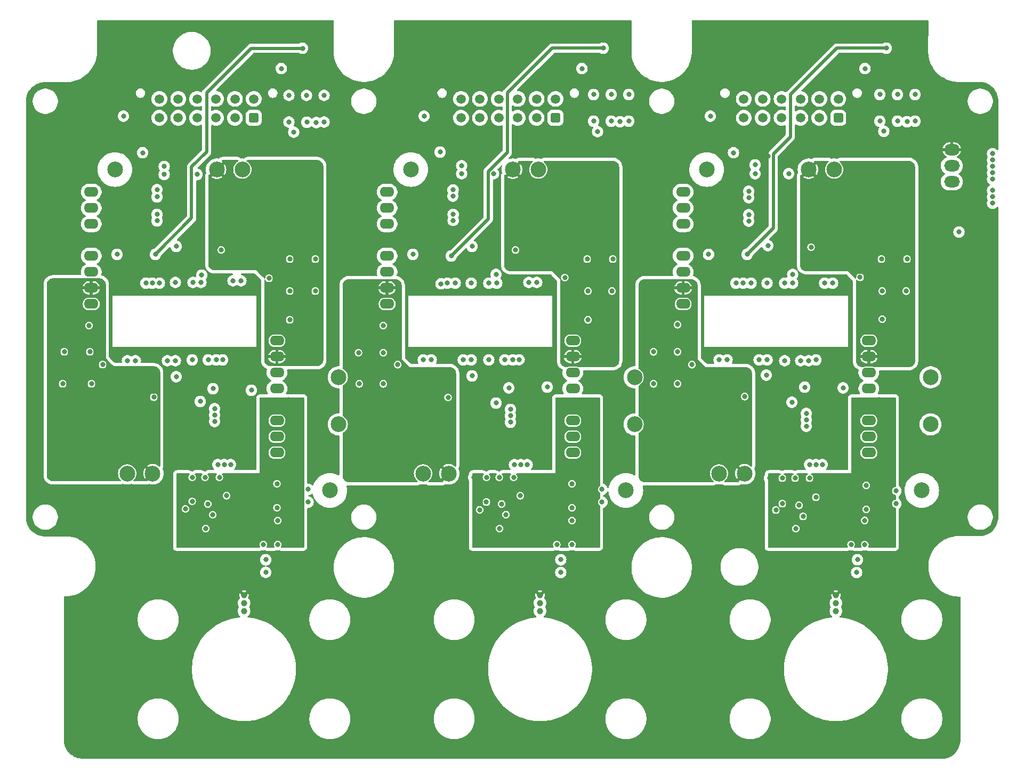
<source format=gbr>
%TF.GenerationSoftware,KiCad,Pcbnew,8.0.5-8.0.5-0~ubuntu24.04.1*%
%TF.CreationDate,2024-10-22T13:11:32+03:00*%
%TF.ProjectId,Adapter,41646170-7465-4722-9e6b-696361645f70,rev?*%
%TF.SameCoordinates,Original*%
%TF.FileFunction,Copper,L3,Inr*%
%TF.FilePolarity,Positive*%
%FSLAX46Y46*%
G04 Gerber Fmt 4.6, Leading zero omitted, Abs format (unit mm)*
G04 Created by KiCad (PCBNEW 8.0.5-8.0.5-0~ubuntu24.04.1) date 2024-10-22 13:11:32*
%MOMM*%
%LPD*%
G01*
G04 APERTURE LIST*
G04 Aperture macros list*
%AMRoundRect*
0 Rectangle with rounded corners*
0 $1 Rounding radius*
0 $2 $3 $4 $5 $6 $7 $8 $9 X,Y pos of 4 corners*
0 Add a 4 corners polygon primitive as box body*
4,1,4,$2,$3,$4,$5,$6,$7,$8,$9,$2,$3,0*
0 Add four circle primitives for the rounded corners*
1,1,$1+$1,$2,$3*
1,1,$1+$1,$4,$5*
1,1,$1+$1,$6,$7*
1,1,$1+$1,$8,$9*
0 Add four rect primitives between the rounded corners*
20,1,$1+$1,$2,$3,$4,$5,0*
20,1,$1+$1,$4,$5,$6,$7,0*
20,1,$1+$1,$6,$7,$8,$9,0*
20,1,$1+$1,$8,$9,$2,$3,0*%
G04 Aperture macros list end*
%TA.AperFunction,ComponentPad*%
%ADD10C,1.000000*%
%TD*%
%TA.AperFunction,ComponentPad*%
%ADD11RoundRect,0.250001X0.499999X0.499999X-0.499999X0.499999X-0.499999X-0.499999X0.499999X-0.499999X0*%
%TD*%
%TA.AperFunction,ComponentPad*%
%ADD12C,1.500000*%
%TD*%
%TA.AperFunction,ComponentPad*%
%ADD13O,2.300000X1.600000*%
%TD*%
%TA.AperFunction,ComponentPad*%
%ADD14C,2.500000*%
%TD*%
%TA.AperFunction,ComponentPad*%
%ADD15O,2.500000X1.800000*%
%TD*%
%TA.AperFunction,ViaPad*%
%ADD16C,0.800000*%
%TD*%
%TA.AperFunction,Conductor*%
%ADD17C,0.300000*%
%TD*%
%TA.AperFunction,Conductor*%
%ADD18C,0.500000*%
%TD*%
G04 APERTURE END LIST*
D10*
%TO.N,+5V*%
%TO.C,D15*%
X202330785Y-138980000D03*
%TO.N,Net-(D15-Output)*%
X202330785Y-140250000D03*
%TO.N,GND*%
X202330785Y-141520000D03*
%TD*%
D11*
%TO.N,GND*%
%TO.C,J4*%
X202692000Y-63134000D03*
D12*
%TO.N,PWM3_L_N*%
X199692000Y-63134000D03*
%TO.N,Temp_C_P*%
X196692000Y-63134000D03*
%TO.N,~{RST}*%
X193692000Y-63134000D03*
%TO.N,PWM3_H_N*%
X190692000Y-63134000D03*
%TO.N,ERR_C_P*%
X187692000Y-63134000D03*
%TO.N,+15V*%
X202692000Y-60134000D03*
%TO.N,PWM3_L_P*%
X199692000Y-60134000D03*
%TO.N,Temp_C_N*%
X196692000Y-60134000D03*
%TO.N,Current_C_out*%
X193692000Y-60134000D03*
%TO.N,PWM3_H_P*%
X190692000Y-60134000D03*
%TO.N,ERR_C_N*%
X187692000Y-60134000D03*
%TD*%
D13*
%TO.N,GND*%
%TO.C,D4*%
X131028005Y-74929995D03*
%TO.N,Net-(D4-Vin)*%
X131028005Y-77469995D03*
%TO.N,unconnected-(D4-Ctrl-Pad3)*%
X131028005Y-80009995D03*
%TO.N,N/C*%
X131028005Y-85089995D03*
%TO.N,+15V_H2*%
X131028005Y-87629995D03*
%TO.N,E3*%
X131028005Y-90169995D03*
%TO.N,-15V_H2*%
X131028005Y-92709995D03*
%TD*%
%TO.N,GND*%
%TO.C,D17*%
X160528000Y-116332000D03*
%TO.N,Net-(D17-Vin)*%
X160528000Y-113792000D03*
%TO.N,unconnected-(D17-Ctrl-Pad3)*%
X160528000Y-111252000D03*
%TO.N,N/C*%
X160528000Y-106172000D03*
%TO.N,+15V_L2*%
X160528000Y-103632000D03*
%TO.N,E4*%
X160528000Y-101092000D03*
%TO.N,-15V_L2*%
X160528000Y-98552000D03*
%TD*%
%TO.N,GND*%
%TO.C,D16*%
X113538000Y-116332000D03*
%TO.N,Net-(D16-Vin)*%
X113538000Y-113792000D03*
%TO.N,unconnected-(D16-Ctrl-Pad3)*%
X113538000Y-111252000D03*
%TO.N,N/C*%
X113538000Y-106172000D03*
%TO.N,+15V_L1*%
X113538000Y-103632000D03*
%TO.N,E2*%
X113538000Y-101092000D03*
%TO.N,-15V_L1*%
X113538000Y-98552000D03*
%TD*%
%TO.N,GND*%
%TO.C,D18*%
X207553995Y-116332005D03*
%TO.N,Net-(D18-Vin)*%
X207553995Y-113792005D03*
%TO.N,unconnected-(D18-Ctrl-Pad3)*%
X207553995Y-111252005D03*
%TO.N,N/C*%
X207553995Y-106172005D03*
%TO.N,+15V_L3*%
X207553995Y-103632005D03*
%TO.N,E6*%
X207553995Y-101092005D03*
%TO.N,-15V_L3*%
X207553995Y-98552005D03*
%TD*%
D10*
%TO.N,+5V*%
%TO.C,D11*%
X108300000Y-138980000D03*
%TO.N,Net-(D11-Output)*%
X108300000Y-140250000D03*
%TO.N,GND*%
X108300000Y-141520000D03*
%TD*%
D13*
%TO.N,GND*%
%TO.C,D43*%
X84038005Y-74929995D03*
%TO.N,Net-(D43-Vin)*%
X84038005Y-77469995D03*
%TO.N,unconnected-(D43-Ctrl-Pad3)*%
X84038005Y-80009995D03*
%TO.N,N/C*%
X84038005Y-85089995D03*
%TO.N,+15V_H1*%
X84038005Y-87629995D03*
%TO.N,E1*%
X84038005Y-90169995D03*
%TO.N,-15V_H1*%
X84038005Y-92709995D03*
%TD*%
D11*
%TO.N,GND*%
%TO.C,J3*%
X109862000Y-63134000D03*
D12*
%TO.N,PWM1_L_N*%
X106862000Y-63134000D03*
%TO.N,Temp_A_P*%
X103862000Y-63134000D03*
%TO.N,~{RST}*%
X100862000Y-63134000D03*
%TO.N,PWM1_H_N*%
X97862000Y-63134000D03*
%TO.N,ERR_A_P*%
X94862000Y-63134000D03*
%TO.N,+15V*%
X109862000Y-60134000D03*
%TO.N,PWM1_L_P*%
X106862000Y-60134000D03*
%TO.N,Temp_A_N*%
X103862000Y-60134000D03*
%TO.N,Current_A_out*%
X100862000Y-60134000D03*
%TO.N,PWM1_H_P*%
X97862000Y-60134000D03*
%TO.N,ERR_A_N*%
X94862000Y-60134000D03*
%TD*%
D11*
%TO.N,GND*%
%TO.C,J5*%
X157782000Y-63134000D03*
D12*
%TO.N,PWM2_L_N*%
X154782000Y-63134000D03*
%TO.N,Temp_B_P*%
X151782000Y-63134000D03*
%TO.N,~{RST}*%
X148782000Y-63134000D03*
%TO.N,PWM2_H_N*%
X145782000Y-63134000D03*
%TO.N,ERR_B_P*%
X142782000Y-63134000D03*
%TO.N,+15V*%
X157782000Y-60134000D03*
%TO.N,PWM2_L_P*%
X154782000Y-60134000D03*
%TO.N,Temp_B_N*%
X151782000Y-60134000D03*
%TO.N,Current_B_out*%
X148782000Y-60134000D03*
%TO.N,PWM2_H_P*%
X145782000Y-60134000D03*
%TO.N,ERR_B_N*%
X142782000Y-60134000D03*
%TD*%
D13*
%TO.N,GND*%
%TO.C,D10*%
X178054000Y-74930000D03*
%TO.N,Net-(D10-Vin)*%
X178054000Y-77470000D03*
%TO.N,unconnected-(D10-Ctrl-Pad3)*%
X178054000Y-80010000D03*
%TO.N,N/C*%
X178054000Y-85090000D03*
%TO.N,+15V_H3*%
X178054000Y-87630000D03*
%TO.N,E5*%
X178054000Y-90170000D03*
%TO.N,-15V_H3*%
X178054000Y-92710000D03*
%TD*%
D14*
%TO.N,C1*%
%TO.C,J1*%
X121950000Y-122350000D03*
%TO.N,C2*%
X87800000Y-71350000D03*
%TO.N,E1*%
X93800000Y-119650000D03*
%TO.N,E2*%
X104000000Y-71350000D03*
%TO.N,G1*%
X89750000Y-119650000D03*
%TO.N,G2*%
X108050000Y-71350000D03*
%TO.N,T1*%
X123350000Y-104350000D03*
%TO.N,T2*%
X123350000Y-111850000D03*
%TO.N,C3*%
X168950000Y-122350000D03*
%TO.N,C4*%
X134800000Y-71350000D03*
%TO.N,E3*%
X140800000Y-119650000D03*
%TO.N,E4*%
X151000000Y-71350000D03*
%TO.N,G3*%
X136750000Y-119650000D03*
%TO.N,G4*%
X155050000Y-71350000D03*
%TO.N,T3*%
X170350000Y-104350000D03*
%TO.N,T4*%
X170350000Y-111850000D03*
%TO.N,C5*%
X215950000Y-122350000D03*
%TO.N,C6*%
X181800000Y-71350000D03*
%TO.N,E5*%
X187800000Y-119650000D03*
%TO.N,E6*%
X198000000Y-71350000D03*
%TO.N,G5*%
X183750000Y-119650000D03*
%TO.N,G6*%
X202050000Y-71350000D03*
%TO.N,T5*%
X217350000Y-104350000D03*
%TO.N,T6*%
X217350000Y-111850000D03*
%TD*%
D10*
%TO.N,+5V*%
%TO.C,D14*%
X155330785Y-138980000D03*
%TO.N,Net-(D14-Output)*%
X155330785Y-140250000D03*
%TO.N,GND*%
X155330785Y-141520000D03*
%TD*%
D15*
%TO.N,+15V*%
%TO.C,U1*%
X220726000Y-73279000D03*
%TO.N,GND*%
X220726000Y-70739000D03*
%TO.N,+5V*%
X220726000Y-68199000D03*
%TD*%
D16*
%TO.N,C1*%
X101346000Y-108204000D03*
%TO.N,C2*%
X97536000Y-83566000D03*
%TO.N,E1*%
X91059000Y-101727000D03*
X87630000Y-104394000D03*
%TO.N,E2*%
X110236000Y-86614000D03*
X106553000Y-89027000D03*
%TO.N,G1*%
X96139000Y-101727000D03*
%TO.N,G2*%
X101473000Y-89281000D03*
%TO.N,T1*%
X102108000Y-120269000D03*
X98994000Y-125288000D03*
%TO.N,T2*%
X104394000Y-120269000D03*
%TO.N,C3*%
X148336000Y-108458000D03*
%TO.N,C4*%
X144526000Y-83566000D03*
%TO.N,E3*%
X134747000Y-104394000D03*
X138049000Y-101600000D03*
%TO.N,E4*%
X153543000Y-89281000D03*
X157226000Y-86614000D03*
%TO.N,G3*%
X143129000Y-101600000D03*
%TO.N,G4*%
X148463000Y-89408000D03*
%TO.N,T3*%
X148844000Y-120269000D03*
X145730000Y-125415000D03*
%TO.N,T4*%
X151130000Y-120269000D03*
%TO.N,C5*%
X195326000Y-108331000D03*
%TO.N,C6*%
X191516000Y-83439000D03*
%TO.N,E5*%
X185039000Y-101600000D03*
X181356000Y-104394000D03*
%TO.N,E6*%
X204089000Y-86614000D03*
X200533000Y-89408000D03*
%TO.N,G5*%
X190119000Y-101600000D03*
%TO.N,G6*%
X195453000Y-89408000D03*
%TO.N,T5*%
X195834000Y-120396000D03*
X192786000Y-125476000D03*
%TO.N,T6*%
X198120000Y-120396000D03*
%TO.N,GND*%
X227203000Y-72898000D03*
X199136000Y-118237000D03*
X200152000Y-118237000D03*
X141507541Y-74578541D03*
X119634000Y-90678000D03*
X100076000Y-101600000D03*
X94488000Y-75692000D03*
X194818000Y-72009000D03*
X227203000Y-70866000D03*
X207137000Y-125349000D03*
X151257000Y-118237000D03*
X213614000Y-63754000D03*
X188468000Y-75819000D03*
X160401000Y-125095000D03*
X111760000Y-135366000D03*
X158623000Y-135382000D03*
X135128000Y-84836000D03*
X141478000Y-75565000D03*
X105156000Y-118237000D03*
X104140000Y-118237000D03*
X173355000Y-100330000D03*
X89154000Y-62865000D03*
X126492000Y-100457000D03*
X136906000Y-62865000D03*
X188468000Y-74803000D03*
X191389000Y-89408000D03*
X168021000Y-63754000D03*
X186055000Y-68677000D03*
X161986000Y-55306000D03*
X156464000Y-105918000D03*
X119779000Y-63881000D03*
X92202000Y-68677000D03*
X147955000Y-72009000D03*
X144399000Y-89408000D03*
X166751000Y-90678000D03*
X109474000Y-106426000D03*
X227203000Y-69850000D03*
X198120000Y-118237000D03*
X97409000Y-89281000D03*
X221869000Y-81280000D03*
X100838000Y-72136000D03*
X203454000Y-106045000D03*
X227203000Y-68834000D03*
X94488000Y-74549000D03*
X194183000Y-101727000D03*
X147193000Y-101600000D03*
X139446000Y-68580000D03*
X182372000Y-62865000D03*
X205613000Y-135382000D03*
X160401000Y-130937000D03*
X106172000Y-118237000D03*
X213487000Y-90678000D03*
X152273000Y-118237000D03*
X113665000Y-130937000D03*
X79756000Y-100330000D03*
X114234000Y-55306000D03*
X206944000Y-55306000D03*
X227203000Y-71882000D03*
X88138000Y-84836000D03*
X153289000Y-118237000D03*
X206916959Y-130970959D03*
X182096500Y-84836000D03*
X113538000Y-125095000D03*
%TO.N,+5V*%
X153416000Y-103505000D03*
X106426000Y-103505000D03*
X91366959Y-88318959D03*
X160401000Y-121285000D03*
X116332000Y-55372000D03*
X200533000Y-103505000D03*
X178562000Y-62865000D03*
X227203000Y-67183000D03*
X138303000Y-88392000D03*
X115570000Y-90678000D03*
X177165000Y-100330000D03*
X221869000Y-79121000D03*
X185166000Y-88138000D03*
X209042000Y-55372000D03*
X164084000Y-55372000D03*
X227203000Y-66294000D03*
X144272000Y-69215000D03*
X191516000Y-69215000D03*
X209677000Y-90678000D03*
X160401000Y-127127000D03*
X162530000Y-62820000D03*
X90993000Y-69977000D03*
X85344000Y-62865000D03*
X114161280Y-63120621D03*
X162941000Y-90678000D03*
X113538000Y-121285000D03*
X207996397Y-62864448D03*
X133096000Y-62865000D03*
X206905331Y-127104669D03*
X207137000Y-121539000D03*
X184846000Y-69977000D03*
X130429000Y-100457000D03*
X227203000Y-65405000D03*
X83820000Y-100330000D03*
X138176000Y-69977000D03*
X97583000Y-69389000D03*
X113665000Y-127127000D03*
%TO.N,Net-(U11-+)*%
X193802000Y-124460000D03*
X196469000Y-124714000D03*
%TO.N,Net-(U5-VIA)*%
X195951702Y-128409283D03*
X199136000Y-123444000D03*
%TO.N,+15V*%
X169418000Y-63668000D03*
X150622000Y-110490000D03*
X227203000Y-75692000D03*
X103632000Y-111379000D03*
X197612000Y-111125000D03*
X197612000Y-112141000D03*
X150622000Y-111506000D03*
X227203000Y-74676000D03*
X214884000Y-63668000D03*
X141528800Y-79451200D03*
X103632000Y-109347000D03*
X94488000Y-79502000D03*
X121031000Y-63804000D03*
X141528800Y-78486000D03*
X188468000Y-78536800D03*
X94488000Y-78486000D03*
X103632000Y-110363000D03*
X150622000Y-109474000D03*
X188468000Y-79552800D03*
X197612000Y-110109000D03*
X227203000Y-76708000D03*
%TO.N,Net-(D32-DESAT)*%
X97536000Y-104267000D03*
X89789000Y-101727000D03*
%TO.N,+5V_C*%
X191770000Y-120396000D03*
X209169000Y-107950000D03*
X192786000Y-127508000D03*
X204724000Y-127127000D03*
%TO.N,Net-(D31-DESAT)*%
X107823000Y-89027000D03*
X101596303Y-88138000D03*
%TO.N,PWM2_H_P*%
X126619000Y-105410000D03*
%TO.N,PWM2_H_N*%
X130429000Y-105410000D03*
%TO.N,PWM2_L_P*%
X166878000Y-85598000D03*
%TO.N,PWM2_L_N*%
X162814000Y-85598000D03*
%TO.N,PWM1_L_P*%
X119634000Y-85598000D03*
%TO.N,PWM1_L_N*%
X115570000Y-85598000D03*
%TO.N,PWM3_H_P*%
X173355000Y-105410000D03*
%TO.N,PWM3_H_N*%
X177165000Y-105410000D03*
%TO.N,PWM1_H_P*%
X79502000Y-105410000D03*
%TO.N,PWM1_H_N*%
X84074000Y-105410000D03*
%TO.N,PWM3_L_P*%
X213614000Y-85598000D03*
%TO.N,PWM3_L_N*%
X209550000Y-85598000D03*
%TO.N,Temp_A_P*%
X118491000Y-124206000D03*
%TO.N,Temp_A_N*%
X118491000Y-122174000D03*
%TO.N,Net-(D12-A)*%
X115443000Y-59563000D03*
%TO.N,Net-(D13-A)*%
X118237000Y-59563000D03*
%TO.N,-15V_L1*%
X100076000Y-120269000D03*
X111379000Y-130937000D03*
X103355669Y-126215669D03*
X100203000Y-89281000D03*
X112268000Y-88646000D03*
%TO.N,+15V_L1*%
X104671876Y-84144000D03*
%TO.N,+15V_H1*%
X93980000Y-107530000D03*
%TO.N,-15V_H1*%
X97409000Y-101727000D03*
X85852000Y-102362000D03*
%TO.N,+15V_H2*%
X140716000Y-107569000D03*
%TO.N,-15V_H2*%
X144399000Y-101600000D03*
X132715000Y-102362000D03*
%TO.N,+15V_H3*%
X187833000Y-107442000D03*
%TO.N,-15V_H3*%
X179451000Y-102362000D03*
X191389000Y-101600000D03*
%TO.N,PWM_L1*%
X115570000Y-95250000D03*
X94869000Y-89408000D03*
%TO.N,PWM_H1*%
X102616000Y-101600000D03*
X83693000Y-96139000D03*
%TO.N,PWM_L2*%
X162941000Y-95250000D03*
X141859000Y-89408000D03*
%TO.N,PWM_H2*%
X149733000Y-101600000D03*
X130429000Y-96139000D03*
%TO.N,PWM_L3*%
X209677000Y-95123000D03*
X188849000Y-89408000D03*
%TO.N,PWM_H3*%
X196723000Y-101727000D03*
X177165000Y-96012000D03*
%TO.N,Net-(D39-K)*%
X144526000Y-104140000D03*
X136779000Y-101600000D03*
%TO.N,Net-(D38-DESAT)*%
X154813000Y-89281000D03*
X148336000Y-88011000D03*
%TO.N,Net-(D37-DESAT)*%
X183769000Y-101600000D03*
X191262000Y-104013000D03*
%TO.N,Net-(D44-DESAT)*%
X201803000Y-89408000D03*
X195453000Y-88011000D03*
%TO.N,FLT_A*%
X104902000Y-101600000D03*
X92725997Y-89408000D03*
X95631000Y-72136000D03*
X115443000Y-63795000D03*
%TO.N,RDY_A*%
X116205000Y-65405000D03*
X95631000Y-70866000D03*
X118280000Y-63838000D03*
X103886000Y-101600000D03*
X93726000Y-89408000D03*
%TO.N,Current_A_out*%
X111760000Y-133350000D03*
%TO.N,+15V_L2*%
X151406518Y-84154607D03*
%TO.N,+5V_B*%
X145731000Y-127315000D03*
X162500000Y-108000000D03*
X144780000Y-120269000D03*
X158050000Y-127127000D03*
%TO.N,Net-(U6-VIA)*%
X152208000Y-123190000D03*
X148906000Y-128397000D03*
%TO.N,+15V_L3*%
X198374000Y-83693000D03*
%TO.N,Net-(D19-A)*%
X121031000Y-59563000D03*
%TO.N,Current_B_out*%
X158623000Y-133350000D03*
%TO.N,Current_C_out*%
X205740000Y-133350000D03*
%TO.N,Net-(U4-+)*%
X146810714Y-124204301D03*
X149230458Y-124483173D03*
%TO.N,+5V_A*%
X115316000Y-107950000D03*
X98044000Y-120269000D03*
X111379000Y-127127000D03*
X98994000Y-127188000D03*
%TO.N,Net-(U8-+)*%
X102559458Y-124483173D03*
X100076000Y-124079000D03*
%TO.N,Net-(U9-VIA)*%
X102235000Y-128397000D03*
X105537000Y-123190000D03*
%TO.N,Temp_B_P*%
X165162000Y-124206000D03*
%TO.N,Temp_B_N*%
X165162000Y-122174000D03*
%TO.N,RDY_B*%
X151003000Y-101600000D03*
X164465000Y-65317000D03*
X142875000Y-70739000D03*
X166624000Y-63668000D03*
X140589000Y-89408000D03*
%TO.N,FLT_B*%
X142875000Y-72009000D03*
X152002846Y-101582414D03*
X139593756Y-89505409D03*
X163830000Y-63668000D03*
%TO.N,RDY_C*%
X189484000Y-70612000D03*
X187579000Y-89408000D03*
X197993000Y-101727000D03*
X212090000Y-63668000D03*
X209931000Y-65278000D03*
%TO.N,FLT_C*%
X209296000Y-63668000D03*
X189484000Y-72009000D03*
X199136000Y-101600000D03*
X186436000Y-89408000D03*
%TO.N,Net-(D27-A)*%
X163830000Y-59436000D03*
%TO.N,Net-(D28-A)*%
X166624000Y-59436000D03*
%TO.N,Net-(D29-A)*%
X169418000Y-59436000D03*
%TO.N,Net-(D30-A)*%
X209296000Y-59436000D03*
%TO.N,Net-(D49-A)*%
X212090000Y-59436000D03*
%TO.N,Net-(D50-A)*%
X214884000Y-59436000D03*
%TO.N,Temp_C_P*%
X211836000Y-124460000D03*
%TO.N,Temp_C_N*%
X211836000Y-122428000D03*
%TO.N,-15V_L3*%
X206159500Y-88480500D03*
X193802000Y-120396000D03*
X197104000Y-126492000D03*
X194183000Y-89408000D03*
X204724000Y-130937000D03*
%TO.N,-15V_L2*%
X149924959Y-126175959D03*
X157988000Y-130937000D03*
X146812000Y-120269000D03*
X147193000Y-89408000D03*
X159258000Y-88519000D03*
%TO.N,~{RST_B}*%
X150368000Y-106045000D03*
X141224000Y-85090000D03*
X165354000Y-52070000D03*
%TO.N,~{RST_A}*%
X94234000Y-84836000D03*
X103378000Y-106172000D03*
X117602000Y-52086000D03*
%TO.N,~{RST_C}*%
X197374000Y-105934000D03*
X210312000Y-52070000D03*
X188214000Y-84836000D03*
%TD*%
D17*
%TO.N,+5V_A*%
X111318000Y-127188000D02*
X111379000Y-127127000D01*
D18*
%TO.N,~{RST_B}*%
X157226000Y-52070000D02*
X150114000Y-59182000D01*
X150114000Y-68647918D02*
X147105000Y-71656918D01*
X165354000Y-52070000D02*
X157226000Y-52070000D01*
X147105000Y-71656918D02*
X147105000Y-79209000D01*
X147105000Y-79209000D02*
X141224000Y-85090000D01*
X150114000Y-59182000D02*
X150114000Y-68647918D01*
%TO.N,~{RST_A}*%
X99988000Y-79082000D02*
X99988000Y-70954000D01*
X99988000Y-70954000D02*
X102362000Y-68580000D01*
X109458000Y-52086000D02*
X117602000Y-52086000D01*
X102362000Y-68580000D02*
X102362000Y-59182000D01*
X94234000Y-84836000D02*
X99988000Y-79082000D01*
X102362000Y-59182000D02*
X109458000Y-52086000D01*
%TO.N,~{RST_C}*%
X210312000Y-52070000D02*
X202438000Y-52070000D01*
X192366000Y-80684000D02*
X188214000Y-84836000D01*
X195072000Y-59436000D02*
X195072000Y-66156918D01*
X195072000Y-66156918D02*
X192366000Y-68862918D01*
X202438000Y-52070000D02*
X195072000Y-59436000D01*
X192366000Y-68862918D02*
X192366000Y-80684000D01*
%TD*%
%TA.AperFunction,Conductor*%
%TO.N,E4*%
G36*
X154162164Y-69993685D02*
G01*
X154207919Y-70046489D01*
X154217863Y-70115647D01*
X154188838Y-70179203D01*
X154171287Y-70195853D01*
X154064242Y-70279169D01*
X154064239Y-70279172D01*
X153901430Y-70456029D01*
X153901427Y-70456033D01*
X153769951Y-70657270D01*
X153673389Y-70877410D01*
X153614379Y-71110440D01*
X153594529Y-71349994D01*
X153594529Y-71350005D01*
X153614379Y-71589559D01*
X153673389Y-71822589D01*
X153769951Y-72042729D01*
X153884082Y-72217417D01*
X153901429Y-72243969D01*
X154064236Y-72420825D01*
X154064239Y-72420827D01*
X154064242Y-72420830D01*
X154253924Y-72568466D01*
X154253930Y-72568470D01*
X154253933Y-72568472D01*
X154465344Y-72682882D01*
X154465347Y-72682883D01*
X154692699Y-72760933D01*
X154692701Y-72760933D01*
X154692703Y-72760934D01*
X154929808Y-72800500D01*
X154929809Y-72800500D01*
X155170191Y-72800500D01*
X155170192Y-72800500D01*
X155407297Y-72760934D01*
X155634656Y-72682882D01*
X155846067Y-72568472D01*
X156035764Y-72420825D01*
X156198571Y-72243969D01*
X156330049Y-72042728D01*
X156426610Y-71822591D01*
X156485620Y-71589563D01*
X156505471Y-71350000D01*
X156485620Y-71110437D01*
X156426610Y-70877409D01*
X156330049Y-70657272D01*
X156198571Y-70456031D01*
X156035764Y-70279175D01*
X156035759Y-70279171D01*
X156035757Y-70279169D01*
X155928713Y-70195853D01*
X155887900Y-70139143D01*
X155884225Y-70069370D01*
X155918857Y-70008687D01*
X155980798Y-69976360D01*
X156004875Y-69974000D01*
X166897907Y-69974000D01*
X166910061Y-69974597D01*
X167086941Y-69992018D01*
X167110769Y-69996757D01*
X167275001Y-70046576D01*
X167297453Y-70055877D01*
X167448798Y-70136772D01*
X167469010Y-70150277D01*
X167601666Y-70259145D01*
X167618854Y-70276333D01*
X167727722Y-70408989D01*
X167741227Y-70429201D01*
X167822121Y-70580543D01*
X167831424Y-70603001D01*
X167881240Y-70767224D01*
X167885982Y-70791065D01*
X167903403Y-70967938D01*
X167904000Y-70980092D01*
X167904000Y-101733907D01*
X167903403Y-101746061D01*
X167885982Y-101922934D01*
X167881240Y-101946775D01*
X167831424Y-102110998D01*
X167822121Y-102133456D01*
X167741227Y-102284798D01*
X167727722Y-102305010D01*
X167618854Y-102437666D01*
X167601666Y-102454854D01*
X167469010Y-102563722D01*
X167448798Y-102577227D01*
X167297456Y-102658121D01*
X167274998Y-102667424D01*
X167110775Y-102717240D01*
X167086934Y-102721982D01*
X166910061Y-102739403D01*
X166897907Y-102740000D01*
X161363619Y-102740000D01*
X161316167Y-102730561D01*
X161169839Y-102669950D01*
X161169829Y-102669947D01*
X160976543Y-102631500D01*
X160976541Y-102631500D01*
X160079459Y-102631500D01*
X160079457Y-102631500D01*
X159886170Y-102669947D01*
X159886160Y-102669950D01*
X159739833Y-102730561D01*
X159692381Y-102740000D01*
X159512093Y-102740000D01*
X159499939Y-102739403D01*
X159323065Y-102721982D01*
X159299224Y-102717240D01*
X159135001Y-102667424D01*
X159112543Y-102658121D01*
X158961201Y-102577227D01*
X158940989Y-102563722D01*
X158808333Y-102454854D01*
X158791145Y-102437666D01*
X158682277Y-102305010D01*
X158668772Y-102284798D01*
X158592445Y-102142000D01*
X158587877Y-102133453D01*
X158578575Y-102110998D01*
X158575739Y-102101649D01*
X158528757Y-101946769D01*
X158524018Y-101922941D01*
X158506597Y-101746061D01*
X158506000Y-101733907D01*
X158506000Y-100842000D01*
X159157157Y-100842000D01*
X160094988Y-100842000D01*
X160062075Y-100899007D01*
X160028000Y-101026174D01*
X160028000Y-101157826D01*
X160062075Y-101284993D01*
X160094988Y-101342000D01*
X159157157Y-101342000D01*
X159168350Y-101398274D01*
X159168351Y-101398276D01*
X159247500Y-101589358D01*
X159247505Y-101589368D01*
X159362410Y-101761335D01*
X159362413Y-101761339D01*
X159508660Y-101907586D01*
X159508664Y-101907589D01*
X159680631Y-102022494D01*
X159680641Y-102022499D01*
X159871725Y-102101649D01*
X159871733Y-102101651D01*
X160074579Y-102141999D01*
X160074583Y-102142000D01*
X160278000Y-102142000D01*
X160278000Y-101525012D01*
X160335007Y-101557925D01*
X160462174Y-101592000D01*
X160593826Y-101592000D01*
X160720993Y-101557925D01*
X160778000Y-101525012D01*
X160778000Y-102142000D01*
X160981417Y-102142000D01*
X160981420Y-102141999D01*
X161184266Y-102101651D01*
X161184274Y-102101649D01*
X161375358Y-102022499D01*
X161375368Y-102022494D01*
X161547335Y-101907589D01*
X161547339Y-101907586D01*
X161693586Y-101761339D01*
X161693589Y-101761335D01*
X161808494Y-101589368D01*
X161808499Y-101589358D01*
X161887648Y-101398276D01*
X161887649Y-101398274D01*
X161898843Y-101342000D01*
X160961012Y-101342000D01*
X160993925Y-101284993D01*
X161028000Y-101157826D01*
X161028000Y-101026174D01*
X160993925Y-100899007D01*
X160961012Y-100842000D01*
X161898843Y-100842000D01*
X161887649Y-100785725D01*
X161887648Y-100785723D01*
X161808499Y-100594641D01*
X161808494Y-100594631D01*
X161693589Y-100422664D01*
X161693586Y-100422660D01*
X161547339Y-100276413D01*
X161547335Y-100276410D01*
X161375368Y-100161505D01*
X161375358Y-100161500D01*
X161184274Y-100082350D01*
X161184266Y-100082348D01*
X160981420Y-100042000D01*
X160778000Y-100042000D01*
X160778000Y-100658988D01*
X160720993Y-100626075D01*
X160593826Y-100592000D01*
X160462174Y-100592000D01*
X160335007Y-100626075D01*
X160278000Y-100658988D01*
X160278000Y-100042000D01*
X160074579Y-100042000D01*
X159871733Y-100082348D01*
X159871725Y-100082350D01*
X159680641Y-100161500D01*
X159680631Y-100161505D01*
X159508664Y-100276410D01*
X159508660Y-100276413D01*
X159362413Y-100422660D01*
X159362410Y-100422664D01*
X159247505Y-100594631D01*
X159247500Y-100594641D01*
X159168351Y-100785723D01*
X159168350Y-100785725D01*
X159157157Y-100842000D01*
X158506000Y-100842000D01*
X158506000Y-98650543D01*
X159177499Y-98650543D01*
X159215947Y-98843829D01*
X159215950Y-98843839D01*
X159291364Y-99025907D01*
X159291371Y-99025920D01*
X159400860Y-99189781D01*
X159400863Y-99189785D01*
X159540214Y-99329136D01*
X159540218Y-99329139D01*
X159704079Y-99438628D01*
X159704092Y-99438635D01*
X159886160Y-99514049D01*
X159886165Y-99514051D01*
X159886169Y-99514051D01*
X159886170Y-99514052D01*
X160079456Y-99552500D01*
X160079459Y-99552500D01*
X160976543Y-99552500D01*
X161106582Y-99526632D01*
X161169835Y-99514051D01*
X161351914Y-99438632D01*
X161515782Y-99329139D01*
X161655139Y-99189782D01*
X161764632Y-99025914D01*
X161840051Y-98843835D01*
X161878500Y-98650541D01*
X161878500Y-98453459D01*
X161878500Y-98453456D01*
X161840052Y-98260170D01*
X161840051Y-98260169D01*
X161840051Y-98260165D01*
X161840049Y-98260160D01*
X161764635Y-98078092D01*
X161764628Y-98078079D01*
X161655139Y-97914218D01*
X161655136Y-97914214D01*
X161515785Y-97774863D01*
X161515781Y-97774860D01*
X161351920Y-97665371D01*
X161351907Y-97665364D01*
X161169839Y-97589950D01*
X161169829Y-97589947D01*
X160976543Y-97551500D01*
X160976541Y-97551500D01*
X160079459Y-97551500D01*
X160079457Y-97551500D01*
X159886170Y-97589947D01*
X159886160Y-97589950D01*
X159704092Y-97665364D01*
X159704079Y-97665371D01*
X159540218Y-97774860D01*
X159540214Y-97774863D01*
X159400863Y-97914214D01*
X159400860Y-97914218D01*
X159291371Y-98078079D01*
X159291364Y-98078092D01*
X159215950Y-98260160D01*
X159215947Y-98260170D01*
X159177500Y-98453456D01*
X159177500Y-98453459D01*
X159177500Y-98650541D01*
X159177500Y-98650543D01*
X159177499Y-98650543D01*
X158506000Y-98650543D01*
X158506000Y-95249998D01*
X162335318Y-95249998D01*
X162335318Y-95250001D01*
X162355955Y-95406760D01*
X162355956Y-95406762D01*
X162416464Y-95552841D01*
X162512718Y-95678282D01*
X162638159Y-95774536D01*
X162784238Y-95835044D01*
X162862619Y-95845363D01*
X162940999Y-95855682D01*
X162941000Y-95855682D01*
X162941001Y-95855682D01*
X162993254Y-95848802D01*
X163097762Y-95835044D01*
X163243841Y-95774536D01*
X163369282Y-95678282D01*
X163465536Y-95552841D01*
X163526044Y-95406762D01*
X163546682Y-95250000D01*
X163526044Y-95093238D01*
X163465536Y-94947159D01*
X163369282Y-94821718D01*
X163243841Y-94725464D01*
X163097762Y-94664956D01*
X163097760Y-94664955D01*
X162941001Y-94644318D01*
X162940999Y-94644318D01*
X162784239Y-94664955D01*
X162784237Y-94664956D01*
X162638160Y-94725463D01*
X162512718Y-94821718D01*
X162416463Y-94947160D01*
X162355956Y-95093237D01*
X162355955Y-95093239D01*
X162335318Y-95249998D01*
X158506000Y-95249998D01*
X158506000Y-90677998D01*
X162335318Y-90677998D01*
X162335318Y-90678001D01*
X162355955Y-90834760D01*
X162355956Y-90834762D01*
X162416464Y-90980841D01*
X162512718Y-91106282D01*
X162638159Y-91202536D01*
X162784238Y-91263044D01*
X162862619Y-91273363D01*
X162940999Y-91283682D01*
X162941000Y-91283682D01*
X162941001Y-91283682D01*
X162993254Y-91276802D01*
X163097762Y-91263044D01*
X163243841Y-91202536D01*
X163369282Y-91106282D01*
X163465536Y-90980841D01*
X163526044Y-90834762D01*
X163546682Y-90678000D01*
X163546682Y-90677998D01*
X166145318Y-90677998D01*
X166145318Y-90678001D01*
X166165955Y-90834760D01*
X166165956Y-90834762D01*
X166226464Y-90980841D01*
X166322718Y-91106282D01*
X166448159Y-91202536D01*
X166594238Y-91263044D01*
X166672619Y-91273363D01*
X166750999Y-91283682D01*
X166751000Y-91283682D01*
X166751001Y-91283682D01*
X166803254Y-91276802D01*
X166907762Y-91263044D01*
X167053841Y-91202536D01*
X167179282Y-91106282D01*
X167275536Y-90980841D01*
X167336044Y-90834762D01*
X167356682Y-90678000D01*
X167336044Y-90521238D01*
X167275536Y-90375159D01*
X167179282Y-90249718D01*
X167053841Y-90153464D01*
X166907762Y-90092956D01*
X166907760Y-90092955D01*
X166751001Y-90072318D01*
X166750999Y-90072318D01*
X166594239Y-90092955D01*
X166594237Y-90092956D01*
X166448160Y-90153463D01*
X166322718Y-90249718D01*
X166226463Y-90375160D01*
X166165956Y-90521237D01*
X166165955Y-90521239D01*
X166145318Y-90677998D01*
X163546682Y-90677998D01*
X163526044Y-90521238D01*
X163465536Y-90375159D01*
X163369282Y-90249718D01*
X163243841Y-90153464D01*
X163097762Y-90092956D01*
X163097760Y-90092955D01*
X162941001Y-90072318D01*
X162940999Y-90072318D01*
X162784239Y-90092955D01*
X162784237Y-90092956D01*
X162638160Y-90153463D01*
X162512718Y-90249718D01*
X162416463Y-90375160D01*
X162355956Y-90521237D01*
X162355955Y-90521239D01*
X162335318Y-90677998D01*
X158506000Y-90677998D01*
X158506000Y-89184217D01*
X158506000Y-89184214D01*
X158506000Y-88770000D01*
X158254998Y-88518998D01*
X158652318Y-88518998D01*
X158652318Y-88519001D01*
X158672955Y-88675760D01*
X158672956Y-88675762D01*
X158733464Y-88821841D01*
X158829718Y-88947282D01*
X158955159Y-89043536D01*
X159101238Y-89104044D01*
X159179619Y-89114363D01*
X159257999Y-89124682D01*
X159258000Y-89124682D01*
X159258001Y-89124682D01*
X159310254Y-89117802D01*
X159414762Y-89104044D01*
X159560841Y-89043536D01*
X159686282Y-88947282D01*
X159782536Y-88821841D01*
X159843044Y-88675762D01*
X159863682Y-88519000D01*
X159843044Y-88362238D01*
X159782536Y-88216159D01*
X159686282Y-88090718D01*
X159560841Y-87994464D01*
X159414762Y-87933956D01*
X159414760Y-87933955D01*
X159258001Y-87913318D01*
X159257999Y-87913318D01*
X159101239Y-87933955D01*
X159101237Y-87933956D01*
X158955160Y-87994463D01*
X158829718Y-88090718D01*
X158733463Y-88216160D01*
X158672956Y-88362237D01*
X158672955Y-88362239D01*
X158652318Y-88518998D01*
X158254998Y-88518998D01*
X158213106Y-88477106D01*
X158213102Y-88477101D01*
X157528898Y-87792897D01*
X157528892Y-87792892D01*
X157236000Y-87500000D01*
X156821786Y-87500000D01*
X156821783Y-87500000D01*
X150622093Y-87500000D01*
X150609939Y-87499403D01*
X150433065Y-87481982D01*
X150409224Y-87477240D01*
X150245001Y-87427424D01*
X150222543Y-87418121D01*
X150071201Y-87337227D01*
X150050989Y-87323722D01*
X149918333Y-87214854D01*
X149901145Y-87197666D01*
X149792277Y-87065010D01*
X149778772Y-87044798D01*
X149697878Y-86893456D01*
X149688575Y-86870998D01*
X149638757Y-86706769D01*
X149634018Y-86682941D01*
X149616597Y-86506061D01*
X149616000Y-86493907D01*
X149616000Y-85597998D01*
X162208318Y-85597998D01*
X162208318Y-85598001D01*
X162228955Y-85754760D01*
X162228956Y-85754762D01*
X162289464Y-85900841D01*
X162385718Y-86026282D01*
X162511159Y-86122536D01*
X162657238Y-86183044D01*
X162735619Y-86193363D01*
X162813999Y-86203682D01*
X162814000Y-86203682D01*
X162814001Y-86203682D01*
X162866254Y-86196802D01*
X162970762Y-86183044D01*
X163116841Y-86122536D01*
X163242282Y-86026282D01*
X163338536Y-85900841D01*
X163399044Y-85754762D01*
X163419682Y-85598000D01*
X163419682Y-85597998D01*
X166272318Y-85597998D01*
X166272318Y-85598001D01*
X166292955Y-85754760D01*
X166292956Y-85754762D01*
X166353464Y-85900841D01*
X166449718Y-86026282D01*
X166575159Y-86122536D01*
X166721238Y-86183044D01*
X166799619Y-86193363D01*
X166877999Y-86203682D01*
X166878000Y-86203682D01*
X166878001Y-86203682D01*
X166930254Y-86196802D01*
X167034762Y-86183044D01*
X167180841Y-86122536D01*
X167306282Y-86026282D01*
X167402536Y-85900841D01*
X167463044Y-85754762D01*
X167483682Y-85598000D01*
X167463044Y-85441238D01*
X167402536Y-85295159D01*
X167306282Y-85169718D01*
X167180841Y-85073464D01*
X167034762Y-85012956D01*
X167034760Y-85012955D01*
X166878001Y-84992318D01*
X166877999Y-84992318D01*
X166721239Y-85012955D01*
X166721237Y-85012956D01*
X166575160Y-85073463D01*
X166449718Y-85169718D01*
X166353463Y-85295160D01*
X166292956Y-85441237D01*
X166292955Y-85441239D01*
X166272318Y-85597998D01*
X163419682Y-85597998D01*
X163399044Y-85441238D01*
X163338536Y-85295159D01*
X163242282Y-85169718D01*
X163116841Y-85073464D01*
X162970762Y-85012956D01*
X162970760Y-85012955D01*
X162814001Y-84992318D01*
X162813999Y-84992318D01*
X162657239Y-85012955D01*
X162657237Y-85012956D01*
X162511160Y-85073463D01*
X162385718Y-85169718D01*
X162289463Y-85295160D01*
X162228956Y-85441237D01*
X162228955Y-85441239D01*
X162208318Y-85597998D01*
X149616000Y-85597998D01*
X149616000Y-84154605D01*
X150800836Y-84154605D01*
X150800836Y-84154608D01*
X150821473Y-84311367D01*
X150821474Y-84311369D01*
X150881982Y-84457448D01*
X150978236Y-84582889D01*
X151103677Y-84679143D01*
X151249756Y-84739651D01*
X151328137Y-84749970D01*
X151406517Y-84760289D01*
X151406518Y-84760289D01*
X151406519Y-84760289D01*
X151458772Y-84753409D01*
X151563280Y-84739651D01*
X151709359Y-84679143D01*
X151834800Y-84582889D01*
X151931054Y-84457448D01*
X151991562Y-84311369D01*
X152012200Y-84154607D01*
X151991562Y-83997845D01*
X151931054Y-83851766D01*
X151834800Y-83726325D01*
X151709359Y-83630071D01*
X151563280Y-83569563D01*
X151563278Y-83569562D01*
X151406519Y-83548925D01*
X151406517Y-83548925D01*
X151249757Y-83569562D01*
X151249755Y-83569563D01*
X151103678Y-83630070D01*
X150978236Y-83726325D01*
X150881981Y-83851767D01*
X150821474Y-83997844D01*
X150821473Y-83997846D01*
X150800836Y-84154605D01*
X149616000Y-84154605D01*
X149616000Y-72340755D01*
X149635685Y-72273716D01*
X149688489Y-72227961D01*
X149752792Y-72217417D01*
X149776564Y-72219882D01*
X150322421Y-71674024D01*
X150335359Y-71705258D01*
X150417437Y-71828097D01*
X150521903Y-71932563D01*
X150644742Y-72014641D01*
X150675974Y-72027577D01*
X150129942Y-72573609D01*
X150176768Y-72610055D01*
X150176770Y-72610056D01*
X150395385Y-72728364D01*
X150395396Y-72728369D01*
X150630506Y-72809083D01*
X150875707Y-72850000D01*
X151124293Y-72850000D01*
X151369493Y-72809083D01*
X151604603Y-72728369D01*
X151604614Y-72728364D01*
X151823228Y-72610057D01*
X151823231Y-72610055D01*
X151870056Y-72573609D01*
X151324025Y-72027578D01*
X151355258Y-72014641D01*
X151478097Y-71932563D01*
X151582563Y-71828097D01*
X151664641Y-71705258D01*
X151677577Y-71674025D01*
X152223434Y-72219882D01*
X152323731Y-72066369D01*
X152423587Y-71838717D01*
X152484612Y-71597738D01*
X152484614Y-71597729D01*
X152505141Y-71350005D01*
X152505141Y-71349994D01*
X152484614Y-71102270D01*
X152484612Y-71102261D01*
X152423587Y-70861282D01*
X152323731Y-70633630D01*
X152223434Y-70480116D01*
X151677577Y-71025973D01*
X151664641Y-70994742D01*
X151582563Y-70871903D01*
X151478097Y-70767437D01*
X151355258Y-70685359D01*
X151324024Y-70672421D01*
X151870056Y-70126390D01*
X151868771Y-70105685D01*
X151884263Y-70037555D01*
X151934130Y-69988615D01*
X151992533Y-69974000D01*
X154095125Y-69974000D01*
X154162164Y-69993685D01*
G37*
%TD.AperFunction*%
%TD*%
%TA.AperFunction,Conductor*%
%TO.N,E3*%
G36*
X132366061Y-88770597D02*
G01*
X132542941Y-88788018D01*
X132566769Y-88792757D01*
X132731001Y-88842576D01*
X132753453Y-88851877D01*
X132904798Y-88932772D01*
X132925010Y-88946277D01*
X133057666Y-89055145D01*
X133074854Y-89072333D01*
X133183722Y-89204989D01*
X133197227Y-89225201D01*
X133278121Y-89376543D01*
X133287424Y-89399001D01*
X133337240Y-89563224D01*
X133341982Y-89587065D01*
X133359403Y-89763938D01*
X133360000Y-89776092D01*
X133360000Y-101470000D01*
X133652892Y-101762892D01*
X133652897Y-101762898D01*
X134337101Y-102447102D01*
X134337106Y-102447106D01*
X134630000Y-102740000D01*
X140989907Y-102740000D01*
X141002061Y-102740597D01*
X141178941Y-102758018D01*
X141202769Y-102762757D01*
X141367001Y-102812576D01*
X141389453Y-102821877D01*
X141540798Y-102902772D01*
X141561010Y-102916277D01*
X141693666Y-103025145D01*
X141710854Y-103042333D01*
X141819722Y-103174989D01*
X141833227Y-103195201D01*
X141914121Y-103346543D01*
X141923424Y-103369001D01*
X141973240Y-103533224D01*
X141977982Y-103557065D01*
X141995403Y-103733938D01*
X141996000Y-103746092D01*
X141996000Y-118426436D01*
X141976315Y-118493475D01*
X141923511Y-118539230D01*
X141854353Y-118549174D01*
X141795838Y-118524289D01*
X141623237Y-118389948D01*
X141623228Y-118389942D01*
X141404614Y-118271635D01*
X141404603Y-118271630D01*
X141169493Y-118190916D01*
X140924293Y-118150000D01*
X140675707Y-118150000D01*
X140430506Y-118190916D01*
X140195396Y-118271630D01*
X140195390Y-118271632D01*
X139976761Y-118389949D01*
X139929942Y-118426388D01*
X139929942Y-118426390D01*
X140475974Y-118972421D01*
X140444742Y-118985359D01*
X140321903Y-119067437D01*
X140217437Y-119171903D01*
X140135359Y-119294742D01*
X140122422Y-119325974D01*
X139576564Y-118780116D01*
X139476267Y-118933632D01*
X139376412Y-119161282D01*
X139315387Y-119402261D01*
X139315385Y-119402270D01*
X139294859Y-119649994D01*
X139294859Y-119650005D01*
X139315385Y-119897729D01*
X139315387Y-119897738D01*
X139376412Y-120138717D01*
X139476266Y-120366364D01*
X139576564Y-120519882D01*
X140122421Y-119974024D01*
X140135359Y-120005258D01*
X140217437Y-120128097D01*
X140321903Y-120232563D01*
X140444742Y-120314641D01*
X140475973Y-120327577D01*
X139929942Y-120873609D01*
X139931352Y-120896317D01*
X139915859Y-120964447D01*
X139865992Y-121013386D01*
X139807590Y-121028000D01*
X137702305Y-121028000D01*
X137635266Y-121008315D01*
X137589511Y-120955511D01*
X137579567Y-120886353D01*
X137608592Y-120822797D01*
X137626143Y-120806147D01*
X137729544Y-120725666D01*
X137735764Y-120720825D01*
X137898571Y-120543969D01*
X138030049Y-120342728D01*
X138126610Y-120122591D01*
X138185620Y-119889563D01*
X138199350Y-119723869D01*
X138205471Y-119650005D01*
X138205471Y-119649994D01*
X138185620Y-119410440D01*
X138185620Y-119410437D01*
X138126610Y-119177409D01*
X138030049Y-118957272D01*
X137898571Y-118756031D01*
X137735764Y-118579175D01*
X137735759Y-118579171D01*
X137735757Y-118579169D01*
X137546075Y-118431533D01*
X137546069Y-118431529D01*
X137334657Y-118317118D01*
X137334652Y-118317116D01*
X137107300Y-118239066D01*
X136929468Y-118209391D01*
X136870192Y-118199500D01*
X136629808Y-118199500D01*
X136582387Y-118207413D01*
X136392699Y-118239066D01*
X136165347Y-118317116D01*
X136165342Y-118317118D01*
X135953930Y-118431529D01*
X135953924Y-118431533D01*
X135764242Y-118579169D01*
X135764239Y-118579172D01*
X135601430Y-118756029D01*
X135601427Y-118756033D01*
X135469951Y-118957270D01*
X135373389Y-119177410D01*
X135314379Y-119410440D01*
X135294529Y-119649994D01*
X135294529Y-119650005D01*
X135314379Y-119889559D01*
X135373389Y-120122589D01*
X135469951Y-120342729D01*
X135601427Y-120543966D01*
X135601429Y-120543969D01*
X135764236Y-120720825D01*
X135764239Y-120720827D01*
X135764242Y-120720830D01*
X135873857Y-120806147D01*
X135914670Y-120862857D01*
X135918345Y-120932630D01*
X135883713Y-120993313D01*
X135821772Y-121025640D01*
X135797695Y-121028000D01*
X124968093Y-121028000D01*
X124955939Y-121027403D01*
X124779065Y-121009982D01*
X124755224Y-121005240D01*
X124591001Y-120955424D01*
X124568543Y-120946121D01*
X124417201Y-120865227D01*
X124396989Y-120851722D01*
X124264333Y-120742854D01*
X124247145Y-120725666D01*
X124138277Y-120593010D01*
X124124772Y-120572798D01*
X124043878Y-120421456D01*
X124034575Y-120398998D01*
X124024676Y-120366364D01*
X123984757Y-120234769D01*
X123980018Y-120210941D01*
X123962597Y-120034061D01*
X123962000Y-120021907D01*
X123962000Y-113241972D01*
X123981685Y-113174933D01*
X124026983Y-113132917D01*
X124146067Y-113068472D01*
X124335764Y-112920825D01*
X124498571Y-112743969D01*
X124630049Y-112542728D01*
X124726610Y-112322591D01*
X124785620Y-112089563D01*
X124805471Y-111850000D01*
X124785620Y-111610437D01*
X124726610Y-111377409D01*
X124630049Y-111157272D01*
X124498571Y-110956031D01*
X124335764Y-110779175D01*
X124146067Y-110631528D01*
X124146066Y-110631527D01*
X124146063Y-110631525D01*
X124146061Y-110631524D01*
X124026981Y-110567080D01*
X123977391Y-110517860D01*
X123962000Y-110458026D01*
X123962000Y-107568998D01*
X140110318Y-107568998D01*
X140110318Y-107569001D01*
X140130955Y-107725760D01*
X140130956Y-107725762D01*
X140191464Y-107871841D01*
X140287718Y-107997282D01*
X140413159Y-108093536D01*
X140559238Y-108154044D01*
X140637619Y-108164363D01*
X140715999Y-108174682D01*
X140716000Y-108174682D01*
X140716001Y-108174682D01*
X140768254Y-108167802D01*
X140872762Y-108154044D01*
X141018841Y-108093536D01*
X141144282Y-107997282D01*
X141240536Y-107871841D01*
X141301044Y-107725762D01*
X141321682Y-107569000D01*
X141301044Y-107412238D01*
X141240536Y-107266159D01*
X141144282Y-107140718D01*
X141018841Y-107044464D01*
X140872762Y-106983956D01*
X140872760Y-106983955D01*
X140716001Y-106963318D01*
X140715999Y-106963318D01*
X140559239Y-106983955D01*
X140559237Y-106983956D01*
X140413160Y-107044463D01*
X140287718Y-107140718D01*
X140191463Y-107266160D01*
X140130956Y-107412237D01*
X140130955Y-107412239D01*
X140110318Y-107568998D01*
X123962000Y-107568998D01*
X123962000Y-105741972D01*
X123981685Y-105674933D01*
X124026983Y-105632917D01*
X124146067Y-105568472D01*
X124335764Y-105420825D01*
X124345731Y-105409998D01*
X126013318Y-105409998D01*
X126013318Y-105410001D01*
X126033955Y-105566760D01*
X126033956Y-105566762D01*
X126082054Y-105682882D01*
X126094464Y-105712841D01*
X126190718Y-105838282D01*
X126316159Y-105934536D01*
X126462238Y-105995044D01*
X126540619Y-106005363D01*
X126618999Y-106015682D01*
X126619000Y-106015682D01*
X126619001Y-106015682D01*
X126671254Y-106008802D01*
X126775762Y-105995044D01*
X126921841Y-105934536D01*
X127047282Y-105838282D01*
X127143536Y-105712841D01*
X127204044Y-105566762D01*
X127224682Y-105410000D01*
X127224682Y-105409998D01*
X129823318Y-105409998D01*
X129823318Y-105410001D01*
X129843955Y-105566760D01*
X129843956Y-105566762D01*
X129892054Y-105682882D01*
X129904464Y-105712841D01*
X130000718Y-105838282D01*
X130126159Y-105934536D01*
X130272238Y-105995044D01*
X130350619Y-106005363D01*
X130428999Y-106015682D01*
X130429000Y-106015682D01*
X130429001Y-106015682D01*
X130481254Y-106008802D01*
X130585762Y-105995044D01*
X130731841Y-105934536D01*
X130857282Y-105838282D01*
X130953536Y-105712841D01*
X131014044Y-105566762D01*
X131034682Y-105410000D01*
X131014044Y-105253238D01*
X130953536Y-105107159D01*
X130857282Y-104981718D01*
X130731841Y-104885464D01*
X130585762Y-104824956D01*
X130585760Y-104824955D01*
X130429001Y-104804318D01*
X130428999Y-104804318D01*
X130272239Y-104824955D01*
X130272237Y-104824956D01*
X130126160Y-104885463D01*
X130000718Y-104981718D01*
X129904463Y-105107160D01*
X129843956Y-105253237D01*
X129843955Y-105253239D01*
X129823318Y-105409998D01*
X127224682Y-105409998D01*
X127204044Y-105253238D01*
X127143536Y-105107159D01*
X127047282Y-104981718D01*
X126921841Y-104885464D01*
X126775762Y-104824956D01*
X126775760Y-104824955D01*
X126619001Y-104804318D01*
X126618999Y-104804318D01*
X126462239Y-104824955D01*
X126462237Y-104824956D01*
X126316160Y-104885463D01*
X126190718Y-104981718D01*
X126094463Y-105107160D01*
X126033956Y-105253237D01*
X126033955Y-105253239D01*
X126013318Y-105409998D01*
X124345731Y-105409998D01*
X124498571Y-105243969D01*
X124630049Y-105042728D01*
X124726610Y-104822591D01*
X124785620Y-104589563D01*
X124805471Y-104350000D01*
X124785620Y-104110437D01*
X124726610Y-103877409D01*
X124630049Y-103657272D01*
X124498571Y-103456031D01*
X124335764Y-103279175D01*
X124146067Y-103131528D01*
X124146066Y-103131527D01*
X124146063Y-103131525D01*
X124146061Y-103131524D01*
X124026981Y-103067080D01*
X123977391Y-103017860D01*
X123962000Y-102958026D01*
X123962000Y-102361998D01*
X132109318Y-102361998D01*
X132109318Y-102362001D01*
X132129955Y-102518760D01*
X132129956Y-102518762D01*
X132190464Y-102664841D01*
X132286718Y-102790282D01*
X132412159Y-102886536D01*
X132558238Y-102947044D01*
X132636619Y-102957363D01*
X132714999Y-102967682D01*
X132715000Y-102967682D01*
X132715001Y-102967682D01*
X132788345Y-102958026D01*
X132871762Y-102947044D01*
X133017841Y-102886536D01*
X133143282Y-102790282D01*
X133239536Y-102664841D01*
X133300044Y-102518762D01*
X133320682Y-102362000D01*
X133300044Y-102205238D01*
X133239536Y-102059159D01*
X133143282Y-101933718D01*
X133017841Y-101837464D01*
X132871762Y-101776956D01*
X132871760Y-101776955D01*
X132715001Y-101756318D01*
X132714999Y-101756318D01*
X132558239Y-101776955D01*
X132558237Y-101776956D01*
X132412160Y-101837463D01*
X132286718Y-101933718D01*
X132190463Y-102059160D01*
X132129956Y-102205237D01*
X132129955Y-102205239D01*
X132109318Y-102361998D01*
X123962000Y-102361998D01*
X123962000Y-100456998D01*
X125886318Y-100456998D01*
X125886318Y-100457001D01*
X125906955Y-100613760D01*
X125906956Y-100613762D01*
X125967464Y-100759841D01*
X126063718Y-100885282D01*
X126189159Y-100981536D01*
X126335238Y-101042044D01*
X126413619Y-101052363D01*
X126491999Y-101062682D01*
X126492000Y-101062682D01*
X126492001Y-101062682D01*
X126544254Y-101055802D01*
X126648762Y-101042044D01*
X126794841Y-100981536D01*
X126920282Y-100885282D01*
X127016536Y-100759841D01*
X127077044Y-100613762D01*
X127097682Y-100457000D01*
X127097682Y-100456998D01*
X129823318Y-100456998D01*
X129823318Y-100457001D01*
X129843955Y-100613760D01*
X129843956Y-100613762D01*
X129904464Y-100759841D01*
X130000718Y-100885282D01*
X130126159Y-100981536D01*
X130272238Y-101042044D01*
X130350619Y-101052363D01*
X130428999Y-101062682D01*
X130429000Y-101062682D01*
X130429001Y-101062682D01*
X130481254Y-101055802D01*
X130585762Y-101042044D01*
X130731841Y-100981536D01*
X130857282Y-100885282D01*
X130953536Y-100759841D01*
X131014044Y-100613762D01*
X131034682Y-100457000D01*
X131014044Y-100300238D01*
X130953536Y-100154159D01*
X130857282Y-100028718D01*
X130731841Y-99932464D01*
X130585762Y-99871956D01*
X130585760Y-99871955D01*
X130429001Y-99851318D01*
X130428999Y-99851318D01*
X130272239Y-99871955D01*
X130272237Y-99871956D01*
X130126160Y-99932463D01*
X130000718Y-100028718D01*
X129904463Y-100154160D01*
X129843956Y-100300237D01*
X129843955Y-100300239D01*
X129823318Y-100456998D01*
X127097682Y-100456998D01*
X127077044Y-100300238D01*
X127016536Y-100154159D01*
X126920282Y-100028718D01*
X126794841Y-99932464D01*
X126648762Y-99871956D01*
X126648760Y-99871955D01*
X126492001Y-99851318D01*
X126491999Y-99851318D01*
X126335239Y-99871955D01*
X126335237Y-99871956D01*
X126189160Y-99932463D01*
X126063718Y-100028718D01*
X125967463Y-100154160D01*
X125906956Y-100300237D01*
X125906955Y-100300239D01*
X125886318Y-100456998D01*
X123962000Y-100456998D01*
X123962000Y-96138998D01*
X129823318Y-96138998D01*
X129823318Y-96139001D01*
X129843955Y-96295760D01*
X129843956Y-96295762D01*
X129904464Y-96441841D01*
X130000718Y-96567282D01*
X130126159Y-96663536D01*
X130272238Y-96724044D01*
X130350619Y-96734363D01*
X130428999Y-96744682D01*
X130429000Y-96744682D01*
X130429001Y-96744682D01*
X130481254Y-96737802D01*
X130585762Y-96724044D01*
X130731841Y-96663536D01*
X130857282Y-96567282D01*
X130953536Y-96441841D01*
X131014044Y-96295762D01*
X131034682Y-96139000D01*
X131014044Y-95982238D01*
X130953536Y-95836159D01*
X130857282Y-95710718D01*
X130731841Y-95614464D01*
X130585762Y-95553956D01*
X130585760Y-95553955D01*
X130429001Y-95533318D01*
X130428999Y-95533318D01*
X130272239Y-95553955D01*
X130272237Y-95553956D01*
X130126160Y-95614463D01*
X130000718Y-95710718D01*
X129904463Y-95836160D01*
X129843956Y-95982237D01*
X129843955Y-95982239D01*
X129823318Y-96138998D01*
X123962000Y-96138998D01*
X123962000Y-92808538D01*
X129677504Y-92808538D01*
X129715952Y-93001824D01*
X129715955Y-93001834D01*
X129791369Y-93183902D01*
X129791376Y-93183915D01*
X129900865Y-93347776D01*
X129900868Y-93347780D01*
X130040219Y-93487131D01*
X130040223Y-93487134D01*
X130204084Y-93596623D01*
X130204097Y-93596630D01*
X130386165Y-93672044D01*
X130386170Y-93672046D01*
X130386174Y-93672046D01*
X130386175Y-93672047D01*
X130579461Y-93710495D01*
X130579464Y-93710495D01*
X131476548Y-93710495D01*
X131606587Y-93684627D01*
X131669840Y-93672046D01*
X131851919Y-93596627D01*
X132015787Y-93487134D01*
X132155144Y-93347777D01*
X132264637Y-93183909D01*
X132340056Y-93001830D01*
X132378505Y-92808536D01*
X132378505Y-92611454D01*
X132378505Y-92611451D01*
X132340057Y-92418165D01*
X132340056Y-92418164D01*
X132340056Y-92418160D01*
X132340054Y-92418155D01*
X132264640Y-92236087D01*
X132264633Y-92236074D01*
X132155144Y-92072213D01*
X132155141Y-92072209D01*
X132015790Y-91932858D01*
X132015786Y-91932855D01*
X131851925Y-91823366D01*
X131851912Y-91823359D01*
X131669844Y-91747945D01*
X131669834Y-91747942D01*
X131476548Y-91709495D01*
X131476546Y-91709495D01*
X130579464Y-91709495D01*
X130579462Y-91709495D01*
X130386175Y-91747942D01*
X130386165Y-91747945D01*
X130204097Y-91823359D01*
X130204084Y-91823366D01*
X130040223Y-91932855D01*
X130040219Y-91932858D01*
X129900868Y-92072209D01*
X129900865Y-92072213D01*
X129791376Y-92236074D01*
X129791369Y-92236087D01*
X129715955Y-92418155D01*
X129715952Y-92418165D01*
X129677505Y-92611451D01*
X129677505Y-92611454D01*
X129677505Y-92808536D01*
X129677505Y-92808538D01*
X129677504Y-92808538D01*
X123962000Y-92808538D01*
X123962000Y-89919995D01*
X129657162Y-89919995D01*
X130594993Y-89919995D01*
X130562080Y-89977002D01*
X130528005Y-90104169D01*
X130528005Y-90235821D01*
X130562080Y-90362988D01*
X130594993Y-90419995D01*
X129657162Y-90419995D01*
X129668355Y-90476269D01*
X129668356Y-90476271D01*
X129747505Y-90667353D01*
X129747510Y-90667363D01*
X129862415Y-90839330D01*
X129862418Y-90839334D01*
X130008665Y-90985581D01*
X130008669Y-90985584D01*
X130180636Y-91100489D01*
X130180646Y-91100494D01*
X130371730Y-91179644D01*
X130371738Y-91179646D01*
X130574584Y-91219994D01*
X130574588Y-91219995D01*
X130778005Y-91219995D01*
X130778005Y-90603007D01*
X130835012Y-90635920D01*
X130962179Y-90669995D01*
X131093831Y-90669995D01*
X131220998Y-90635920D01*
X131278005Y-90603007D01*
X131278005Y-91219995D01*
X131481422Y-91219995D01*
X131481425Y-91219994D01*
X131684271Y-91179646D01*
X131684279Y-91179644D01*
X131875363Y-91100494D01*
X131875373Y-91100489D01*
X132047340Y-90985584D01*
X132047344Y-90985581D01*
X132193591Y-90839334D01*
X132193594Y-90839330D01*
X132308499Y-90667363D01*
X132308504Y-90667353D01*
X132387653Y-90476271D01*
X132387654Y-90476269D01*
X132398848Y-90419995D01*
X131461017Y-90419995D01*
X131493930Y-90362988D01*
X131528005Y-90235821D01*
X131528005Y-90104169D01*
X131493930Y-89977002D01*
X131461017Y-89919995D01*
X132398848Y-89919995D01*
X132387654Y-89863720D01*
X132387653Y-89863718D01*
X132308504Y-89672636D01*
X132308499Y-89672626D01*
X132193594Y-89500659D01*
X132193591Y-89500655D01*
X132047344Y-89354408D01*
X132047340Y-89354405D01*
X131875373Y-89239500D01*
X131875363Y-89239495D01*
X131684279Y-89160345D01*
X131684271Y-89160343D01*
X131481425Y-89119995D01*
X131278005Y-89119995D01*
X131278005Y-89736983D01*
X131220998Y-89704070D01*
X131093831Y-89669995D01*
X130962179Y-89669995D01*
X130835012Y-89704070D01*
X130778005Y-89736983D01*
X130778005Y-89119995D01*
X130574584Y-89119995D01*
X130371738Y-89160343D01*
X130371730Y-89160345D01*
X130180646Y-89239495D01*
X130180636Y-89239500D01*
X130008669Y-89354405D01*
X130008665Y-89354408D01*
X129862418Y-89500655D01*
X129862415Y-89500659D01*
X129747510Y-89672626D01*
X129747505Y-89672636D01*
X129668356Y-89863718D01*
X129668355Y-89863720D01*
X129657162Y-89919995D01*
X123962000Y-89919995D01*
X123962000Y-89776092D01*
X123962597Y-89763938D01*
X123980018Y-89587056D01*
X123984757Y-89563232D01*
X124034577Y-89398994D01*
X124043875Y-89376549D01*
X124124775Y-89225195D01*
X124138272Y-89204995D01*
X124247149Y-89072328D01*
X124264328Y-89055149D01*
X124396995Y-88946272D01*
X124417195Y-88932775D01*
X124568549Y-88851875D01*
X124590994Y-88842577D01*
X124755232Y-88792757D01*
X124779056Y-88788018D01*
X124955939Y-88770597D01*
X124968093Y-88770000D01*
X132353907Y-88770000D01*
X132366061Y-88770597D01*
G37*
%TD.AperFunction*%
%TD*%
%TA.AperFunction,Conductor*%
%TO.N,E6*%
G36*
X201162164Y-69993685D02*
G01*
X201207919Y-70046489D01*
X201217863Y-70115647D01*
X201188838Y-70179203D01*
X201171287Y-70195853D01*
X201064242Y-70279169D01*
X201064239Y-70279172D01*
X200901430Y-70456029D01*
X200901427Y-70456033D01*
X200769951Y-70657270D01*
X200673389Y-70877410D01*
X200614379Y-71110440D01*
X200594529Y-71349994D01*
X200594529Y-71350005D01*
X200614379Y-71589559D01*
X200673389Y-71822589D01*
X200769951Y-72042729D01*
X200884082Y-72217417D01*
X200901429Y-72243969D01*
X201064236Y-72420825D01*
X201064239Y-72420827D01*
X201064242Y-72420830D01*
X201253924Y-72568466D01*
X201253930Y-72568470D01*
X201253933Y-72568472D01*
X201465344Y-72682882D01*
X201465347Y-72682883D01*
X201692699Y-72760933D01*
X201692701Y-72760933D01*
X201692703Y-72760934D01*
X201929808Y-72800500D01*
X201929809Y-72800500D01*
X202170191Y-72800500D01*
X202170192Y-72800500D01*
X202407297Y-72760934D01*
X202634656Y-72682882D01*
X202846067Y-72568472D01*
X203035764Y-72420825D01*
X203198571Y-72243969D01*
X203330049Y-72042728D01*
X203426610Y-71822591D01*
X203485620Y-71589563D01*
X203505471Y-71350000D01*
X203485620Y-71110437D01*
X203426610Y-70877409D01*
X203330049Y-70657272D01*
X203198571Y-70456031D01*
X203035764Y-70279175D01*
X203035759Y-70279171D01*
X203035757Y-70279169D01*
X202928713Y-70195853D01*
X202887900Y-70139143D01*
X202884225Y-70069370D01*
X202918857Y-70008687D01*
X202980798Y-69976360D01*
X203004875Y-69974000D01*
X213897907Y-69974000D01*
X213910061Y-69974597D01*
X214086941Y-69992018D01*
X214110769Y-69996757D01*
X214275001Y-70046576D01*
X214297453Y-70055877D01*
X214448798Y-70136772D01*
X214469010Y-70150277D01*
X214601666Y-70259145D01*
X214618854Y-70276333D01*
X214727722Y-70408989D01*
X214741227Y-70429201D01*
X214822121Y-70580543D01*
X214831424Y-70603001D01*
X214881240Y-70767224D01*
X214885982Y-70791065D01*
X214903403Y-70967938D01*
X214904000Y-70980092D01*
X214904000Y-101733907D01*
X214903403Y-101746061D01*
X214885982Y-101922934D01*
X214881240Y-101946775D01*
X214831424Y-102110998D01*
X214822121Y-102133456D01*
X214741227Y-102284798D01*
X214727722Y-102305010D01*
X214618854Y-102437666D01*
X214601666Y-102454854D01*
X214469010Y-102563722D01*
X214448798Y-102577227D01*
X214297456Y-102658121D01*
X214274998Y-102667424D01*
X214110775Y-102717240D01*
X214086934Y-102721982D01*
X213910061Y-102739403D01*
X213897907Y-102740000D01*
X208389602Y-102740000D01*
X208342150Y-102730561D01*
X208195834Y-102669955D01*
X208195824Y-102669952D01*
X208002538Y-102631505D01*
X208002536Y-102631505D01*
X207105454Y-102631505D01*
X207105452Y-102631505D01*
X206912165Y-102669952D01*
X206912155Y-102669955D01*
X206765840Y-102730561D01*
X206718388Y-102740000D01*
X206512093Y-102740000D01*
X206499939Y-102739403D01*
X206323065Y-102721982D01*
X206299224Y-102717240D01*
X206135001Y-102667424D01*
X206112543Y-102658121D01*
X205961201Y-102577227D01*
X205940989Y-102563722D01*
X205808333Y-102454854D01*
X205791145Y-102437666D01*
X205682277Y-102305010D01*
X205668772Y-102284798D01*
X205587878Y-102133456D01*
X205578575Y-102110998D01*
X205528757Y-101946769D01*
X205524018Y-101922941D01*
X205506597Y-101746061D01*
X205506000Y-101733907D01*
X205506000Y-100842005D01*
X206183152Y-100842005D01*
X207120983Y-100842005D01*
X207088070Y-100899012D01*
X207053995Y-101026179D01*
X207053995Y-101157831D01*
X207088070Y-101284998D01*
X207120983Y-101342005D01*
X206183152Y-101342005D01*
X206194345Y-101398279D01*
X206194346Y-101398281D01*
X206273495Y-101589363D01*
X206273500Y-101589373D01*
X206388405Y-101761340D01*
X206388408Y-101761344D01*
X206534655Y-101907591D01*
X206534659Y-101907594D01*
X206706626Y-102022499D01*
X206706636Y-102022504D01*
X206897720Y-102101654D01*
X206897728Y-102101656D01*
X207100574Y-102142004D01*
X207100578Y-102142005D01*
X207303995Y-102142005D01*
X207303995Y-101525017D01*
X207361002Y-101557930D01*
X207488169Y-101592005D01*
X207619821Y-101592005D01*
X207746988Y-101557930D01*
X207803995Y-101525017D01*
X207803995Y-102142005D01*
X208007412Y-102142005D01*
X208007415Y-102142004D01*
X208210261Y-102101656D01*
X208210269Y-102101654D01*
X208401353Y-102022504D01*
X208401363Y-102022499D01*
X208573330Y-101907594D01*
X208573334Y-101907591D01*
X208719581Y-101761344D01*
X208719584Y-101761340D01*
X208834489Y-101589373D01*
X208834494Y-101589363D01*
X208913643Y-101398281D01*
X208913644Y-101398279D01*
X208924838Y-101342005D01*
X207987007Y-101342005D01*
X208019920Y-101284998D01*
X208053995Y-101157831D01*
X208053995Y-101026179D01*
X208019920Y-100899012D01*
X207987007Y-100842005D01*
X208924838Y-100842005D01*
X208913644Y-100785730D01*
X208913643Y-100785728D01*
X208834494Y-100594646D01*
X208834489Y-100594636D01*
X208719584Y-100422669D01*
X208719581Y-100422665D01*
X208573334Y-100276418D01*
X208573330Y-100276415D01*
X208401363Y-100161510D01*
X208401353Y-100161505D01*
X208210269Y-100082355D01*
X208210261Y-100082353D01*
X208007415Y-100042005D01*
X207803995Y-100042005D01*
X207803995Y-100658993D01*
X207746988Y-100626080D01*
X207619821Y-100592005D01*
X207488169Y-100592005D01*
X207361002Y-100626080D01*
X207303995Y-100658993D01*
X207303995Y-100042005D01*
X207100574Y-100042005D01*
X206897728Y-100082353D01*
X206897720Y-100082355D01*
X206706636Y-100161505D01*
X206706626Y-100161510D01*
X206534659Y-100276415D01*
X206534655Y-100276418D01*
X206388408Y-100422665D01*
X206388405Y-100422669D01*
X206273500Y-100594636D01*
X206273495Y-100594646D01*
X206194346Y-100785728D01*
X206194345Y-100785730D01*
X206183152Y-100842005D01*
X205506000Y-100842005D01*
X205506000Y-98650548D01*
X206203494Y-98650548D01*
X206241942Y-98843834D01*
X206241945Y-98843844D01*
X206317359Y-99025912D01*
X206317366Y-99025925D01*
X206426855Y-99189786D01*
X206426858Y-99189790D01*
X206566209Y-99329141D01*
X206566213Y-99329144D01*
X206730074Y-99438633D01*
X206730087Y-99438640D01*
X206912155Y-99514054D01*
X206912160Y-99514056D01*
X206912164Y-99514056D01*
X206912165Y-99514057D01*
X207105451Y-99552505D01*
X207105454Y-99552505D01*
X208002538Y-99552505D01*
X208132577Y-99526637D01*
X208195830Y-99514056D01*
X208377909Y-99438637D01*
X208541777Y-99329144D01*
X208681134Y-99189787D01*
X208790627Y-99025919D01*
X208866046Y-98843840D01*
X208904495Y-98650546D01*
X208904495Y-98453464D01*
X208904495Y-98453461D01*
X208866047Y-98260175D01*
X208866046Y-98260174D01*
X208866046Y-98260170D01*
X208866044Y-98260165D01*
X208790630Y-98078097D01*
X208790623Y-98078084D01*
X208681134Y-97914223D01*
X208681131Y-97914219D01*
X208541780Y-97774868D01*
X208541776Y-97774865D01*
X208377915Y-97665376D01*
X208377902Y-97665369D01*
X208195834Y-97589955D01*
X208195824Y-97589952D01*
X208002538Y-97551505D01*
X208002536Y-97551505D01*
X207105454Y-97551505D01*
X207105452Y-97551505D01*
X206912165Y-97589952D01*
X206912155Y-97589955D01*
X206730087Y-97665369D01*
X206730074Y-97665376D01*
X206566213Y-97774865D01*
X206566209Y-97774868D01*
X206426858Y-97914219D01*
X206426855Y-97914223D01*
X206317366Y-98078084D01*
X206317359Y-98078097D01*
X206241945Y-98260165D01*
X206241942Y-98260175D01*
X206203495Y-98453461D01*
X206203495Y-98453464D01*
X206203495Y-98650546D01*
X206203495Y-98650548D01*
X206203494Y-98650548D01*
X205506000Y-98650548D01*
X205506000Y-95122998D01*
X209071318Y-95122998D01*
X209071318Y-95123001D01*
X209091955Y-95279760D01*
X209091956Y-95279762D01*
X209152464Y-95425841D01*
X209248718Y-95551282D01*
X209374159Y-95647536D01*
X209520238Y-95708044D01*
X209598619Y-95718363D01*
X209676999Y-95728682D01*
X209677000Y-95728682D01*
X209677001Y-95728682D01*
X209729254Y-95721802D01*
X209833762Y-95708044D01*
X209979841Y-95647536D01*
X210105282Y-95551282D01*
X210201536Y-95425841D01*
X210262044Y-95279762D01*
X210282682Y-95123000D01*
X210262044Y-94966238D01*
X210201536Y-94820159D01*
X210105282Y-94694718D01*
X209979841Y-94598464D01*
X209833762Y-94537956D01*
X209833760Y-94537955D01*
X209677001Y-94517318D01*
X209676999Y-94517318D01*
X209520239Y-94537955D01*
X209520237Y-94537956D01*
X209374160Y-94598463D01*
X209248718Y-94694718D01*
X209152463Y-94820160D01*
X209091956Y-94966237D01*
X209091955Y-94966239D01*
X209071318Y-95122998D01*
X205506000Y-95122998D01*
X205506000Y-90677998D01*
X209071318Y-90677998D01*
X209071318Y-90678001D01*
X209091955Y-90834760D01*
X209091956Y-90834762D01*
X209152464Y-90980841D01*
X209248718Y-91106282D01*
X209374159Y-91202536D01*
X209520238Y-91263044D01*
X209598619Y-91273363D01*
X209676999Y-91283682D01*
X209677000Y-91283682D01*
X209677001Y-91283682D01*
X209729254Y-91276802D01*
X209833762Y-91263044D01*
X209979841Y-91202536D01*
X210105282Y-91106282D01*
X210201536Y-90980841D01*
X210262044Y-90834762D01*
X210282682Y-90678000D01*
X210282682Y-90677998D01*
X212881318Y-90677998D01*
X212881318Y-90678001D01*
X212901955Y-90834760D01*
X212901956Y-90834762D01*
X212962464Y-90980841D01*
X213058718Y-91106282D01*
X213184159Y-91202536D01*
X213330238Y-91263044D01*
X213408619Y-91273363D01*
X213486999Y-91283682D01*
X213487000Y-91283682D01*
X213487001Y-91283682D01*
X213539254Y-91276802D01*
X213643762Y-91263044D01*
X213789841Y-91202536D01*
X213915282Y-91106282D01*
X214011536Y-90980841D01*
X214072044Y-90834762D01*
X214092682Y-90678000D01*
X214072044Y-90521238D01*
X214011536Y-90375159D01*
X213915282Y-90249718D01*
X213789841Y-90153464D01*
X213643762Y-90092956D01*
X213643760Y-90092955D01*
X213487001Y-90072318D01*
X213486999Y-90072318D01*
X213330239Y-90092955D01*
X213330237Y-90092956D01*
X213184160Y-90153463D01*
X213058718Y-90249718D01*
X212962463Y-90375160D01*
X212901956Y-90521237D01*
X212901955Y-90521239D01*
X212881318Y-90677998D01*
X210282682Y-90677998D01*
X210262044Y-90521238D01*
X210201536Y-90375159D01*
X210105282Y-90249718D01*
X209979841Y-90153464D01*
X209833762Y-90092956D01*
X209833760Y-90092955D01*
X209677001Y-90072318D01*
X209676999Y-90072318D01*
X209520239Y-90092955D01*
X209520237Y-90092956D01*
X209374160Y-90153463D01*
X209248718Y-90249718D01*
X209152463Y-90375160D01*
X209091956Y-90521237D01*
X209091955Y-90521239D01*
X209071318Y-90677998D01*
X205506000Y-90677998D01*
X205506000Y-89184217D01*
X205506000Y-89184214D01*
X205506000Y-88876590D01*
X205521119Y-88852596D01*
X205584413Y-88823005D01*
X205653658Y-88832330D01*
X205701531Y-88870093D01*
X205731218Y-88908782D01*
X205856659Y-89005036D01*
X206002738Y-89065544D01*
X206081119Y-89075863D01*
X206159499Y-89086182D01*
X206159500Y-89086182D01*
X206159501Y-89086182D01*
X206211754Y-89079302D01*
X206316262Y-89065544D01*
X206462341Y-89005036D01*
X206587782Y-88908782D01*
X206684036Y-88783341D01*
X206744544Y-88637262D01*
X206765182Y-88480500D01*
X206744544Y-88323738D01*
X206684036Y-88177659D01*
X206587782Y-88052218D01*
X206462341Y-87955964D01*
X206316262Y-87895456D01*
X206316260Y-87895455D01*
X206159501Y-87874818D01*
X206159499Y-87874818D01*
X206002739Y-87895455D01*
X206002737Y-87895456D01*
X205856660Y-87955963D01*
X205731218Y-88052218D01*
X205634963Y-88177660D01*
X205574456Y-88323737D01*
X205574455Y-88323739D01*
X205553818Y-88480498D01*
X205553818Y-88480502D01*
X205561779Y-88540976D01*
X205551013Y-88610011D01*
X205504633Y-88662266D01*
X205437363Y-88681151D01*
X205408213Y-88672213D01*
X205213106Y-88477106D01*
X205213102Y-88477101D01*
X204528898Y-87792897D01*
X204528892Y-87792892D01*
X204236000Y-87500000D01*
X203821786Y-87500000D01*
X203821783Y-87500000D01*
X197622093Y-87500000D01*
X197609939Y-87499403D01*
X197433065Y-87481982D01*
X197409224Y-87477240D01*
X197245001Y-87427424D01*
X197222543Y-87418121D01*
X197071201Y-87337227D01*
X197050989Y-87323722D01*
X196918333Y-87214854D01*
X196901145Y-87197666D01*
X196792277Y-87065010D01*
X196778772Y-87044798D01*
X196697878Y-86893456D01*
X196688575Y-86870998D01*
X196638757Y-86706769D01*
X196634018Y-86682941D01*
X196616597Y-86506061D01*
X196616000Y-86493907D01*
X196616000Y-85597998D01*
X208944318Y-85597998D01*
X208944318Y-85598001D01*
X208964955Y-85754760D01*
X208964956Y-85754762D01*
X209025464Y-85900841D01*
X209121718Y-86026282D01*
X209247159Y-86122536D01*
X209393238Y-86183044D01*
X209471619Y-86193363D01*
X209549999Y-86203682D01*
X209550000Y-86203682D01*
X209550001Y-86203682D01*
X209602254Y-86196802D01*
X209706762Y-86183044D01*
X209852841Y-86122536D01*
X209978282Y-86026282D01*
X210074536Y-85900841D01*
X210135044Y-85754762D01*
X210155682Y-85598000D01*
X210155682Y-85597998D01*
X213008318Y-85597998D01*
X213008318Y-85598001D01*
X213028955Y-85754760D01*
X213028956Y-85754762D01*
X213089464Y-85900841D01*
X213185718Y-86026282D01*
X213311159Y-86122536D01*
X213457238Y-86183044D01*
X213535619Y-86193363D01*
X213613999Y-86203682D01*
X213614000Y-86203682D01*
X213614001Y-86203682D01*
X213666254Y-86196802D01*
X213770762Y-86183044D01*
X213916841Y-86122536D01*
X214042282Y-86026282D01*
X214138536Y-85900841D01*
X214199044Y-85754762D01*
X214219682Y-85598000D01*
X214199044Y-85441238D01*
X214138536Y-85295159D01*
X214042282Y-85169718D01*
X213916841Y-85073464D01*
X213770762Y-85012956D01*
X213770760Y-85012955D01*
X213614001Y-84992318D01*
X213613999Y-84992318D01*
X213457239Y-85012955D01*
X213457237Y-85012956D01*
X213311160Y-85073463D01*
X213185718Y-85169718D01*
X213089463Y-85295160D01*
X213028956Y-85441237D01*
X213028955Y-85441239D01*
X213008318Y-85597998D01*
X210155682Y-85597998D01*
X210135044Y-85441238D01*
X210074536Y-85295159D01*
X209978282Y-85169718D01*
X209852841Y-85073464D01*
X209706762Y-85012956D01*
X209706760Y-85012955D01*
X209550001Y-84992318D01*
X209549999Y-84992318D01*
X209393239Y-85012955D01*
X209393237Y-85012956D01*
X209247160Y-85073463D01*
X209121718Y-85169718D01*
X209025463Y-85295160D01*
X208964956Y-85441237D01*
X208964955Y-85441239D01*
X208944318Y-85597998D01*
X196616000Y-85597998D01*
X196616000Y-83692998D01*
X197768318Y-83692998D01*
X197768318Y-83693001D01*
X197788955Y-83849760D01*
X197788956Y-83849762D01*
X197849464Y-83995841D01*
X197945718Y-84121282D01*
X198071159Y-84217536D01*
X198217238Y-84278044D01*
X198295619Y-84288363D01*
X198373999Y-84298682D01*
X198374000Y-84298682D01*
X198374001Y-84298682D01*
X198426254Y-84291802D01*
X198530762Y-84278044D01*
X198676841Y-84217536D01*
X198802282Y-84121282D01*
X198898536Y-83995841D01*
X198959044Y-83849762D01*
X198979682Y-83693000D01*
X198959044Y-83536238D01*
X198898536Y-83390159D01*
X198802282Y-83264718D01*
X198676841Y-83168464D01*
X198530762Y-83107956D01*
X198530760Y-83107955D01*
X198374001Y-83087318D01*
X198373999Y-83087318D01*
X198217239Y-83107955D01*
X198217237Y-83107956D01*
X198071160Y-83168463D01*
X197945718Y-83264718D01*
X197849463Y-83390160D01*
X197788956Y-83536237D01*
X197788955Y-83536239D01*
X197768318Y-83692998D01*
X196616000Y-83692998D01*
X196616000Y-72340755D01*
X196635685Y-72273716D01*
X196688489Y-72227961D01*
X196752792Y-72217417D01*
X196776564Y-72219882D01*
X197322421Y-71674024D01*
X197335359Y-71705258D01*
X197417437Y-71828097D01*
X197521903Y-71932563D01*
X197644742Y-72014641D01*
X197675974Y-72027577D01*
X197129942Y-72573609D01*
X197176768Y-72610055D01*
X197176770Y-72610056D01*
X197395385Y-72728364D01*
X197395396Y-72728369D01*
X197630506Y-72809083D01*
X197875707Y-72850000D01*
X198124293Y-72850000D01*
X198369493Y-72809083D01*
X198604603Y-72728369D01*
X198604614Y-72728364D01*
X198823228Y-72610057D01*
X198823231Y-72610055D01*
X198870056Y-72573609D01*
X198324025Y-72027578D01*
X198355258Y-72014641D01*
X198478097Y-71932563D01*
X198582563Y-71828097D01*
X198664641Y-71705258D01*
X198677578Y-71674025D01*
X199223434Y-72219882D01*
X199323731Y-72066369D01*
X199423587Y-71838717D01*
X199484612Y-71597738D01*
X199484614Y-71597729D01*
X199505141Y-71350005D01*
X199505141Y-71349994D01*
X199484614Y-71102270D01*
X199484612Y-71102261D01*
X199423587Y-70861282D01*
X199323731Y-70633630D01*
X199223434Y-70480116D01*
X198677577Y-71025973D01*
X198664641Y-70994742D01*
X198582563Y-70871903D01*
X198478097Y-70767437D01*
X198355258Y-70685359D01*
X198324024Y-70672421D01*
X198870056Y-70126390D01*
X198868771Y-70105685D01*
X198884263Y-70037555D01*
X198934130Y-69988615D01*
X198992533Y-69974000D01*
X201095125Y-69974000D01*
X201162164Y-69993685D01*
G37*
%TD.AperFunction*%
%TD*%
%TA.AperFunction,Conductor*%
%TO.N,E1*%
G36*
X85366061Y-88646597D02*
G01*
X85542941Y-88664018D01*
X85566769Y-88668757D01*
X85731001Y-88718576D01*
X85753453Y-88727877D01*
X85904798Y-88808772D01*
X85925010Y-88822277D01*
X86057666Y-88931145D01*
X86074854Y-88948333D01*
X86183722Y-89080989D01*
X86197227Y-89101201D01*
X86278121Y-89252543D01*
X86287424Y-89275001D01*
X86337240Y-89439224D01*
X86341982Y-89463065D01*
X86359403Y-89639938D01*
X86360000Y-89652092D01*
X86360000Y-101346000D01*
X86652892Y-101638892D01*
X86652897Y-101638898D01*
X87337101Y-102323102D01*
X87337106Y-102323106D01*
X87630000Y-102616000D01*
X93989907Y-102616000D01*
X94002061Y-102616597D01*
X94178941Y-102634018D01*
X94202769Y-102638757D01*
X94367001Y-102688576D01*
X94389453Y-102697877D01*
X94540798Y-102778772D01*
X94561010Y-102792277D01*
X94693666Y-102901145D01*
X94710854Y-102918333D01*
X94819722Y-103050989D01*
X94833227Y-103071201D01*
X94914121Y-103222543D01*
X94923424Y-103245001D01*
X94973240Y-103409224D01*
X94977982Y-103433065D01*
X94995403Y-103609938D01*
X94996000Y-103622092D01*
X94996000Y-118426436D01*
X94976315Y-118493475D01*
X94923511Y-118539230D01*
X94854353Y-118549174D01*
X94795838Y-118524289D01*
X94623237Y-118389948D01*
X94623228Y-118389942D01*
X94404614Y-118271635D01*
X94404603Y-118271630D01*
X94169493Y-118190916D01*
X93924293Y-118150000D01*
X93675707Y-118150000D01*
X93430506Y-118190916D01*
X93195396Y-118271630D01*
X93195390Y-118271632D01*
X92976761Y-118389949D01*
X92929942Y-118426388D01*
X92929942Y-118426390D01*
X93475974Y-118972421D01*
X93444742Y-118985359D01*
X93321903Y-119067437D01*
X93217437Y-119171903D01*
X93135359Y-119294742D01*
X93122422Y-119325974D01*
X92576564Y-118780116D01*
X92476267Y-118933632D01*
X92376412Y-119161282D01*
X92315387Y-119402261D01*
X92315385Y-119402270D01*
X92294859Y-119649994D01*
X92294859Y-119650005D01*
X92315385Y-119897729D01*
X92315387Y-119897738D01*
X92376412Y-120138717D01*
X92476266Y-120366364D01*
X92576564Y-120519882D01*
X93122421Y-119974024D01*
X93135359Y-120005258D01*
X93217437Y-120128097D01*
X93321903Y-120232563D01*
X93444742Y-120314641D01*
X93475973Y-120327577D01*
X92935870Y-120867681D01*
X92874547Y-120901166D01*
X92848189Y-120904000D01*
X90849831Y-120904000D01*
X90782792Y-120884315D01*
X90737037Y-120831511D01*
X90727093Y-120762353D01*
X90756118Y-120698797D01*
X90758601Y-120696017D01*
X90898571Y-120543969D01*
X91030049Y-120342728D01*
X91126610Y-120122591D01*
X91185620Y-119889563D01*
X91199350Y-119723869D01*
X91205471Y-119650005D01*
X91205471Y-119649994D01*
X91185620Y-119410440D01*
X91185620Y-119410437D01*
X91126610Y-119177409D01*
X91030049Y-118957272D01*
X90898571Y-118756031D01*
X90735764Y-118579175D01*
X90735759Y-118579171D01*
X90735757Y-118579169D01*
X90546075Y-118431533D01*
X90546069Y-118431529D01*
X90334657Y-118317118D01*
X90334652Y-118317116D01*
X90107300Y-118239066D01*
X89929468Y-118209391D01*
X89870192Y-118199500D01*
X89629808Y-118199500D01*
X89582387Y-118207413D01*
X89392699Y-118239066D01*
X89165347Y-118317116D01*
X89165342Y-118317118D01*
X88953930Y-118431529D01*
X88953924Y-118431533D01*
X88764242Y-118579169D01*
X88764239Y-118579172D01*
X88601430Y-118756029D01*
X88601427Y-118756033D01*
X88469951Y-118957270D01*
X88373389Y-119177410D01*
X88314379Y-119410440D01*
X88294529Y-119649994D01*
X88294529Y-119650005D01*
X88314379Y-119889559D01*
X88373389Y-120122589D01*
X88469951Y-120342729D01*
X88585692Y-120519882D01*
X88601429Y-120543969D01*
X88670365Y-120618854D01*
X88741399Y-120696017D01*
X88772321Y-120758672D01*
X88764461Y-120828098D01*
X88720314Y-120882253D01*
X88653896Y-120903944D01*
X88650169Y-120904000D01*
X77968093Y-120904000D01*
X77955939Y-120903403D01*
X77779065Y-120885982D01*
X77755224Y-120881240D01*
X77591001Y-120831424D01*
X77568543Y-120822121D01*
X77417201Y-120741227D01*
X77396989Y-120727722D01*
X77264333Y-120618854D01*
X77247145Y-120601666D01*
X77138277Y-120469010D01*
X77124772Y-120448798D01*
X77043878Y-120297456D01*
X77034575Y-120274998D01*
X76984757Y-120110769D01*
X76980018Y-120086941D01*
X76962597Y-119910061D01*
X76962000Y-119897907D01*
X76962000Y-107529998D01*
X93374318Y-107529998D01*
X93374318Y-107530001D01*
X93394955Y-107686760D01*
X93394956Y-107686762D01*
X93455464Y-107832841D01*
X93551718Y-107958282D01*
X93677159Y-108054536D01*
X93823238Y-108115044D01*
X93901619Y-108125363D01*
X93979999Y-108135682D01*
X93980000Y-108135682D01*
X93980001Y-108135682D01*
X94032254Y-108128802D01*
X94136762Y-108115044D01*
X94282841Y-108054536D01*
X94408282Y-107958282D01*
X94504536Y-107832841D01*
X94565044Y-107686762D01*
X94585682Y-107530000D01*
X94565044Y-107373238D01*
X94504536Y-107227159D01*
X94408282Y-107101718D01*
X94282841Y-107005464D01*
X94136762Y-106944956D01*
X94136760Y-106944955D01*
X93980001Y-106924318D01*
X93979999Y-106924318D01*
X93823239Y-106944955D01*
X93823237Y-106944956D01*
X93677160Y-107005463D01*
X93551718Y-107101718D01*
X93455463Y-107227160D01*
X93394956Y-107373237D01*
X93394955Y-107373239D01*
X93374318Y-107529998D01*
X76962000Y-107529998D01*
X76962000Y-105409998D01*
X78896318Y-105409998D01*
X78896318Y-105410001D01*
X78916955Y-105566760D01*
X78916956Y-105566762D01*
X78977464Y-105712841D01*
X79073718Y-105838282D01*
X79199159Y-105934536D01*
X79345238Y-105995044D01*
X79423619Y-106005363D01*
X79501999Y-106015682D01*
X79502000Y-106015682D01*
X79502001Y-106015682D01*
X79554254Y-106008802D01*
X79658762Y-105995044D01*
X79804841Y-105934536D01*
X79930282Y-105838282D01*
X80026536Y-105712841D01*
X80087044Y-105566762D01*
X80107682Y-105410000D01*
X80107682Y-105409998D01*
X83468318Y-105409998D01*
X83468318Y-105410001D01*
X83488955Y-105566760D01*
X83488956Y-105566762D01*
X83549464Y-105712841D01*
X83645718Y-105838282D01*
X83771159Y-105934536D01*
X83917238Y-105995044D01*
X83995619Y-106005363D01*
X84073999Y-106015682D01*
X84074000Y-106015682D01*
X84074001Y-106015682D01*
X84126254Y-106008802D01*
X84230762Y-105995044D01*
X84376841Y-105934536D01*
X84502282Y-105838282D01*
X84598536Y-105712841D01*
X84659044Y-105566762D01*
X84679682Y-105410000D01*
X84659044Y-105253238D01*
X84598536Y-105107159D01*
X84502282Y-104981718D01*
X84376841Y-104885464D01*
X84230762Y-104824956D01*
X84230760Y-104824955D01*
X84074001Y-104804318D01*
X84073999Y-104804318D01*
X83917239Y-104824955D01*
X83917237Y-104824956D01*
X83771160Y-104885463D01*
X83645718Y-104981718D01*
X83549463Y-105107160D01*
X83488956Y-105253237D01*
X83488955Y-105253239D01*
X83468318Y-105409998D01*
X80107682Y-105409998D01*
X80087044Y-105253238D01*
X80026536Y-105107159D01*
X79930282Y-104981718D01*
X79804841Y-104885464D01*
X79658762Y-104824956D01*
X79658760Y-104824955D01*
X79502001Y-104804318D01*
X79501999Y-104804318D01*
X79345239Y-104824955D01*
X79345237Y-104824956D01*
X79199160Y-104885463D01*
X79073718Y-104981718D01*
X78977463Y-105107160D01*
X78916956Y-105253237D01*
X78916955Y-105253239D01*
X78896318Y-105409998D01*
X76962000Y-105409998D01*
X76962000Y-102361998D01*
X85246318Y-102361998D01*
X85246318Y-102362001D01*
X85266955Y-102518760D01*
X85266956Y-102518762D01*
X85316659Y-102638757D01*
X85327464Y-102664841D01*
X85423718Y-102790282D01*
X85549159Y-102886536D01*
X85695238Y-102947044D01*
X85773619Y-102957363D01*
X85851999Y-102967682D01*
X85852000Y-102967682D01*
X85852001Y-102967682D01*
X85904254Y-102960802D01*
X86008762Y-102947044D01*
X86154841Y-102886536D01*
X86280282Y-102790282D01*
X86376536Y-102664841D01*
X86437044Y-102518762D01*
X86457682Y-102362000D01*
X86437044Y-102205238D01*
X86376536Y-102059159D01*
X86280282Y-101933718D01*
X86154841Y-101837464D01*
X86008762Y-101776956D01*
X86008760Y-101776955D01*
X85852001Y-101756318D01*
X85851999Y-101756318D01*
X85695239Y-101776955D01*
X85695237Y-101776956D01*
X85549160Y-101837463D01*
X85423718Y-101933718D01*
X85327463Y-102059160D01*
X85266956Y-102205237D01*
X85266955Y-102205239D01*
X85246318Y-102361998D01*
X76962000Y-102361998D01*
X76962000Y-100329998D01*
X79150318Y-100329998D01*
X79150318Y-100330001D01*
X79170955Y-100486760D01*
X79170956Y-100486762D01*
X79231464Y-100632841D01*
X79327718Y-100758282D01*
X79453159Y-100854536D01*
X79599238Y-100915044D01*
X79677619Y-100925363D01*
X79755999Y-100935682D01*
X79756000Y-100935682D01*
X79756001Y-100935682D01*
X79808254Y-100928802D01*
X79912762Y-100915044D01*
X80058841Y-100854536D01*
X80184282Y-100758282D01*
X80280536Y-100632841D01*
X80341044Y-100486762D01*
X80361682Y-100330000D01*
X80361682Y-100329998D01*
X83214318Y-100329998D01*
X83214318Y-100330001D01*
X83234955Y-100486760D01*
X83234956Y-100486762D01*
X83295464Y-100632841D01*
X83391718Y-100758282D01*
X83517159Y-100854536D01*
X83663238Y-100915044D01*
X83741619Y-100925363D01*
X83819999Y-100935682D01*
X83820000Y-100935682D01*
X83820001Y-100935682D01*
X83872254Y-100928802D01*
X83976762Y-100915044D01*
X84122841Y-100854536D01*
X84248282Y-100758282D01*
X84344536Y-100632841D01*
X84405044Y-100486762D01*
X84425682Y-100330000D01*
X84405044Y-100173238D01*
X84344536Y-100027159D01*
X84248282Y-99901718D01*
X84122841Y-99805464D01*
X83976762Y-99744956D01*
X83976760Y-99744955D01*
X83820001Y-99724318D01*
X83819999Y-99724318D01*
X83663239Y-99744955D01*
X83663237Y-99744956D01*
X83517160Y-99805463D01*
X83391718Y-99901718D01*
X83295463Y-100027160D01*
X83234956Y-100173237D01*
X83234955Y-100173239D01*
X83214318Y-100329998D01*
X80361682Y-100329998D01*
X80341044Y-100173238D01*
X80280536Y-100027159D01*
X80184282Y-99901718D01*
X80058841Y-99805464D01*
X79912762Y-99744956D01*
X79912760Y-99744955D01*
X79756001Y-99724318D01*
X79755999Y-99724318D01*
X79599239Y-99744955D01*
X79599237Y-99744956D01*
X79453160Y-99805463D01*
X79327718Y-99901718D01*
X79231463Y-100027160D01*
X79170956Y-100173237D01*
X79170955Y-100173239D01*
X79150318Y-100329998D01*
X76962000Y-100329998D01*
X76962000Y-96138998D01*
X83087318Y-96138998D01*
X83087318Y-96139001D01*
X83107955Y-96295760D01*
X83107956Y-96295762D01*
X83168464Y-96441841D01*
X83264718Y-96567282D01*
X83390159Y-96663536D01*
X83536238Y-96724044D01*
X83614619Y-96734363D01*
X83692999Y-96744682D01*
X83693000Y-96744682D01*
X83693001Y-96744682D01*
X83745254Y-96737802D01*
X83849762Y-96724044D01*
X83995841Y-96663536D01*
X84121282Y-96567282D01*
X84217536Y-96441841D01*
X84278044Y-96295762D01*
X84298682Y-96139000D01*
X84278044Y-95982238D01*
X84217536Y-95836159D01*
X84121282Y-95710718D01*
X83995841Y-95614464D01*
X83849762Y-95553956D01*
X83849760Y-95553955D01*
X83693001Y-95533318D01*
X83692999Y-95533318D01*
X83536239Y-95553955D01*
X83536237Y-95553956D01*
X83390160Y-95614463D01*
X83264718Y-95710718D01*
X83168463Y-95836160D01*
X83107956Y-95982237D01*
X83107955Y-95982239D01*
X83087318Y-96138998D01*
X76962000Y-96138998D01*
X76962000Y-92808538D01*
X82687504Y-92808538D01*
X82725952Y-93001824D01*
X82725955Y-93001834D01*
X82801369Y-93183902D01*
X82801376Y-93183915D01*
X82910865Y-93347776D01*
X82910868Y-93347780D01*
X83050219Y-93487131D01*
X83050223Y-93487134D01*
X83214084Y-93596623D01*
X83214097Y-93596630D01*
X83396165Y-93672044D01*
X83396170Y-93672046D01*
X83396174Y-93672046D01*
X83396175Y-93672047D01*
X83589461Y-93710495D01*
X83589464Y-93710495D01*
X84486548Y-93710495D01*
X84616587Y-93684627D01*
X84679840Y-93672046D01*
X84861919Y-93596627D01*
X85025787Y-93487134D01*
X85165144Y-93347777D01*
X85274637Y-93183909D01*
X85350056Y-93001830D01*
X85388505Y-92808536D01*
X85388505Y-92611454D01*
X85388505Y-92611451D01*
X85350057Y-92418165D01*
X85350056Y-92418164D01*
X85350056Y-92418160D01*
X85350054Y-92418155D01*
X85274640Y-92236087D01*
X85274633Y-92236074D01*
X85165144Y-92072213D01*
X85165141Y-92072209D01*
X85025790Y-91932858D01*
X85025786Y-91932855D01*
X84861925Y-91823366D01*
X84861912Y-91823359D01*
X84679844Y-91747945D01*
X84679834Y-91747942D01*
X84486548Y-91709495D01*
X84486546Y-91709495D01*
X83589464Y-91709495D01*
X83589462Y-91709495D01*
X83396175Y-91747942D01*
X83396165Y-91747945D01*
X83214097Y-91823359D01*
X83214084Y-91823366D01*
X83050223Y-91932855D01*
X83050219Y-91932858D01*
X82910868Y-92072209D01*
X82910865Y-92072213D01*
X82801376Y-92236074D01*
X82801369Y-92236087D01*
X82725955Y-92418155D01*
X82725952Y-92418165D01*
X82687505Y-92611451D01*
X82687505Y-92611454D01*
X82687505Y-92808536D01*
X82687505Y-92808538D01*
X82687504Y-92808538D01*
X76962000Y-92808538D01*
X76962000Y-89919995D01*
X82667162Y-89919995D01*
X83604993Y-89919995D01*
X83572080Y-89977002D01*
X83538005Y-90104169D01*
X83538005Y-90235821D01*
X83572080Y-90362988D01*
X83604993Y-90419995D01*
X82667162Y-90419995D01*
X82678355Y-90476269D01*
X82678356Y-90476271D01*
X82757505Y-90667353D01*
X82757510Y-90667363D01*
X82872415Y-90839330D01*
X82872418Y-90839334D01*
X83018665Y-90985581D01*
X83018669Y-90985584D01*
X83190636Y-91100489D01*
X83190646Y-91100494D01*
X83381730Y-91179644D01*
X83381738Y-91179646D01*
X83584584Y-91219994D01*
X83584588Y-91219995D01*
X83788005Y-91219995D01*
X83788005Y-90603007D01*
X83845012Y-90635920D01*
X83972179Y-90669995D01*
X84103831Y-90669995D01*
X84230998Y-90635920D01*
X84288005Y-90603007D01*
X84288005Y-91219995D01*
X84491422Y-91219995D01*
X84491425Y-91219994D01*
X84694271Y-91179646D01*
X84694279Y-91179644D01*
X84885363Y-91100494D01*
X84885373Y-91100489D01*
X85057340Y-90985584D01*
X85057344Y-90985581D01*
X85203591Y-90839334D01*
X85203594Y-90839330D01*
X85318499Y-90667363D01*
X85318504Y-90667353D01*
X85397653Y-90476271D01*
X85397654Y-90476269D01*
X85408848Y-90419995D01*
X84471017Y-90419995D01*
X84503930Y-90362988D01*
X84538005Y-90235821D01*
X84538005Y-90104169D01*
X84503930Y-89977002D01*
X84471017Y-89919995D01*
X85408848Y-89919995D01*
X85397654Y-89863720D01*
X85397653Y-89863718D01*
X85318504Y-89672636D01*
X85318499Y-89672626D01*
X85203594Y-89500659D01*
X85203591Y-89500655D01*
X85057344Y-89354408D01*
X85057340Y-89354405D01*
X84885373Y-89239500D01*
X84885363Y-89239495D01*
X84694279Y-89160345D01*
X84694271Y-89160343D01*
X84491425Y-89119995D01*
X84288005Y-89119995D01*
X84288005Y-89736983D01*
X84230998Y-89704070D01*
X84103831Y-89669995D01*
X83972179Y-89669995D01*
X83845012Y-89704070D01*
X83788005Y-89736983D01*
X83788005Y-89119995D01*
X83584584Y-89119995D01*
X83381738Y-89160343D01*
X83381730Y-89160345D01*
X83190646Y-89239495D01*
X83190636Y-89239500D01*
X83018669Y-89354405D01*
X83018665Y-89354408D01*
X82872418Y-89500655D01*
X82872415Y-89500659D01*
X82757510Y-89672626D01*
X82757505Y-89672636D01*
X82678356Y-89863718D01*
X82678355Y-89863720D01*
X82667162Y-89919995D01*
X76962000Y-89919995D01*
X76962000Y-89652092D01*
X76962597Y-89639938D01*
X76980018Y-89463056D01*
X76984757Y-89439232D01*
X77034577Y-89274994D01*
X77043875Y-89252549D01*
X77124775Y-89101195D01*
X77138272Y-89080995D01*
X77247149Y-88948328D01*
X77264328Y-88931149D01*
X77396995Y-88822272D01*
X77417195Y-88808775D01*
X77568549Y-88727875D01*
X77590994Y-88718577D01*
X77755232Y-88668757D01*
X77779056Y-88664018D01*
X77955939Y-88646597D01*
X77968093Y-88646000D01*
X85353907Y-88646000D01*
X85366061Y-88646597D01*
G37*
%TD.AperFunction*%
%TD*%
%TA.AperFunction,Conductor*%
%TO.N,+5V_B*%
G36*
X164789039Y-107588685D02*
G01*
X164834794Y-107641489D01*
X164846000Y-107693000D01*
X164846000Y-121598411D01*
X164826315Y-121665450D01*
X164797488Y-121696785D01*
X164775991Y-121713281D01*
X164733718Y-121745718D01*
X164637463Y-121871160D01*
X164576956Y-122017237D01*
X164576955Y-122017239D01*
X164556318Y-122173998D01*
X164556318Y-122174001D01*
X164576955Y-122330760D01*
X164576956Y-122330762D01*
X164637464Y-122476841D01*
X164733718Y-122602282D01*
X164797486Y-122651213D01*
X164838689Y-122707638D01*
X164846000Y-122749588D01*
X164846000Y-123630411D01*
X164826315Y-123697450D01*
X164797488Y-123728785D01*
X164737204Y-123775043D01*
X164733718Y-123777718D01*
X164637463Y-123903160D01*
X164576956Y-124049237D01*
X164576955Y-124049239D01*
X164556318Y-124205998D01*
X164556318Y-124206001D01*
X164576955Y-124362760D01*
X164576956Y-124362762D01*
X164637464Y-124508841D01*
X164733718Y-124634282D01*
X164797486Y-124683213D01*
X164838689Y-124739638D01*
X164846000Y-124781588D01*
X164846000Y-131321000D01*
X164826315Y-131388039D01*
X164773511Y-131433794D01*
X164722000Y-131445000D01*
X161019559Y-131445000D01*
X160952520Y-131425315D01*
X160906765Y-131372511D01*
X160896821Y-131303353D01*
X160921183Y-131245513D01*
X160925536Y-131239841D01*
X160986044Y-131093762D01*
X161006682Y-130937000D01*
X160986044Y-130780238D01*
X160925536Y-130634159D01*
X160829282Y-130508718D01*
X160703841Y-130412464D01*
X160557762Y-130351956D01*
X160557760Y-130351955D01*
X160401001Y-130331318D01*
X160400999Y-130331318D01*
X160244239Y-130351955D01*
X160244237Y-130351956D01*
X160098160Y-130412463D01*
X159972718Y-130508718D01*
X159876463Y-130634160D01*
X159815956Y-130780237D01*
X159815955Y-130780239D01*
X159795318Y-130936998D01*
X159795318Y-130937001D01*
X159815955Y-131093760D01*
X159815956Y-131093762D01*
X159876463Y-131239840D01*
X159876464Y-131239841D01*
X159880816Y-131245513D01*
X159906011Y-131310681D01*
X159891973Y-131379126D01*
X159843160Y-131429117D01*
X159782441Y-131445000D01*
X158606559Y-131445000D01*
X158539520Y-131425315D01*
X158493765Y-131372511D01*
X158483821Y-131303353D01*
X158508183Y-131245513D01*
X158512536Y-131239841D01*
X158573044Y-131093762D01*
X158593682Y-130937000D01*
X158573044Y-130780238D01*
X158512536Y-130634159D01*
X158416282Y-130508718D01*
X158290841Y-130412464D01*
X158144762Y-130351956D01*
X158144760Y-130351955D01*
X157988001Y-130331318D01*
X157987999Y-130331318D01*
X157831239Y-130351955D01*
X157831237Y-130351956D01*
X157685160Y-130412463D01*
X157559718Y-130508718D01*
X157463463Y-130634160D01*
X157402956Y-130780237D01*
X157402955Y-130780239D01*
X157382318Y-130936998D01*
X157382318Y-130937001D01*
X157402955Y-131093760D01*
X157402956Y-131093762D01*
X157463463Y-131239840D01*
X157463464Y-131239841D01*
X157467816Y-131245513D01*
X157493011Y-131310681D01*
X157478973Y-131379126D01*
X157430160Y-131429117D01*
X157369441Y-131445000D01*
X144650000Y-131445000D01*
X144582961Y-131425315D01*
X144537206Y-131372511D01*
X144526000Y-131321000D01*
X144526000Y-128396998D01*
X148300318Y-128396998D01*
X148300318Y-128397001D01*
X148320955Y-128553760D01*
X148320956Y-128553762D01*
X148381464Y-128699841D01*
X148477718Y-128825282D01*
X148603159Y-128921536D01*
X148749238Y-128982044D01*
X148827619Y-128992363D01*
X148905999Y-129002682D01*
X148906000Y-129002682D01*
X148906001Y-129002682D01*
X148958254Y-128995802D01*
X149062762Y-128982044D01*
X149208841Y-128921536D01*
X149334282Y-128825282D01*
X149430536Y-128699841D01*
X149491044Y-128553762D01*
X149511682Y-128397000D01*
X149491044Y-128240238D01*
X149430536Y-128094159D01*
X149334282Y-127968718D01*
X149208841Y-127872464D01*
X149062762Y-127811956D01*
X149062760Y-127811955D01*
X148906001Y-127791318D01*
X148905999Y-127791318D01*
X148749239Y-127811955D01*
X148749237Y-127811956D01*
X148603160Y-127872463D01*
X148477718Y-127968718D01*
X148381463Y-128094160D01*
X148320956Y-128240237D01*
X148320955Y-128240239D01*
X148300318Y-128396998D01*
X144526000Y-128396998D01*
X144526000Y-127126998D01*
X159795318Y-127126998D01*
X159795318Y-127127001D01*
X159815955Y-127283760D01*
X159815956Y-127283762D01*
X159876464Y-127429841D01*
X159972718Y-127555282D01*
X160098159Y-127651536D01*
X160244238Y-127712044D01*
X160322619Y-127722363D01*
X160400999Y-127732682D01*
X160401000Y-127732682D01*
X160401001Y-127732682D01*
X160453254Y-127725802D01*
X160557762Y-127712044D01*
X160703841Y-127651536D01*
X160829282Y-127555282D01*
X160925536Y-127429841D01*
X160986044Y-127283762D01*
X161006682Y-127127000D01*
X160986044Y-126970238D01*
X160925536Y-126824159D01*
X160829282Y-126698718D01*
X160703841Y-126602464D01*
X160557762Y-126541956D01*
X160557760Y-126541955D01*
X160401001Y-126521318D01*
X160400999Y-126521318D01*
X160244239Y-126541955D01*
X160244237Y-126541956D01*
X160098160Y-126602463D01*
X159972718Y-126698718D01*
X159876463Y-126824160D01*
X159815956Y-126970237D01*
X159815955Y-126970239D01*
X159795318Y-127126998D01*
X144526000Y-127126998D01*
X144526000Y-126175957D01*
X149319277Y-126175957D01*
X149319277Y-126175960D01*
X149339914Y-126332719D01*
X149339915Y-126332721D01*
X149400423Y-126478800D01*
X149496677Y-126604241D01*
X149622118Y-126700495D01*
X149768197Y-126761003D01*
X149846578Y-126771322D01*
X149924958Y-126781641D01*
X149924959Y-126781641D01*
X149924960Y-126781641D01*
X149977213Y-126774761D01*
X150081721Y-126761003D01*
X150227800Y-126700495D01*
X150353241Y-126604241D01*
X150449495Y-126478800D01*
X150510003Y-126332721D01*
X150530641Y-126175959D01*
X150510003Y-126019197D01*
X150449495Y-125873118D01*
X150353241Y-125747677D01*
X150227800Y-125651423D01*
X150081721Y-125590915D01*
X150081719Y-125590914D01*
X149924960Y-125570277D01*
X149924958Y-125570277D01*
X149768198Y-125590914D01*
X149768196Y-125590915D01*
X149622119Y-125651422D01*
X149496677Y-125747677D01*
X149400422Y-125873119D01*
X149339915Y-126019196D01*
X149339914Y-126019198D01*
X149319277Y-126175957D01*
X144526000Y-126175957D01*
X144526000Y-125414998D01*
X145124318Y-125414998D01*
X145124318Y-125415001D01*
X145144955Y-125571760D01*
X145144956Y-125571762D01*
X145189807Y-125680043D01*
X145205464Y-125717841D01*
X145301718Y-125843282D01*
X145427159Y-125939536D01*
X145573238Y-126000044D01*
X145651619Y-126010363D01*
X145729999Y-126020682D01*
X145730000Y-126020682D01*
X145730001Y-126020682D01*
X145782254Y-126013802D01*
X145886762Y-126000044D01*
X146032841Y-125939536D01*
X146158282Y-125843282D01*
X146254536Y-125717841D01*
X146315044Y-125571762D01*
X146335682Y-125415000D01*
X146315044Y-125258238D01*
X146254536Y-125112159D01*
X146241368Y-125094998D01*
X159795318Y-125094998D01*
X159795318Y-125095001D01*
X159815955Y-125251760D01*
X159815956Y-125251762D01*
X159876464Y-125397841D01*
X159972718Y-125523282D01*
X160098159Y-125619536D01*
X160244238Y-125680044D01*
X160322619Y-125690363D01*
X160400999Y-125700682D01*
X160401000Y-125700682D01*
X160401001Y-125700682D01*
X160453254Y-125693802D01*
X160557762Y-125680044D01*
X160703841Y-125619536D01*
X160829282Y-125523282D01*
X160925536Y-125397841D01*
X160986044Y-125251762D01*
X161006682Y-125095000D01*
X160986044Y-124938238D01*
X160925536Y-124792159D01*
X160829282Y-124666718D01*
X160703841Y-124570464D01*
X160557762Y-124509956D01*
X160557760Y-124509955D01*
X160401001Y-124489318D01*
X160400999Y-124489318D01*
X160244239Y-124509955D01*
X160244237Y-124509956D01*
X160098160Y-124570463D01*
X159972718Y-124666718D01*
X159876463Y-124792160D01*
X159815956Y-124938237D01*
X159815955Y-124938239D01*
X159795318Y-125094998D01*
X146241368Y-125094998D01*
X146158282Y-124986718D01*
X146032841Y-124890464D01*
X145886762Y-124829956D01*
X145886760Y-124829955D01*
X145730001Y-124809318D01*
X145729999Y-124809318D01*
X145573239Y-124829955D01*
X145573237Y-124829956D01*
X145427160Y-124890463D01*
X145301718Y-124986718D01*
X145205463Y-125112160D01*
X145144956Y-125258237D01*
X145144955Y-125258239D01*
X145124318Y-125414998D01*
X144526000Y-125414998D01*
X144526000Y-124204299D01*
X146205032Y-124204299D01*
X146205032Y-124204302D01*
X146225669Y-124361061D01*
X146225670Y-124361063D01*
X146286178Y-124507142D01*
X146382432Y-124632583D01*
X146507873Y-124728837D01*
X146653952Y-124789345D01*
X146732333Y-124799664D01*
X146810713Y-124809983D01*
X146810714Y-124809983D01*
X146810715Y-124809983D01*
X146862968Y-124803103D01*
X146967476Y-124789345D01*
X147113555Y-124728837D01*
X147238996Y-124632583D01*
X147335250Y-124507142D01*
X147345179Y-124483171D01*
X148624776Y-124483171D01*
X148624776Y-124483174D01*
X148645413Y-124639933D01*
X148645414Y-124639935D01*
X148663339Y-124683211D01*
X148705922Y-124786014D01*
X148802176Y-124911455D01*
X148927617Y-125007709D01*
X149073696Y-125068217D01*
X149152077Y-125078536D01*
X149230457Y-125088855D01*
X149230458Y-125088855D01*
X149230459Y-125088855D01*
X149282712Y-125081975D01*
X149387220Y-125068217D01*
X149533299Y-125007709D01*
X149658740Y-124911455D01*
X149754994Y-124786014D01*
X149815502Y-124639935D01*
X149832761Y-124508839D01*
X149836140Y-124483174D01*
X149836140Y-124483171D01*
X149815502Y-124326412D01*
X149815502Y-124326411D01*
X149754994Y-124180332D01*
X149658740Y-124054891D01*
X149533299Y-123958637D01*
X149399363Y-123903159D01*
X149387220Y-123898129D01*
X149387218Y-123898128D01*
X149230459Y-123877491D01*
X149230457Y-123877491D01*
X149073697Y-123898128D01*
X149073695Y-123898129D01*
X148927618Y-123958636D01*
X148802176Y-124054891D01*
X148705921Y-124180333D01*
X148645414Y-124326410D01*
X148645413Y-124326412D01*
X148624776Y-124483171D01*
X147345179Y-124483171D01*
X147395758Y-124361063D01*
X147416396Y-124204301D01*
X147413240Y-124180332D01*
X147395982Y-124049238D01*
X147395758Y-124047539D01*
X147335250Y-123901460D01*
X147238996Y-123776019D01*
X147113555Y-123679765D01*
X146967476Y-123619257D01*
X146967474Y-123619256D01*
X146810715Y-123598619D01*
X146810713Y-123598619D01*
X146653953Y-123619256D01*
X146653951Y-123619257D01*
X146507874Y-123679764D01*
X146382432Y-123776019D01*
X146286177Y-123901461D01*
X146225670Y-124047538D01*
X146225669Y-124047540D01*
X146205032Y-124204299D01*
X144526000Y-124204299D01*
X144526000Y-123189998D01*
X151602318Y-123189998D01*
X151602318Y-123190001D01*
X151622955Y-123346760D01*
X151622956Y-123346762D01*
X151683464Y-123492841D01*
X151779718Y-123618282D01*
X151905159Y-123714536D01*
X152051238Y-123775044D01*
X152129619Y-123785363D01*
X152207999Y-123795682D01*
X152208000Y-123795682D01*
X152208001Y-123795682D01*
X152260254Y-123788802D01*
X152364762Y-123775044D01*
X152510841Y-123714536D01*
X152636282Y-123618282D01*
X152732536Y-123492841D01*
X152793044Y-123346762D01*
X152813682Y-123190000D01*
X152793044Y-123033238D01*
X152732536Y-122887159D01*
X152636282Y-122761718D01*
X152510841Y-122665464D01*
X152476431Y-122651211D01*
X152364762Y-122604956D01*
X152364760Y-122604955D01*
X152208001Y-122584318D01*
X152207999Y-122584318D01*
X152051239Y-122604955D01*
X152051237Y-122604956D01*
X151905160Y-122665463D01*
X151779718Y-122761718D01*
X151683463Y-122887160D01*
X151622956Y-123033237D01*
X151622955Y-123033239D01*
X151602318Y-123189998D01*
X144526000Y-123189998D01*
X144526000Y-121284998D01*
X159795318Y-121284998D01*
X159795318Y-121285001D01*
X159815955Y-121441760D01*
X159815956Y-121441762D01*
X159876464Y-121587841D01*
X159972718Y-121713282D01*
X160098159Y-121809536D01*
X160244238Y-121870044D01*
X160322619Y-121880363D01*
X160400999Y-121890682D01*
X160401000Y-121890682D01*
X160401001Y-121890682D01*
X160453254Y-121883802D01*
X160557762Y-121870044D01*
X160703841Y-121809536D01*
X160829282Y-121713282D01*
X160925536Y-121587841D01*
X160986044Y-121441762D01*
X161006682Y-121285000D01*
X160986044Y-121128238D01*
X160925536Y-120982159D01*
X160829282Y-120856718D01*
X160703841Y-120760464D01*
X160557762Y-120699956D01*
X160557760Y-120699955D01*
X160401001Y-120679318D01*
X160400999Y-120679318D01*
X160244239Y-120699955D01*
X160244237Y-120699956D01*
X160098160Y-120760463D01*
X159972718Y-120856718D01*
X159876463Y-120982160D01*
X159815956Y-121128237D01*
X159815955Y-121128239D01*
X159795318Y-121284998D01*
X144526000Y-121284998D01*
X144526000Y-119758000D01*
X144545685Y-119690961D01*
X144598489Y-119645206D01*
X144650000Y-119634000D01*
X146291074Y-119634000D01*
X146358113Y-119653685D01*
X146403868Y-119706489D01*
X146413812Y-119775647D01*
X146387461Y-119833346D01*
X146388666Y-119834271D01*
X146383720Y-119840716D01*
X146383718Y-119840718D01*
X146305728Y-119942356D01*
X146287463Y-119966160D01*
X146226956Y-120112237D01*
X146226955Y-120112239D01*
X146206318Y-120268998D01*
X146206318Y-120269001D01*
X146226955Y-120425760D01*
X146226956Y-120425762D01*
X146287464Y-120571841D01*
X146383718Y-120697282D01*
X146509159Y-120793536D01*
X146655238Y-120854044D01*
X146733619Y-120864363D01*
X146811999Y-120874682D01*
X146812000Y-120874682D01*
X146812001Y-120874682D01*
X146864254Y-120867802D01*
X146968762Y-120854044D01*
X147114841Y-120793536D01*
X147240282Y-120697282D01*
X147336536Y-120571841D01*
X147397044Y-120425762D01*
X147417682Y-120269000D01*
X147397044Y-120112238D01*
X147336536Y-119966159D01*
X147240282Y-119840718D01*
X147240279Y-119840716D01*
X147235334Y-119834271D01*
X147237927Y-119832280D01*
X147211760Y-119784358D01*
X147216744Y-119714666D01*
X147258616Y-119658733D01*
X147324080Y-119634316D01*
X147332926Y-119634000D01*
X148323074Y-119634000D01*
X148390113Y-119653685D01*
X148435868Y-119706489D01*
X148445812Y-119775647D01*
X148419461Y-119833346D01*
X148420666Y-119834271D01*
X148415720Y-119840716D01*
X148415718Y-119840718D01*
X148337728Y-119942356D01*
X148319463Y-119966160D01*
X148258956Y-120112237D01*
X148258955Y-120112239D01*
X148238318Y-120268998D01*
X148238318Y-120269001D01*
X148258955Y-120425760D01*
X148258956Y-120425762D01*
X148319464Y-120571841D01*
X148415718Y-120697282D01*
X148541159Y-120793536D01*
X148687238Y-120854044D01*
X148765619Y-120864363D01*
X148843999Y-120874682D01*
X148844000Y-120874682D01*
X148844001Y-120874682D01*
X148896254Y-120867802D01*
X149000762Y-120854044D01*
X149146841Y-120793536D01*
X149272282Y-120697282D01*
X149368536Y-120571841D01*
X149429044Y-120425762D01*
X149449682Y-120269000D01*
X149429044Y-120112238D01*
X149368536Y-119966159D01*
X149272282Y-119840718D01*
X149272279Y-119840716D01*
X149267334Y-119834271D01*
X149269927Y-119832280D01*
X149243760Y-119784358D01*
X149248744Y-119714666D01*
X149290616Y-119658733D01*
X149356080Y-119634316D01*
X149364926Y-119634000D01*
X150609074Y-119634000D01*
X150676113Y-119653685D01*
X150721868Y-119706489D01*
X150731812Y-119775647D01*
X150705461Y-119833346D01*
X150706666Y-119834271D01*
X150701720Y-119840716D01*
X150701718Y-119840718D01*
X150623728Y-119942356D01*
X150605463Y-119966160D01*
X150544956Y-120112237D01*
X150544955Y-120112239D01*
X150524318Y-120268998D01*
X150524318Y-120269001D01*
X150544955Y-120425760D01*
X150544956Y-120425762D01*
X150605464Y-120571841D01*
X150701718Y-120697282D01*
X150827159Y-120793536D01*
X150973238Y-120854044D01*
X151051619Y-120864363D01*
X151129999Y-120874682D01*
X151130000Y-120874682D01*
X151130001Y-120874682D01*
X151182254Y-120867802D01*
X151286762Y-120854044D01*
X151432841Y-120793536D01*
X151558282Y-120697282D01*
X151654536Y-120571841D01*
X151715044Y-120425762D01*
X151735682Y-120269000D01*
X151715044Y-120112238D01*
X151654536Y-119966159D01*
X151558282Y-119840718D01*
X151558279Y-119840716D01*
X151553334Y-119834271D01*
X151555927Y-119832280D01*
X151529760Y-119784358D01*
X151534744Y-119714666D01*
X151576616Y-119658733D01*
X151642080Y-119634316D01*
X151650926Y-119634000D01*
X157734000Y-119634000D01*
X157734000Y-116430543D01*
X159177499Y-116430543D01*
X159215947Y-116623829D01*
X159215950Y-116623839D01*
X159291364Y-116805907D01*
X159291371Y-116805920D01*
X159400860Y-116969781D01*
X159400863Y-116969785D01*
X159540214Y-117109136D01*
X159540218Y-117109139D01*
X159704079Y-117218628D01*
X159704092Y-117218635D01*
X159886160Y-117294049D01*
X159886165Y-117294051D01*
X159886169Y-117294051D01*
X159886170Y-117294052D01*
X160079456Y-117332500D01*
X160079459Y-117332500D01*
X160976543Y-117332500D01*
X161106582Y-117306632D01*
X161169835Y-117294051D01*
X161351914Y-117218632D01*
X161515782Y-117109139D01*
X161655139Y-116969782D01*
X161764632Y-116805914D01*
X161840051Y-116623835D01*
X161878500Y-116430541D01*
X161878500Y-116233459D01*
X161878500Y-116233456D01*
X161840052Y-116040170D01*
X161840051Y-116040169D01*
X161840051Y-116040165D01*
X161840049Y-116040160D01*
X161764635Y-115858092D01*
X161764628Y-115858079D01*
X161655139Y-115694218D01*
X161655136Y-115694214D01*
X161515785Y-115554863D01*
X161515781Y-115554860D01*
X161351920Y-115445371D01*
X161351907Y-115445364D01*
X161169839Y-115369950D01*
X161169829Y-115369947D01*
X160976543Y-115331500D01*
X160976541Y-115331500D01*
X160079459Y-115331500D01*
X160079457Y-115331500D01*
X159886170Y-115369947D01*
X159886160Y-115369950D01*
X159704092Y-115445364D01*
X159704079Y-115445371D01*
X159540218Y-115554860D01*
X159540214Y-115554863D01*
X159400863Y-115694214D01*
X159400860Y-115694218D01*
X159291371Y-115858079D01*
X159291364Y-115858092D01*
X159215950Y-116040160D01*
X159215947Y-116040170D01*
X159177500Y-116233456D01*
X159177500Y-116233459D01*
X159177500Y-116430541D01*
X159177500Y-116430543D01*
X159177499Y-116430543D01*
X157734000Y-116430543D01*
X157734000Y-113890543D01*
X159177499Y-113890543D01*
X159215947Y-114083829D01*
X159215950Y-114083839D01*
X159291364Y-114265907D01*
X159291371Y-114265920D01*
X159400860Y-114429781D01*
X159400863Y-114429785D01*
X159540214Y-114569136D01*
X159540218Y-114569139D01*
X159704079Y-114678628D01*
X159704092Y-114678635D01*
X159886160Y-114754049D01*
X159886165Y-114754051D01*
X159886169Y-114754051D01*
X159886170Y-114754052D01*
X160079456Y-114792500D01*
X160079459Y-114792500D01*
X160976543Y-114792500D01*
X161106582Y-114766632D01*
X161169835Y-114754051D01*
X161351914Y-114678632D01*
X161515782Y-114569139D01*
X161655139Y-114429782D01*
X161764632Y-114265914D01*
X161840051Y-114083835D01*
X161878500Y-113890541D01*
X161878500Y-113693459D01*
X161878500Y-113693456D01*
X161840052Y-113500170D01*
X161840051Y-113500169D01*
X161840051Y-113500165D01*
X161840049Y-113500160D01*
X161764635Y-113318092D01*
X161764628Y-113318079D01*
X161655139Y-113154218D01*
X161655136Y-113154214D01*
X161515785Y-113014863D01*
X161515781Y-113014860D01*
X161351920Y-112905371D01*
X161351907Y-112905364D01*
X161169839Y-112829950D01*
X161169829Y-112829947D01*
X160976543Y-112791500D01*
X160976541Y-112791500D01*
X160079459Y-112791500D01*
X160079457Y-112791500D01*
X159886170Y-112829947D01*
X159886160Y-112829950D01*
X159704092Y-112905364D01*
X159704079Y-112905371D01*
X159540218Y-113014860D01*
X159540214Y-113014863D01*
X159400863Y-113154214D01*
X159400860Y-113154218D01*
X159291371Y-113318079D01*
X159291364Y-113318092D01*
X159215950Y-113500160D01*
X159215947Y-113500170D01*
X159177500Y-113693456D01*
X159177500Y-113693459D01*
X159177500Y-113890541D01*
X159177500Y-113890543D01*
X159177499Y-113890543D01*
X157734000Y-113890543D01*
X157734000Y-111350543D01*
X159177499Y-111350543D01*
X159215947Y-111543829D01*
X159215950Y-111543839D01*
X159291364Y-111725907D01*
X159291371Y-111725920D01*
X159400860Y-111889781D01*
X159400863Y-111889785D01*
X159540214Y-112029136D01*
X159540218Y-112029139D01*
X159704079Y-112138628D01*
X159704092Y-112138635D01*
X159886160Y-112214049D01*
X159886165Y-112214051D01*
X159886169Y-112214051D01*
X159886170Y-112214052D01*
X160079456Y-112252500D01*
X160079459Y-112252500D01*
X160976543Y-112252500D01*
X161106582Y-112226632D01*
X161169835Y-112214051D01*
X161351914Y-112138632D01*
X161515782Y-112029139D01*
X161655139Y-111889782D01*
X161764632Y-111725914D01*
X161840051Y-111543835D01*
X161878500Y-111350541D01*
X161878500Y-111153459D01*
X161878500Y-111153456D01*
X161840052Y-110960170D01*
X161840051Y-110960169D01*
X161840051Y-110960165D01*
X161770744Y-110792841D01*
X161764635Y-110778092D01*
X161764628Y-110778079D01*
X161655139Y-110614218D01*
X161655136Y-110614214D01*
X161515785Y-110474863D01*
X161515781Y-110474860D01*
X161351920Y-110365371D01*
X161351907Y-110365364D01*
X161169839Y-110289950D01*
X161169829Y-110289947D01*
X160976543Y-110251500D01*
X160976541Y-110251500D01*
X160079459Y-110251500D01*
X160079457Y-110251500D01*
X159886170Y-110289947D01*
X159886160Y-110289950D01*
X159704092Y-110365364D01*
X159704079Y-110365371D01*
X159540218Y-110474860D01*
X159540214Y-110474863D01*
X159400863Y-110614214D01*
X159400860Y-110614218D01*
X159291371Y-110778079D01*
X159291364Y-110778092D01*
X159215950Y-110960160D01*
X159215947Y-110960170D01*
X159177500Y-111153456D01*
X159177500Y-111153459D01*
X159177500Y-111350541D01*
X159177500Y-111350543D01*
X159177499Y-111350543D01*
X157734000Y-111350543D01*
X157734000Y-107693000D01*
X157753685Y-107625961D01*
X157806489Y-107580206D01*
X157858000Y-107569000D01*
X164722000Y-107569000D01*
X164789039Y-107588685D01*
G37*
%TD.AperFunction*%
%TD*%
%TA.AperFunction,Conductor*%
%TO.N,E2*%
G36*
X107351525Y-69869685D02*
G01*
X107397280Y-69922489D01*
X107407224Y-69991647D01*
X107378199Y-70055203D01*
X107343503Y-70083055D01*
X107253935Y-70131526D01*
X107253924Y-70131533D01*
X107064242Y-70279169D01*
X107064239Y-70279172D01*
X107064236Y-70279174D01*
X107064236Y-70279175D01*
X107028294Y-70318217D01*
X106901430Y-70456029D01*
X106901427Y-70456033D01*
X106769951Y-70657270D01*
X106673389Y-70877410D01*
X106614379Y-71110440D01*
X106594529Y-71349994D01*
X106594529Y-71350005D01*
X106614379Y-71589559D01*
X106673389Y-71822589D01*
X106769951Y-72042729D01*
X106830889Y-72136000D01*
X106901429Y-72243969D01*
X107064236Y-72420825D01*
X107064239Y-72420827D01*
X107064242Y-72420830D01*
X107253924Y-72568466D01*
X107253930Y-72568470D01*
X107253933Y-72568472D01*
X107465344Y-72682882D01*
X107465347Y-72682883D01*
X107692699Y-72760933D01*
X107692701Y-72760933D01*
X107692703Y-72760934D01*
X107929808Y-72800500D01*
X107929809Y-72800500D01*
X108170191Y-72800500D01*
X108170192Y-72800500D01*
X108407297Y-72760934D01*
X108634656Y-72682882D01*
X108846067Y-72568472D01*
X108851451Y-72564282D01*
X109012617Y-72438841D01*
X109035764Y-72420825D01*
X109198571Y-72243969D01*
X109330049Y-72042728D01*
X109426610Y-71822591D01*
X109485620Y-71589563D01*
X109505471Y-71350000D01*
X109502528Y-71314489D01*
X109485620Y-71110440D01*
X109485620Y-71110437D01*
X109426610Y-70877409D01*
X109330049Y-70657272D01*
X109198571Y-70456031D01*
X109035764Y-70279175D01*
X109035759Y-70279171D01*
X109035757Y-70279169D01*
X108846075Y-70131533D01*
X108846064Y-70131526D01*
X108756497Y-70083055D01*
X108706906Y-70033836D01*
X108691798Y-69965619D01*
X108715968Y-69900063D01*
X108771744Y-69857982D01*
X108815514Y-69850000D01*
X119897907Y-69850000D01*
X119910061Y-69850597D01*
X120086941Y-69868018D01*
X120110769Y-69872757D01*
X120275001Y-69922576D01*
X120297453Y-69931877D01*
X120448798Y-70012772D01*
X120469008Y-70026276D01*
X120504256Y-70055203D01*
X120601666Y-70135145D01*
X120618854Y-70152333D01*
X120727722Y-70284989D01*
X120741227Y-70305201D01*
X120822121Y-70456543D01*
X120831424Y-70479001D01*
X120881240Y-70643224D01*
X120885982Y-70667065D01*
X120903403Y-70843938D01*
X120904000Y-70856092D01*
X120904000Y-101609907D01*
X120903403Y-101622061D01*
X120885982Y-101798934D01*
X120881240Y-101822775D01*
X120831424Y-101986998D01*
X120822121Y-102009456D01*
X120741227Y-102160798D01*
X120727722Y-102181010D01*
X120618854Y-102313666D01*
X120601666Y-102330854D01*
X120469010Y-102439722D01*
X120448798Y-102453227D01*
X120297456Y-102534121D01*
X120274998Y-102543424D01*
X120110775Y-102593240D01*
X120086934Y-102597982D01*
X119910061Y-102615403D01*
X119897907Y-102616000D01*
X112512093Y-102616000D01*
X112499939Y-102615403D01*
X112323065Y-102597982D01*
X112299224Y-102593240D01*
X112135001Y-102543424D01*
X112112543Y-102534121D01*
X111961201Y-102453227D01*
X111940989Y-102439722D01*
X111808333Y-102330854D01*
X111791145Y-102313666D01*
X111682277Y-102181010D01*
X111668772Y-102160798D01*
X111587877Y-102009453D01*
X111578575Y-101986998D01*
X111554486Y-101907586D01*
X111528757Y-101822769D01*
X111524018Y-101798941D01*
X111506597Y-101622061D01*
X111506000Y-101609907D01*
X111506000Y-100842000D01*
X112167157Y-100842000D01*
X113104988Y-100842000D01*
X113072075Y-100899007D01*
X113038000Y-101026174D01*
X113038000Y-101157826D01*
X113072075Y-101284993D01*
X113104988Y-101342000D01*
X112167157Y-101342000D01*
X112178350Y-101398274D01*
X112178351Y-101398276D01*
X112257500Y-101589358D01*
X112257505Y-101589368D01*
X112372410Y-101761335D01*
X112372413Y-101761339D01*
X112518660Y-101907586D01*
X112518664Y-101907589D01*
X112690631Y-102022494D01*
X112690641Y-102022499D01*
X112881725Y-102101649D01*
X112881733Y-102101651D01*
X113084579Y-102141999D01*
X113084583Y-102142000D01*
X113288000Y-102142000D01*
X113288000Y-101525012D01*
X113345007Y-101557925D01*
X113472174Y-101592000D01*
X113603826Y-101592000D01*
X113730993Y-101557925D01*
X113788000Y-101525012D01*
X113788000Y-102142000D01*
X113991417Y-102142000D01*
X113991420Y-102141999D01*
X114194266Y-102101651D01*
X114194274Y-102101649D01*
X114385358Y-102022499D01*
X114385368Y-102022494D01*
X114557335Y-101907589D01*
X114557339Y-101907586D01*
X114703586Y-101761339D01*
X114703589Y-101761335D01*
X114818494Y-101589368D01*
X114818499Y-101589358D01*
X114897648Y-101398276D01*
X114897649Y-101398274D01*
X114908843Y-101342000D01*
X113971012Y-101342000D01*
X114003925Y-101284993D01*
X114038000Y-101157826D01*
X114038000Y-101026174D01*
X114003925Y-100899007D01*
X113971012Y-100842000D01*
X114908843Y-100842000D01*
X114897649Y-100785725D01*
X114897648Y-100785723D01*
X114818499Y-100594641D01*
X114818494Y-100594631D01*
X114703589Y-100422664D01*
X114703586Y-100422660D01*
X114557339Y-100276413D01*
X114557335Y-100276410D01*
X114385368Y-100161505D01*
X114385358Y-100161500D01*
X114194274Y-100082350D01*
X114194266Y-100082348D01*
X113991420Y-100042000D01*
X113788000Y-100042000D01*
X113788000Y-100658988D01*
X113730993Y-100626075D01*
X113603826Y-100592000D01*
X113472174Y-100592000D01*
X113345007Y-100626075D01*
X113288000Y-100658988D01*
X113288000Y-100042000D01*
X113084579Y-100042000D01*
X112881733Y-100082348D01*
X112881725Y-100082350D01*
X112690641Y-100161500D01*
X112690631Y-100161505D01*
X112518664Y-100276410D01*
X112518660Y-100276413D01*
X112372413Y-100422660D01*
X112372410Y-100422664D01*
X112257505Y-100594631D01*
X112257500Y-100594641D01*
X112178351Y-100785723D01*
X112178350Y-100785725D01*
X112167157Y-100842000D01*
X111506000Y-100842000D01*
X111506000Y-98650543D01*
X112187499Y-98650543D01*
X112225947Y-98843829D01*
X112225950Y-98843839D01*
X112301364Y-99025907D01*
X112301371Y-99025920D01*
X112410860Y-99189781D01*
X112410863Y-99189785D01*
X112550214Y-99329136D01*
X112550218Y-99329139D01*
X112714079Y-99438628D01*
X112714092Y-99438635D01*
X112896160Y-99514049D01*
X112896165Y-99514051D01*
X112896169Y-99514051D01*
X112896170Y-99514052D01*
X113089456Y-99552500D01*
X113089459Y-99552500D01*
X113986543Y-99552500D01*
X114116582Y-99526632D01*
X114179835Y-99514051D01*
X114361914Y-99438632D01*
X114525782Y-99329139D01*
X114665139Y-99189782D01*
X114774632Y-99025914D01*
X114850051Y-98843835D01*
X114888500Y-98650541D01*
X114888500Y-98453459D01*
X114888500Y-98453456D01*
X114850052Y-98260170D01*
X114850051Y-98260169D01*
X114850051Y-98260165D01*
X114850049Y-98260160D01*
X114774635Y-98078092D01*
X114774628Y-98078079D01*
X114665139Y-97914218D01*
X114665136Y-97914214D01*
X114525785Y-97774863D01*
X114525781Y-97774860D01*
X114361920Y-97665371D01*
X114361907Y-97665364D01*
X114179839Y-97589950D01*
X114179829Y-97589947D01*
X113986543Y-97551500D01*
X113986541Y-97551500D01*
X113089459Y-97551500D01*
X113089457Y-97551500D01*
X112896170Y-97589947D01*
X112896160Y-97589950D01*
X112714092Y-97665364D01*
X112714079Y-97665371D01*
X112550218Y-97774860D01*
X112550214Y-97774863D01*
X112410863Y-97914214D01*
X112410860Y-97914218D01*
X112301371Y-98078079D01*
X112301364Y-98078092D01*
X112225950Y-98260160D01*
X112225947Y-98260170D01*
X112187500Y-98453456D01*
X112187500Y-98453459D01*
X112187500Y-98650541D01*
X112187500Y-98650543D01*
X112187499Y-98650543D01*
X111506000Y-98650543D01*
X111506000Y-95249998D01*
X114964318Y-95249998D01*
X114964318Y-95250001D01*
X114984955Y-95406760D01*
X114984956Y-95406762D01*
X115045464Y-95552841D01*
X115141718Y-95678282D01*
X115267159Y-95774536D01*
X115413238Y-95835044D01*
X115491619Y-95845363D01*
X115569999Y-95855682D01*
X115570000Y-95855682D01*
X115570001Y-95855682D01*
X115622254Y-95848802D01*
X115726762Y-95835044D01*
X115872841Y-95774536D01*
X115998282Y-95678282D01*
X116094536Y-95552841D01*
X116155044Y-95406762D01*
X116175682Y-95250000D01*
X116155044Y-95093238D01*
X116094536Y-94947159D01*
X115998282Y-94821718D01*
X115872841Y-94725464D01*
X115726762Y-94664956D01*
X115726760Y-94664955D01*
X115570001Y-94644318D01*
X115569999Y-94644318D01*
X115413239Y-94664955D01*
X115413237Y-94664956D01*
X115267160Y-94725463D01*
X115141718Y-94821718D01*
X115045463Y-94947160D01*
X114984956Y-95093237D01*
X114984955Y-95093239D01*
X114964318Y-95249998D01*
X111506000Y-95249998D01*
X111506000Y-90677998D01*
X114964318Y-90677998D01*
X114964318Y-90678001D01*
X114984955Y-90834760D01*
X114984956Y-90834762D01*
X115045464Y-90980841D01*
X115141718Y-91106282D01*
X115267159Y-91202536D01*
X115413238Y-91263044D01*
X115491619Y-91273363D01*
X115569999Y-91283682D01*
X115570000Y-91283682D01*
X115570001Y-91283682D01*
X115622254Y-91276802D01*
X115726762Y-91263044D01*
X115872841Y-91202536D01*
X115998282Y-91106282D01*
X116094536Y-90980841D01*
X116155044Y-90834762D01*
X116175682Y-90678000D01*
X116175682Y-90677998D01*
X119028318Y-90677998D01*
X119028318Y-90678001D01*
X119048955Y-90834760D01*
X119048956Y-90834762D01*
X119109464Y-90980841D01*
X119205718Y-91106282D01*
X119331159Y-91202536D01*
X119477238Y-91263044D01*
X119555619Y-91273363D01*
X119633999Y-91283682D01*
X119634000Y-91283682D01*
X119634001Y-91283682D01*
X119686254Y-91276802D01*
X119790762Y-91263044D01*
X119936841Y-91202536D01*
X120062282Y-91106282D01*
X120158536Y-90980841D01*
X120219044Y-90834762D01*
X120239682Y-90678000D01*
X120219044Y-90521238D01*
X120158536Y-90375159D01*
X120062282Y-90249718D01*
X119936841Y-90153464D01*
X119790762Y-90092956D01*
X119790760Y-90092955D01*
X119634001Y-90072318D01*
X119633999Y-90072318D01*
X119477239Y-90092955D01*
X119477237Y-90092956D01*
X119331160Y-90153463D01*
X119205718Y-90249718D01*
X119109463Y-90375160D01*
X119048956Y-90521237D01*
X119048955Y-90521239D01*
X119028318Y-90677998D01*
X116175682Y-90677998D01*
X116155044Y-90521238D01*
X116094536Y-90375159D01*
X115998282Y-90249718D01*
X115872841Y-90153464D01*
X115726762Y-90092956D01*
X115726760Y-90092955D01*
X115570001Y-90072318D01*
X115569999Y-90072318D01*
X115413239Y-90092955D01*
X115413237Y-90092956D01*
X115267160Y-90153463D01*
X115141718Y-90249718D01*
X115045463Y-90375160D01*
X114984956Y-90521237D01*
X114984955Y-90521239D01*
X114964318Y-90677998D01*
X111506000Y-90677998D01*
X111506000Y-89060218D01*
X111506000Y-89060214D01*
X111506000Y-88959427D01*
X111512484Y-88925236D01*
X111560549Y-88874525D01*
X111628400Y-88857850D01*
X111694495Y-88880506D01*
X111737429Y-88934272D01*
X111743464Y-88948841D01*
X111839718Y-89074282D01*
X111965159Y-89170536D01*
X112111238Y-89231044D01*
X112189619Y-89241363D01*
X112267999Y-89251682D01*
X112268000Y-89251682D01*
X112268001Y-89251682D01*
X112320254Y-89244802D01*
X112424762Y-89231044D01*
X112570841Y-89170536D01*
X112696282Y-89074282D01*
X112792536Y-88948841D01*
X112853044Y-88802762D01*
X112873682Y-88646000D01*
X112872575Y-88637595D01*
X112853044Y-88489239D01*
X112853044Y-88489238D01*
X112792536Y-88343159D01*
X112696282Y-88217718D01*
X112570841Y-88121464D01*
X112424762Y-88060956D01*
X112424760Y-88060955D01*
X112268001Y-88040318D01*
X112267999Y-88040318D01*
X112111239Y-88060955D01*
X112111237Y-88060956D01*
X111965160Y-88121463D01*
X111839718Y-88217718D01*
X111743463Y-88343160D01*
X111682956Y-88489237D01*
X111682956Y-88489238D01*
X111663424Y-88637595D01*
X111635157Y-88701491D01*
X111576833Y-88739962D01*
X111506968Y-88740793D01*
X111506000Y-88740187D01*
X111506000Y-88646000D01*
X111213106Y-88353106D01*
X111213102Y-88353101D01*
X110528898Y-87668897D01*
X110528892Y-87668892D01*
X110236000Y-87376000D01*
X109821786Y-87376000D01*
X109821783Y-87376000D01*
X103622093Y-87376000D01*
X103609939Y-87375403D01*
X103433065Y-87357982D01*
X103409224Y-87353240D01*
X103245001Y-87303424D01*
X103222543Y-87294121D01*
X103071201Y-87213227D01*
X103050989Y-87199722D01*
X102918333Y-87090854D01*
X102901145Y-87073666D01*
X102792277Y-86941010D01*
X102778772Y-86920798D01*
X102697878Y-86769456D01*
X102688575Y-86746998D01*
X102638757Y-86582769D01*
X102634018Y-86558941D01*
X102616597Y-86382061D01*
X102616000Y-86369907D01*
X102616000Y-85597998D01*
X114964318Y-85597998D01*
X114964318Y-85598001D01*
X114984955Y-85754760D01*
X114984956Y-85754762D01*
X115045464Y-85900841D01*
X115141718Y-86026282D01*
X115267159Y-86122536D01*
X115413238Y-86183044D01*
X115491619Y-86193363D01*
X115569999Y-86203682D01*
X115570000Y-86203682D01*
X115570001Y-86203682D01*
X115622254Y-86196802D01*
X115726762Y-86183044D01*
X115872841Y-86122536D01*
X115998282Y-86026282D01*
X116094536Y-85900841D01*
X116155044Y-85754762D01*
X116175682Y-85598000D01*
X116175682Y-85597998D01*
X119028318Y-85597998D01*
X119028318Y-85598001D01*
X119048955Y-85754760D01*
X119048956Y-85754762D01*
X119109464Y-85900841D01*
X119205718Y-86026282D01*
X119331159Y-86122536D01*
X119477238Y-86183044D01*
X119555619Y-86193363D01*
X119633999Y-86203682D01*
X119634000Y-86203682D01*
X119634001Y-86203682D01*
X119686254Y-86196802D01*
X119790762Y-86183044D01*
X119936841Y-86122536D01*
X120062282Y-86026282D01*
X120158536Y-85900841D01*
X120219044Y-85754762D01*
X120239682Y-85598000D01*
X120219044Y-85441238D01*
X120158536Y-85295159D01*
X120062282Y-85169718D01*
X119936841Y-85073464D01*
X119790762Y-85012956D01*
X119790760Y-85012955D01*
X119634001Y-84992318D01*
X119633999Y-84992318D01*
X119477239Y-85012955D01*
X119477237Y-85012956D01*
X119331160Y-85073463D01*
X119205718Y-85169718D01*
X119109463Y-85295160D01*
X119048956Y-85441237D01*
X119048955Y-85441239D01*
X119028318Y-85597998D01*
X116175682Y-85597998D01*
X116155044Y-85441238D01*
X116094536Y-85295159D01*
X115998282Y-85169718D01*
X115872841Y-85073464D01*
X115726762Y-85012956D01*
X115726760Y-85012955D01*
X115570001Y-84992318D01*
X115569999Y-84992318D01*
X115413239Y-85012955D01*
X115413237Y-85012956D01*
X115267160Y-85073463D01*
X115141718Y-85169718D01*
X115045463Y-85295160D01*
X114984956Y-85441237D01*
X114984955Y-85441239D01*
X114964318Y-85597998D01*
X102616000Y-85597998D01*
X102616000Y-84143998D01*
X104066194Y-84143998D01*
X104066194Y-84144001D01*
X104086831Y-84300760D01*
X104086832Y-84300762D01*
X104147340Y-84446841D01*
X104243594Y-84572282D01*
X104369035Y-84668536D01*
X104515114Y-84729044D01*
X104593495Y-84739363D01*
X104671875Y-84749682D01*
X104671876Y-84749682D01*
X104671877Y-84749682D01*
X104724130Y-84742802D01*
X104828638Y-84729044D01*
X104974717Y-84668536D01*
X105100158Y-84572282D01*
X105196412Y-84446841D01*
X105256920Y-84300762D01*
X105277558Y-84144000D01*
X105256920Y-83987238D01*
X105196412Y-83841159D01*
X105100158Y-83715718D01*
X104974717Y-83619464D01*
X104828638Y-83558956D01*
X104828636Y-83558955D01*
X104671877Y-83538318D01*
X104671875Y-83538318D01*
X104515115Y-83558955D01*
X104515113Y-83558956D01*
X104369036Y-83619463D01*
X104243594Y-83715718D01*
X104147339Y-83841160D01*
X104086832Y-83987237D01*
X104086831Y-83987239D01*
X104066194Y-84143998D01*
X102616000Y-84143998D01*
X102616000Y-72340755D01*
X102635685Y-72273716D01*
X102688489Y-72227961D01*
X102752792Y-72217417D01*
X102776564Y-72219882D01*
X103322421Y-71674024D01*
X103335359Y-71705258D01*
X103417437Y-71828097D01*
X103521903Y-71932563D01*
X103644742Y-72014641D01*
X103675974Y-72027577D01*
X103129942Y-72573609D01*
X103176768Y-72610055D01*
X103176770Y-72610056D01*
X103395385Y-72728364D01*
X103395396Y-72728369D01*
X103630506Y-72809083D01*
X103875707Y-72850000D01*
X104124293Y-72850000D01*
X104369493Y-72809083D01*
X104604603Y-72728369D01*
X104604614Y-72728364D01*
X104823228Y-72610057D01*
X104823231Y-72610055D01*
X104870056Y-72573609D01*
X104324025Y-72027578D01*
X104355258Y-72014641D01*
X104478097Y-71932563D01*
X104582563Y-71828097D01*
X104664641Y-71705258D01*
X104677577Y-71674025D01*
X105223434Y-72219882D01*
X105323731Y-72066369D01*
X105423587Y-71838717D01*
X105484612Y-71597738D01*
X105484614Y-71597729D01*
X105505141Y-71350005D01*
X105505141Y-71349994D01*
X105484614Y-71102270D01*
X105484612Y-71102261D01*
X105423587Y-70861282D01*
X105323731Y-70633630D01*
X105223434Y-70480116D01*
X104677577Y-71025973D01*
X104664641Y-70994742D01*
X104582563Y-70871903D01*
X104478097Y-70767437D01*
X104355258Y-70685359D01*
X104324024Y-70672421D01*
X104870057Y-70126389D01*
X104823231Y-70089945D01*
X104810500Y-70083055D01*
X104760910Y-70033835D01*
X104745802Y-69965619D01*
X104769972Y-69900063D01*
X104825748Y-69857982D01*
X104869518Y-69850000D01*
X107284486Y-69850000D01*
X107351525Y-69869685D01*
G37*
%TD.AperFunction*%
%TD*%
%TA.AperFunction,Conductor*%
%TO.N,+5V_C*%
G36*
X211779039Y-107588685D02*
G01*
X211824794Y-107641489D01*
X211836000Y-107693000D01*
X211836000Y-121713573D01*
X211816315Y-121780612D01*
X211763511Y-121826367D01*
X211728186Y-121836511D01*
X211679238Y-121842956D01*
X211679237Y-121842956D01*
X211533160Y-121903463D01*
X211407718Y-121999718D01*
X211311463Y-122125160D01*
X211250956Y-122271237D01*
X211250955Y-122271239D01*
X211230318Y-122427998D01*
X211230318Y-122428001D01*
X211250955Y-122584760D01*
X211250956Y-122584762D01*
X211311464Y-122730841D01*
X211407718Y-122856282D01*
X211533159Y-122952536D01*
X211679238Y-123013044D01*
X211728185Y-123019487D01*
X211792080Y-123047752D01*
X211830552Y-123106076D01*
X211836000Y-123142426D01*
X211836000Y-123745573D01*
X211816315Y-123812612D01*
X211763511Y-123858367D01*
X211728186Y-123868511D01*
X211679238Y-123874956D01*
X211679237Y-123874956D01*
X211533160Y-123935463D01*
X211407718Y-124031718D01*
X211311463Y-124157160D01*
X211250956Y-124303237D01*
X211250955Y-124303239D01*
X211230318Y-124459998D01*
X211230318Y-124460001D01*
X211250955Y-124616760D01*
X211250956Y-124616762D01*
X211291232Y-124713998D01*
X211311464Y-124762841D01*
X211407718Y-124888282D01*
X211533159Y-124984536D01*
X211679238Y-125045044D01*
X211728185Y-125051487D01*
X211792080Y-125079752D01*
X211830552Y-125138076D01*
X211836000Y-125174426D01*
X211836000Y-131321000D01*
X211816315Y-131388039D01*
X211763511Y-131433794D01*
X211712000Y-131445000D01*
X207556161Y-131445000D01*
X207489122Y-131425315D01*
X207443367Y-131372511D01*
X207433423Y-131303353D01*
X207441600Y-131273548D01*
X207468740Y-131208022D01*
X207502003Y-131127721D01*
X207522641Y-130970959D01*
X207518170Y-130937001D01*
X207502003Y-130814198D01*
X207502003Y-130814197D01*
X207441495Y-130668118D01*
X207345241Y-130542677D01*
X207219800Y-130446423D01*
X207137813Y-130412463D01*
X207073721Y-130385915D01*
X207073719Y-130385914D01*
X206916960Y-130365277D01*
X206916958Y-130365277D01*
X206760198Y-130385914D01*
X206760196Y-130385915D01*
X206614119Y-130446422D01*
X206488677Y-130542677D01*
X206392422Y-130668119D01*
X206331915Y-130814196D01*
X206331914Y-130814198D01*
X206311277Y-130970957D01*
X206311277Y-130970960D01*
X206331914Y-131127719D01*
X206331916Y-131127724D01*
X206392318Y-131273548D01*
X206399787Y-131343017D01*
X206368512Y-131405496D01*
X206308423Y-131441148D01*
X206277757Y-131445000D01*
X205342559Y-131445000D01*
X205275520Y-131425315D01*
X205229765Y-131372511D01*
X205219821Y-131303353D01*
X205244183Y-131245513D01*
X205248536Y-131239841D01*
X205309044Y-131093762D01*
X205325211Y-130970959D01*
X205329682Y-130937001D01*
X205329682Y-130936998D01*
X205309044Y-130780239D01*
X205309044Y-130780238D01*
X205248536Y-130634159D01*
X205152282Y-130508718D01*
X205026841Y-130412464D01*
X204880762Y-130351956D01*
X204880760Y-130351955D01*
X204724001Y-130331318D01*
X204723999Y-130331318D01*
X204567239Y-130351955D01*
X204567237Y-130351956D01*
X204421160Y-130412463D01*
X204295718Y-130508718D01*
X204199463Y-130634160D01*
X204138956Y-130780237D01*
X204138955Y-130780239D01*
X204118318Y-130936998D01*
X204118318Y-130937001D01*
X204138955Y-131093760D01*
X204138956Y-131093762D01*
X204199463Y-131239840D01*
X204199464Y-131239841D01*
X204203816Y-131245513D01*
X204229011Y-131310681D01*
X204214973Y-131379126D01*
X204166160Y-131429117D01*
X204105441Y-131445000D01*
X191640000Y-131445000D01*
X191572961Y-131425315D01*
X191527206Y-131372511D01*
X191516000Y-131321000D01*
X191516000Y-128409281D01*
X195346020Y-128409281D01*
X195346020Y-128409284D01*
X195366657Y-128566043D01*
X195366658Y-128566045D01*
X195427166Y-128712124D01*
X195523420Y-128837565D01*
X195648861Y-128933819D01*
X195794940Y-128994327D01*
X195873321Y-129004646D01*
X195951701Y-129014965D01*
X195951702Y-129014965D01*
X195951703Y-129014965D01*
X196003956Y-129008085D01*
X196108464Y-128994327D01*
X196254543Y-128933819D01*
X196379984Y-128837565D01*
X196476238Y-128712124D01*
X196536746Y-128566045D01*
X196557384Y-128409283D01*
X196536746Y-128252521D01*
X196476238Y-128106442D01*
X196379984Y-127981001D01*
X196254543Y-127884747D01*
X196108464Y-127824239D01*
X196108462Y-127824238D01*
X195951703Y-127803601D01*
X195951701Y-127803601D01*
X195794941Y-127824238D01*
X195794939Y-127824239D01*
X195648862Y-127884746D01*
X195523420Y-127981001D01*
X195427165Y-128106443D01*
X195366658Y-128252520D01*
X195366657Y-128252522D01*
X195346020Y-128409281D01*
X191516000Y-128409281D01*
X191516000Y-127104667D01*
X206299649Y-127104667D01*
X206299649Y-127104670D01*
X206320286Y-127261429D01*
X206320287Y-127261431D01*
X206380795Y-127407510D01*
X206477049Y-127532951D01*
X206602490Y-127629205D01*
X206748569Y-127689713D01*
X206826950Y-127700032D01*
X206905330Y-127710351D01*
X206905331Y-127710351D01*
X206905332Y-127710351D01*
X206957585Y-127703471D01*
X207062093Y-127689713D01*
X207208172Y-127629205D01*
X207333613Y-127532951D01*
X207429867Y-127407510D01*
X207490375Y-127261431D01*
X207511013Y-127104669D01*
X207490375Y-126947907D01*
X207429867Y-126801828D01*
X207333613Y-126676387D01*
X207208172Y-126580133D01*
X207062093Y-126519625D01*
X207062091Y-126519624D01*
X206905332Y-126498987D01*
X206905330Y-126498987D01*
X206748570Y-126519624D01*
X206748568Y-126519625D01*
X206602491Y-126580132D01*
X206477049Y-126676387D01*
X206380794Y-126801829D01*
X206320287Y-126947906D01*
X206320286Y-126947908D01*
X206299649Y-127104667D01*
X191516000Y-127104667D01*
X191516000Y-126491998D01*
X196498318Y-126491998D01*
X196498318Y-126492001D01*
X196518955Y-126648760D01*
X196518956Y-126648762D01*
X196579464Y-126794841D01*
X196675718Y-126920282D01*
X196801159Y-127016536D01*
X196947238Y-127077044D01*
X197025619Y-127087363D01*
X197103999Y-127097682D01*
X197104000Y-127097682D01*
X197104001Y-127097682D01*
X197156254Y-127090802D01*
X197260762Y-127077044D01*
X197406841Y-127016536D01*
X197532282Y-126920282D01*
X197628536Y-126794841D01*
X197689044Y-126648762D01*
X197709682Y-126492000D01*
X197689044Y-126335238D01*
X197628536Y-126189159D01*
X197532282Y-126063718D01*
X197406841Y-125967464D01*
X197260762Y-125906956D01*
X197260760Y-125906955D01*
X197104001Y-125886318D01*
X197103999Y-125886318D01*
X196947239Y-125906955D01*
X196947237Y-125906956D01*
X196801160Y-125967463D01*
X196675718Y-126063718D01*
X196579463Y-126189160D01*
X196518956Y-126335237D01*
X196518955Y-126335239D01*
X196498318Y-126491998D01*
X191516000Y-126491998D01*
X191516000Y-125475998D01*
X192180318Y-125475998D01*
X192180318Y-125476001D01*
X192200955Y-125632760D01*
X192200956Y-125632762D01*
X192261464Y-125778841D01*
X192357718Y-125904282D01*
X192483159Y-126000536D01*
X192629238Y-126061044D01*
X192707619Y-126071363D01*
X192785999Y-126081682D01*
X192786000Y-126081682D01*
X192786001Y-126081682D01*
X192838254Y-126074802D01*
X192942762Y-126061044D01*
X193088841Y-126000536D01*
X193214282Y-125904282D01*
X193310536Y-125778841D01*
X193371044Y-125632762D01*
X193391682Y-125476000D01*
X193374962Y-125348998D01*
X206531318Y-125348998D01*
X206531318Y-125349001D01*
X206551955Y-125505760D01*
X206551956Y-125505762D01*
X206612464Y-125651841D01*
X206708718Y-125777282D01*
X206834159Y-125873536D01*
X206980238Y-125934044D01*
X207058619Y-125944363D01*
X207136999Y-125954682D01*
X207137000Y-125954682D01*
X207137001Y-125954682D01*
X207189254Y-125947802D01*
X207293762Y-125934044D01*
X207439841Y-125873536D01*
X207565282Y-125777282D01*
X207661536Y-125651841D01*
X207722044Y-125505762D01*
X207742682Y-125349000D01*
X207722044Y-125192238D01*
X207661536Y-125046159D01*
X207565282Y-124920718D01*
X207439841Y-124824464D01*
X207293762Y-124763956D01*
X207293760Y-124763955D01*
X207137001Y-124743318D01*
X207136999Y-124743318D01*
X206980239Y-124763955D01*
X206980237Y-124763956D01*
X206834160Y-124824463D01*
X206708718Y-124920718D01*
X206612463Y-125046160D01*
X206551956Y-125192237D01*
X206551955Y-125192239D01*
X206531318Y-125348998D01*
X193374962Y-125348998D01*
X193371044Y-125319238D01*
X193310536Y-125173159D01*
X193261855Y-125109716D01*
X193236662Y-125044550D01*
X193241557Y-125020679D01*
X193220393Y-125025548D01*
X193154643Y-125001911D01*
X193152281Y-125000143D01*
X193088842Y-124951464D01*
X192942762Y-124890956D01*
X192942760Y-124890955D01*
X192786001Y-124870318D01*
X192785999Y-124870318D01*
X192629239Y-124890955D01*
X192629237Y-124890956D01*
X192483160Y-124951463D01*
X192357718Y-125047718D01*
X192261463Y-125173160D01*
X192200956Y-125319237D01*
X192200955Y-125319239D01*
X192180318Y-125475998D01*
X191516000Y-125475998D01*
X191516000Y-124459998D01*
X193196318Y-124459998D01*
X193196318Y-124460001D01*
X193216955Y-124616760D01*
X193216956Y-124616762D01*
X193277464Y-124762842D01*
X193326143Y-124826281D01*
X193351337Y-124891450D01*
X193346441Y-124915319D01*
X193367605Y-124910451D01*
X193433356Y-124934087D01*
X193435670Y-124935819D01*
X193499159Y-124984536D01*
X193645238Y-125045044D01*
X193694178Y-125051487D01*
X193801999Y-125065682D01*
X193802000Y-125065682D01*
X193802001Y-125065682D01*
X193854254Y-125058802D01*
X193958762Y-125045044D01*
X194104841Y-124984536D01*
X194230282Y-124888282D01*
X194326536Y-124762841D01*
X194346767Y-124713998D01*
X195863318Y-124713998D01*
X195863318Y-124714001D01*
X195883955Y-124870760D01*
X195883956Y-124870762D01*
X195917383Y-124951463D01*
X195944464Y-125016841D01*
X196040718Y-125142282D01*
X196166159Y-125238536D01*
X196312238Y-125299044D01*
X196390619Y-125309363D01*
X196468999Y-125319682D01*
X196469000Y-125319682D01*
X196469001Y-125319682D01*
X196521254Y-125312802D01*
X196625762Y-125299044D01*
X196771841Y-125238536D01*
X196897282Y-125142282D01*
X196993536Y-125016841D01*
X197054044Y-124870762D01*
X197074682Y-124714000D01*
X197054044Y-124557238D01*
X196993536Y-124411159D01*
X196897282Y-124285718D01*
X196771841Y-124189464D01*
X196693852Y-124157160D01*
X196625762Y-124128956D01*
X196625760Y-124128955D01*
X196469001Y-124108318D01*
X196468999Y-124108318D01*
X196312239Y-124128955D01*
X196312237Y-124128956D01*
X196166160Y-124189463D01*
X196040718Y-124285718D01*
X195944463Y-124411160D01*
X195883956Y-124557237D01*
X195883955Y-124557239D01*
X195863318Y-124713998D01*
X194346767Y-124713998D01*
X194387044Y-124616762D01*
X194407682Y-124460000D01*
X194387044Y-124303238D01*
X194326536Y-124157159D01*
X194230282Y-124031718D01*
X194104841Y-123935464D01*
X193958762Y-123874956D01*
X193958760Y-123874955D01*
X193802001Y-123854318D01*
X193801999Y-123854318D01*
X193645239Y-123874955D01*
X193645237Y-123874956D01*
X193499160Y-123935463D01*
X193373718Y-124031718D01*
X193277463Y-124157160D01*
X193216956Y-124303237D01*
X193216955Y-124303239D01*
X193196318Y-124459998D01*
X191516000Y-124459998D01*
X191516000Y-123443998D01*
X198530318Y-123443998D01*
X198530318Y-123444001D01*
X198550955Y-123600760D01*
X198550956Y-123600762D01*
X198611464Y-123746841D01*
X198707718Y-123872282D01*
X198833159Y-123968536D01*
X198979238Y-124029044D01*
X199057619Y-124039363D01*
X199135999Y-124049682D01*
X199136000Y-124049682D01*
X199136001Y-124049682D01*
X199188254Y-124042802D01*
X199292762Y-124029044D01*
X199438841Y-123968536D01*
X199564282Y-123872282D01*
X199660536Y-123746841D01*
X199721044Y-123600762D01*
X199741682Y-123444000D01*
X199721044Y-123287238D01*
X199660536Y-123141159D01*
X199564282Y-123015718D01*
X199438841Y-122919464D01*
X199292762Y-122858956D01*
X199292760Y-122858955D01*
X199136001Y-122838318D01*
X199135999Y-122838318D01*
X198979239Y-122858955D01*
X198979237Y-122858956D01*
X198833160Y-122919463D01*
X198707718Y-123015718D01*
X198611463Y-123141160D01*
X198550956Y-123287237D01*
X198550955Y-123287239D01*
X198530318Y-123443998D01*
X191516000Y-123443998D01*
X191516000Y-121538998D01*
X206531318Y-121538998D01*
X206531318Y-121539001D01*
X206551955Y-121695760D01*
X206551956Y-121695762D01*
X206610256Y-121836512D01*
X206612464Y-121841841D01*
X206708718Y-121967282D01*
X206834159Y-122063536D01*
X206980238Y-122124044D01*
X207058619Y-122134363D01*
X207136999Y-122144682D01*
X207137000Y-122144682D01*
X207137001Y-122144682D01*
X207189254Y-122137802D01*
X207293762Y-122124044D01*
X207439841Y-122063536D01*
X207565282Y-121967282D01*
X207661536Y-121841841D01*
X207722044Y-121695762D01*
X207742682Y-121539000D01*
X207722044Y-121382238D01*
X207661536Y-121236159D01*
X207565282Y-121110718D01*
X207439841Y-121014464D01*
X207293762Y-120953956D01*
X207293760Y-120953955D01*
X207137001Y-120933318D01*
X207136999Y-120933318D01*
X206980239Y-120953955D01*
X206980237Y-120953956D01*
X206834160Y-121014463D01*
X206708718Y-121110718D01*
X206612463Y-121236160D01*
X206551956Y-121382237D01*
X206551955Y-121382239D01*
X206531318Y-121538998D01*
X191516000Y-121538998D01*
X191516000Y-119758000D01*
X191535685Y-119690961D01*
X191588489Y-119645206D01*
X191640000Y-119634000D01*
X193449058Y-119634000D01*
X193516097Y-119653685D01*
X193561852Y-119706489D01*
X193571796Y-119775647D01*
X193542771Y-119839203D01*
X193505452Y-119866113D01*
X193506196Y-119867401D01*
X193499163Y-119871460D01*
X193373718Y-119967718D01*
X193277463Y-120093160D01*
X193216956Y-120239237D01*
X193216955Y-120239239D01*
X193196318Y-120395998D01*
X193196318Y-120396001D01*
X193216955Y-120552760D01*
X193216956Y-120552762D01*
X193277464Y-120698841D01*
X193373718Y-120824282D01*
X193499159Y-120920536D01*
X193645238Y-120981044D01*
X193723619Y-120991363D01*
X193801999Y-121001682D01*
X193802000Y-121001682D01*
X193802001Y-121001682D01*
X193854254Y-120994802D01*
X193958762Y-120981044D01*
X194104841Y-120920536D01*
X194230282Y-120824282D01*
X194326536Y-120698841D01*
X194387044Y-120552762D01*
X194407682Y-120396000D01*
X194387044Y-120239238D01*
X194326536Y-120093159D01*
X194230282Y-119967718D01*
X194104841Y-119871464D01*
X194104836Y-119871460D01*
X194097804Y-119867401D01*
X194098846Y-119865595D01*
X194053087Y-119828721D01*
X194031021Y-119762428D01*
X194048299Y-119694728D01*
X194099436Y-119647117D01*
X194154942Y-119634000D01*
X195481058Y-119634000D01*
X195548097Y-119653685D01*
X195593852Y-119706489D01*
X195603796Y-119775647D01*
X195574771Y-119839203D01*
X195537452Y-119866113D01*
X195538196Y-119867401D01*
X195531163Y-119871460D01*
X195405718Y-119967718D01*
X195309463Y-120093160D01*
X195248956Y-120239237D01*
X195248955Y-120239239D01*
X195228318Y-120395998D01*
X195228318Y-120396001D01*
X195248955Y-120552760D01*
X195248956Y-120552762D01*
X195309464Y-120698841D01*
X195405718Y-120824282D01*
X195531159Y-120920536D01*
X195677238Y-120981044D01*
X195755619Y-120991363D01*
X195833999Y-121001682D01*
X195834000Y-121001682D01*
X195834001Y-121001682D01*
X195886254Y-120994802D01*
X195990762Y-120981044D01*
X196136841Y-120920536D01*
X196262282Y-120824282D01*
X196358536Y-120698841D01*
X196419044Y-120552762D01*
X196439682Y-120396000D01*
X196419044Y-120239238D01*
X196358536Y-120093159D01*
X196262282Y-119967718D01*
X196136841Y-119871464D01*
X196136836Y-119871460D01*
X196129804Y-119867401D01*
X196130846Y-119865595D01*
X196085087Y-119828721D01*
X196063021Y-119762428D01*
X196080299Y-119694728D01*
X196131436Y-119647117D01*
X196186942Y-119634000D01*
X197767058Y-119634000D01*
X197834097Y-119653685D01*
X197879852Y-119706489D01*
X197889796Y-119775647D01*
X197860771Y-119839203D01*
X197823452Y-119866113D01*
X197824196Y-119867401D01*
X197817163Y-119871460D01*
X197691718Y-119967718D01*
X197595463Y-120093160D01*
X197534956Y-120239237D01*
X197534955Y-120239239D01*
X197514318Y-120395998D01*
X197514318Y-120396001D01*
X197534955Y-120552760D01*
X197534956Y-120552762D01*
X197595464Y-120698841D01*
X197691718Y-120824282D01*
X197817159Y-120920536D01*
X197963238Y-120981044D01*
X198041619Y-120991363D01*
X198119999Y-121001682D01*
X198120000Y-121001682D01*
X198120001Y-121001682D01*
X198172254Y-120994802D01*
X198276762Y-120981044D01*
X198422841Y-120920536D01*
X198548282Y-120824282D01*
X198644536Y-120698841D01*
X198705044Y-120552762D01*
X198725682Y-120396000D01*
X198705044Y-120239238D01*
X198644536Y-120093159D01*
X198548282Y-119967718D01*
X198422841Y-119871464D01*
X198422836Y-119871460D01*
X198415804Y-119867401D01*
X198416846Y-119865595D01*
X198371087Y-119828721D01*
X198349021Y-119762428D01*
X198366299Y-119694728D01*
X198417436Y-119647117D01*
X198472942Y-119634000D01*
X204724000Y-119634000D01*
X204724000Y-116430548D01*
X206203494Y-116430548D01*
X206241942Y-116623834D01*
X206241945Y-116623844D01*
X206317359Y-116805912D01*
X206317366Y-116805925D01*
X206426855Y-116969786D01*
X206426858Y-116969790D01*
X206566209Y-117109141D01*
X206566213Y-117109144D01*
X206730074Y-117218633D01*
X206730087Y-117218640D01*
X206912155Y-117294054D01*
X206912160Y-117294056D01*
X206912164Y-117294056D01*
X206912165Y-117294057D01*
X207105451Y-117332505D01*
X207105454Y-117332505D01*
X208002538Y-117332505D01*
X208132577Y-117306637D01*
X208195830Y-117294056D01*
X208377909Y-117218637D01*
X208541777Y-117109144D01*
X208681134Y-116969787D01*
X208790627Y-116805919D01*
X208866046Y-116623840D01*
X208904495Y-116430546D01*
X208904495Y-116233464D01*
X208904495Y-116233461D01*
X208866047Y-116040175D01*
X208866046Y-116040174D01*
X208866046Y-116040170D01*
X208866044Y-116040165D01*
X208790630Y-115858097D01*
X208790623Y-115858084D01*
X208681134Y-115694223D01*
X208681131Y-115694219D01*
X208541780Y-115554868D01*
X208541776Y-115554865D01*
X208377915Y-115445376D01*
X208377902Y-115445369D01*
X208195834Y-115369955D01*
X208195824Y-115369952D01*
X208002538Y-115331505D01*
X208002536Y-115331505D01*
X207105454Y-115331505D01*
X207105452Y-115331505D01*
X206912165Y-115369952D01*
X206912155Y-115369955D01*
X206730087Y-115445369D01*
X206730074Y-115445376D01*
X206566213Y-115554865D01*
X206566209Y-115554868D01*
X206426858Y-115694219D01*
X206426855Y-115694223D01*
X206317366Y-115858084D01*
X206317359Y-115858097D01*
X206241945Y-116040165D01*
X206241942Y-116040175D01*
X206203495Y-116233461D01*
X206203495Y-116233464D01*
X206203495Y-116430546D01*
X206203495Y-116430548D01*
X206203494Y-116430548D01*
X204724000Y-116430548D01*
X204724000Y-113890548D01*
X206203494Y-113890548D01*
X206241942Y-114083834D01*
X206241945Y-114083844D01*
X206317359Y-114265912D01*
X206317366Y-114265925D01*
X206426855Y-114429786D01*
X206426858Y-114429790D01*
X206566209Y-114569141D01*
X206566213Y-114569144D01*
X206730074Y-114678633D01*
X206730087Y-114678640D01*
X206912155Y-114754054D01*
X206912160Y-114754056D01*
X206912164Y-114754056D01*
X206912165Y-114754057D01*
X207105451Y-114792505D01*
X207105454Y-114792505D01*
X208002538Y-114792505D01*
X208132577Y-114766637D01*
X208195830Y-114754056D01*
X208377909Y-114678637D01*
X208541777Y-114569144D01*
X208681134Y-114429787D01*
X208790627Y-114265919D01*
X208866046Y-114083840D01*
X208904495Y-113890546D01*
X208904495Y-113693464D01*
X208904495Y-113693461D01*
X208866047Y-113500175D01*
X208866046Y-113500174D01*
X208866046Y-113500170D01*
X208866044Y-113500165D01*
X208790630Y-113318097D01*
X208790623Y-113318084D01*
X208681134Y-113154223D01*
X208681131Y-113154219D01*
X208541780Y-113014868D01*
X208541776Y-113014865D01*
X208377915Y-112905376D01*
X208377902Y-112905369D01*
X208195834Y-112829955D01*
X208195824Y-112829952D01*
X208002538Y-112791505D01*
X208002536Y-112791505D01*
X207105454Y-112791505D01*
X207105452Y-112791505D01*
X206912165Y-112829952D01*
X206912155Y-112829955D01*
X206730087Y-112905369D01*
X206730074Y-112905376D01*
X206566213Y-113014865D01*
X206566209Y-113014868D01*
X206426858Y-113154219D01*
X206426855Y-113154223D01*
X206317366Y-113318084D01*
X206317359Y-113318097D01*
X206241945Y-113500165D01*
X206241942Y-113500175D01*
X206203495Y-113693461D01*
X206203495Y-113693464D01*
X206203495Y-113890546D01*
X206203495Y-113890548D01*
X206203494Y-113890548D01*
X204724000Y-113890548D01*
X204724000Y-111350548D01*
X206203494Y-111350548D01*
X206241942Y-111543834D01*
X206241945Y-111543844D01*
X206317359Y-111725912D01*
X206317366Y-111725925D01*
X206426855Y-111889786D01*
X206426858Y-111889790D01*
X206566209Y-112029141D01*
X206566213Y-112029144D01*
X206730074Y-112138633D01*
X206730087Y-112138640D01*
X206912155Y-112214054D01*
X206912160Y-112214056D01*
X206912164Y-112214056D01*
X206912165Y-112214057D01*
X207105451Y-112252505D01*
X207105454Y-112252505D01*
X208002538Y-112252505D01*
X208132577Y-112226637D01*
X208195830Y-112214056D01*
X208377909Y-112138637D01*
X208541777Y-112029144D01*
X208681134Y-111889787D01*
X208790627Y-111725919D01*
X208866046Y-111543840D01*
X208904495Y-111350546D01*
X208904495Y-111153464D01*
X208904495Y-111153461D01*
X208866047Y-110960175D01*
X208866046Y-110960174D01*
X208866046Y-110960170D01*
X208866044Y-110960165D01*
X208790630Y-110778097D01*
X208790623Y-110778084D01*
X208681134Y-110614223D01*
X208681131Y-110614219D01*
X208541780Y-110474868D01*
X208541776Y-110474865D01*
X208377915Y-110365376D01*
X208377902Y-110365369D01*
X208195834Y-110289955D01*
X208195824Y-110289952D01*
X208002538Y-110251505D01*
X208002536Y-110251505D01*
X207105454Y-110251505D01*
X207105452Y-110251505D01*
X206912165Y-110289952D01*
X206912155Y-110289955D01*
X206730087Y-110365369D01*
X206730074Y-110365376D01*
X206566213Y-110474865D01*
X206566209Y-110474868D01*
X206426858Y-110614219D01*
X206426855Y-110614223D01*
X206317366Y-110778084D01*
X206317359Y-110778097D01*
X206241945Y-110960165D01*
X206241942Y-110960175D01*
X206203495Y-111153461D01*
X206203495Y-111153464D01*
X206203495Y-111350546D01*
X206203495Y-111350548D01*
X206203494Y-111350548D01*
X204724000Y-111350548D01*
X204724000Y-107693000D01*
X204743685Y-107625961D01*
X204796489Y-107580206D01*
X204848000Y-107569000D01*
X211712000Y-107569000D01*
X211779039Y-107588685D01*
G37*
%TD.AperFunction*%
%TD*%
%TA.AperFunction,Conductor*%
%TO.N,+5V_A*%
G36*
X117799039Y-107588685D02*
G01*
X117844794Y-107641489D01*
X117856000Y-107693000D01*
X117856000Y-131321000D01*
X117836315Y-131388039D01*
X117783511Y-131433794D01*
X117732000Y-131445000D01*
X114283559Y-131445000D01*
X114216520Y-131425315D01*
X114170765Y-131372511D01*
X114160821Y-131303353D01*
X114185183Y-131245513D01*
X114189536Y-131239841D01*
X114250044Y-131093762D01*
X114270682Y-130937000D01*
X114250044Y-130780238D01*
X114189536Y-130634159D01*
X114093282Y-130508718D01*
X113967841Y-130412464D01*
X113821762Y-130351956D01*
X113821760Y-130351955D01*
X113665001Y-130331318D01*
X113664999Y-130331318D01*
X113508239Y-130351955D01*
X113508237Y-130351956D01*
X113362160Y-130412463D01*
X113236718Y-130508718D01*
X113140463Y-130634160D01*
X113079956Y-130780237D01*
X113079955Y-130780239D01*
X113059318Y-130936998D01*
X113059318Y-130937001D01*
X113079955Y-131093760D01*
X113079956Y-131093762D01*
X113140463Y-131239840D01*
X113140464Y-131239841D01*
X113144816Y-131245513D01*
X113170011Y-131310681D01*
X113155973Y-131379126D01*
X113107160Y-131429117D01*
X113046441Y-131445000D01*
X111997559Y-131445000D01*
X111930520Y-131425315D01*
X111884765Y-131372511D01*
X111874821Y-131303353D01*
X111899183Y-131245513D01*
X111903536Y-131239841D01*
X111964044Y-131093762D01*
X111984682Y-130937000D01*
X111964044Y-130780238D01*
X111903536Y-130634159D01*
X111807282Y-130508718D01*
X111681841Y-130412464D01*
X111535762Y-130351956D01*
X111535760Y-130351955D01*
X111379001Y-130331318D01*
X111378999Y-130331318D01*
X111222239Y-130351955D01*
X111222237Y-130351956D01*
X111076160Y-130412463D01*
X110950718Y-130508718D01*
X110854463Y-130634160D01*
X110793956Y-130780237D01*
X110793955Y-130780239D01*
X110773318Y-130936998D01*
X110773318Y-130937001D01*
X110793955Y-131093760D01*
X110793956Y-131093762D01*
X110854463Y-131239840D01*
X110854464Y-131239841D01*
X110858816Y-131245513D01*
X110884011Y-131310681D01*
X110869973Y-131379126D01*
X110821160Y-131429117D01*
X110760441Y-131445000D01*
X97660000Y-131445000D01*
X97592961Y-131425315D01*
X97547206Y-131372511D01*
X97536000Y-131321000D01*
X97536000Y-128396998D01*
X101629318Y-128396998D01*
X101629318Y-128397001D01*
X101649955Y-128553760D01*
X101649956Y-128553762D01*
X101710464Y-128699841D01*
X101806718Y-128825282D01*
X101932159Y-128921536D01*
X102078238Y-128982044D01*
X102156619Y-128992363D01*
X102234999Y-129002682D01*
X102235000Y-129002682D01*
X102235001Y-129002682D01*
X102287254Y-128995802D01*
X102391762Y-128982044D01*
X102537841Y-128921536D01*
X102663282Y-128825282D01*
X102759536Y-128699841D01*
X102820044Y-128553762D01*
X102840682Y-128397000D01*
X102820044Y-128240238D01*
X102759536Y-128094159D01*
X102663282Y-127968718D01*
X102537841Y-127872464D01*
X102391762Y-127811956D01*
X102391760Y-127811955D01*
X102235001Y-127791318D01*
X102234999Y-127791318D01*
X102078239Y-127811955D01*
X102078237Y-127811956D01*
X101932160Y-127872463D01*
X101806718Y-127968718D01*
X101710463Y-128094160D01*
X101649956Y-128240237D01*
X101649955Y-128240239D01*
X101629318Y-128396998D01*
X97536000Y-128396998D01*
X97536000Y-127126998D01*
X113059318Y-127126998D01*
X113059318Y-127127001D01*
X113079955Y-127283760D01*
X113079956Y-127283762D01*
X113140464Y-127429841D01*
X113236718Y-127555282D01*
X113362159Y-127651536D01*
X113508238Y-127712044D01*
X113586619Y-127722363D01*
X113664999Y-127732682D01*
X113665000Y-127732682D01*
X113665001Y-127732682D01*
X113717254Y-127725802D01*
X113821762Y-127712044D01*
X113967841Y-127651536D01*
X114093282Y-127555282D01*
X114189536Y-127429841D01*
X114250044Y-127283762D01*
X114270682Y-127127000D01*
X114250044Y-126970238D01*
X114189536Y-126824159D01*
X114093282Y-126698718D01*
X113967841Y-126602464D01*
X113821762Y-126541956D01*
X113821760Y-126541955D01*
X113665001Y-126521318D01*
X113664999Y-126521318D01*
X113508239Y-126541955D01*
X113508237Y-126541956D01*
X113362160Y-126602463D01*
X113236718Y-126698718D01*
X113140463Y-126824160D01*
X113079956Y-126970237D01*
X113079955Y-126970239D01*
X113059318Y-127126998D01*
X97536000Y-127126998D01*
X97536000Y-126215667D01*
X102749987Y-126215667D01*
X102749987Y-126215670D01*
X102770624Y-126372429D01*
X102770625Y-126372431D01*
X102831133Y-126518510D01*
X102927387Y-126643951D01*
X103052828Y-126740205D01*
X103198907Y-126800713D01*
X103277288Y-126811032D01*
X103355668Y-126821351D01*
X103355669Y-126821351D01*
X103355670Y-126821351D01*
X103407923Y-126814471D01*
X103512431Y-126800713D01*
X103658510Y-126740205D01*
X103783951Y-126643951D01*
X103880205Y-126518510D01*
X103940713Y-126372431D01*
X103961351Y-126215669D01*
X103940713Y-126058907D01*
X103880205Y-125912828D01*
X103783951Y-125787387D01*
X103658510Y-125691133D01*
X103631736Y-125680043D01*
X103512431Y-125630625D01*
X103512429Y-125630624D01*
X103355670Y-125609987D01*
X103355668Y-125609987D01*
X103198908Y-125630624D01*
X103198906Y-125630625D01*
X103052829Y-125691132D01*
X102927387Y-125787387D01*
X102831132Y-125912829D01*
X102770625Y-126058906D01*
X102770624Y-126058908D01*
X102749987Y-126215667D01*
X97536000Y-126215667D01*
X97536000Y-125287998D01*
X98388318Y-125287998D01*
X98388318Y-125288001D01*
X98408955Y-125444760D01*
X98408956Y-125444762D01*
X98469464Y-125590841D01*
X98565718Y-125716282D01*
X98691159Y-125812536D01*
X98837238Y-125873044D01*
X98915619Y-125883363D01*
X98993999Y-125893682D01*
X98994000Y-125893682D01*
X98994001Y-125893682D01*
X99046254Y-125886802D01*
X99150762Y-125873044D01*
X99296841Y-125812536D01*
X99422282Y-125716282D01*
X99518536Y-125590841D01*
X99579044Y-125444762D01*
X99599682Y-125288000D01*
X99579044Y-125131238D01*
X99564033Y-125094998D01*
X112932318Y-125094998D01*
X112932318Y-125095001D01*
X112952955Y-125251760D01*
X112952956Y-125251762D01*
X113013464Y-125397841D01*
X113109718Y-125523282D01*
X113235159Y-125619536D01*
X113381238Y-125680044D01*
X113459619Y-125690363D01*
X113537999Y-125700682D01*
X113538000Y-125700682D01*
X113538001Y-125700682D01*
X113610532Y-125691133D01*
X113694762Y-125680044D01*
X113840841Y-125619536D01*
X113966282Y-125523282D01*
X114062536Y-125397841D01*
X114123044Y-125251762D01*
X114143682Y-125095000D01*
X114123044Y-124938238D01*
X114062536Y-124792159D01*
X113966282Y-124666718D01*
X113840841Y-124570464D01*
X113694762Y-124509956D01*
X113694760Y-124509955D01*
X113538001Y-124489318D01*
X113537999Y-124489318D01*
X113381239Y-124509955D01*
X113381237Y-124509956D01*
X113235160Y-124570463D01*
X113109718Y-124666718D01*
X113013463Y-124792160D01*
X112952956Y-124938237D01*
X112952955Y-124938239D01*
X112932318Y-125094998D01*
X99564033Y-125094998D01*
X99518536Y-124985159D01*
X99422282Y-124859718D01*
X99296841Y-124763464D01*
X99150762Y-124702956D01*
X99150760Y-124702955D01*
X98994001Y-124682318D01*
X98993999Y-124682318D01*
X98837239Y-124702955D01*
X98837237Y-124702956D01*
X98691160Y-124763463D01*
X98565718Y-124859718D01*
X98469463Y-124985160D01*
X98408956Y-125131237D01*
X98408955Y-125131239D01*
X98388318Y-125287998D01*
X97536000Y-125287998D01*
X97536000Y-124078998D01*
X99470318Y-124078998D01*
X99470318Y-124079001D01*
X99490955Y-124235760D01*
X99490956Y-124235762D01*
X99528504Y-124326412D01*
X99551464Y-124381841D01*
X99647718Y-124507282D01*
X99773159Y-124603536D01*
X99919238Y-124664044D01*
X99997619Y-124674363D01*
X100075999Y-124684682D01*
X100076000Y-124684682D01*
X100076001Y-124684682D01*
X100128254Y-124677802D01*
X100232762Y-124664044D01*
X100378841Y-124603536D01*
X100504282Y-124507282D01*
X100522783Y-124483171D01*
X101953776Y-124483171D01*
X101953776Y-124483174D01*
X101974413Y-124639933D01*
X101974414Y-124639935D01*
X102034922Y-124786014D01*
X102131176Y-124911455D01*
X102256617Y-125007709D01*
X102402696Y-125068217D01*
X102481077Y-125078536D01*
X102559457Y-125088855D01*
X102559458Y-125088855D01*
X102559459Y-125088855D01*
X102611712Y-125081975D01*
X102716220Y-125068217D01*
X102862299Y-125007709D01*
X102987740Y-124911455D01*
X103083994Y-124786014D01*
X103144502Y-124639935D01*
X103165140Y-124483173D01*
X103144502Y-124326411D01*
X103083994Y-124180332D01*
X102987740Y-124054891D01*
X102862299Y-123958637D01*
X102728363Y-123903159D01*
X102716220Y-123898129D01*
X102716218Y-123898128D01*
X102559459Y-123877491D01*
X102559457Y-123877491D01*
X102402697Y-123898128D01*
X102402695Y-123898129D01*
X102256618Y-123958636D01*
X102131176Y-124054891D01*
X102034921Y-124180333D01*
X101974414Y-124326410D01*
X101974413Y-124326412D01*
X101953776Y-124483171D01*
X100522783Y-124483171D01*
X100600536Y-124381841D01*
X100661044Y-124235762D01*
X100681682Y-124079000D01*
X100661044Y-123922238D01*
X100600536Y-123776159D01*
X100504282Y-123650718D01*
X100378841Y-123554464D01*
X100232762Y-123493956D01*
X100232760Y-123493955D01*
X100076001Y-123473318D01*
X100075999Y-123473318D01*
X99919239Y-123493955D01*
X99919237Y-123493956D01*
X99773160Y-123554463D01*
X99647718Y-123650718D01*
X99551463Y-123776160D01*
X99490956Y-123922237D01*
X99490955Y-123922239D01*
X99470318Y-124078998D01*
X97536000Y-124078998D01*
X97536000Y-123189998D01*
X104931318Y-123189998D01*
X104931318Y-123190001D01*
X104951955Y-123346760D01*
X104951956Y-123346762D01*
X105012464Y-123492841D01*
X105108718Y-123618282D01*
X105234159Y-123714536D01*
X105380238Y-123775044D01*
X105458619Y-123785363D01*
X105536999Y-123795682D01*
X105537000Y-123795682D01*
X105537001Y-123795682D01*
X105589254Y-123788802D01*
X105693762Y-123775044D01*
X105839841Y-123714536D01*
X105965282Y-123618282D01*
X106061536Y-123492841D01*
X106122044Y-123346762D01*
X106142682Y-123190000D01*
X106122044Y-123033238D01*
X106061536Y-122887159D01*
X105965282Y-122761718D01*
X105839841Y-122665464D01*
X105693762Y-122604956D01*
X105693760Y-122604955D01*
X105537001Y-122584318D01*
X105536999Y-122584318D01*
X105380239Y-122604955D01*
X105380237Y-122604956D01*
X105234160Y-122665463D01*
X105108718Y-122761718D01*
X105012463Y-122887160D01*
X104951956Y-123033237D01*
X104951955Y-123033239D01*
X104931318Y-123189998D01*
X97536000Y-123189998D01*
X97536000Y-121284998D01*
X112932318Y-121284998D01*
X112932318Y-121285001D01*
X112952955Y-121441760D01*
X112952956Y-121441762D01*
X113013464Y-121587841D01*
X113109718Y-121713282D01*
X113235159Y-121809536D01*
X113381238Y-121870044D01*
X113459619Y-121880363D01*
X113537999Y-121890682D01*
X113538000Y-121890682D01*
X113538001Y-121890682D01*
X113590254Y-121883802D01*
X113694762Y-121870044D01*
X113840841Y-121809536D01*
X113966282Y-121713282D01*
X114062536Y-121587841D01*
X114123044Y-121441762D01*
X114143682Y-121285000D01*
X114123044Y-121128238D01*
X114062536Y-120982159D01*
X113966282Y-120856718D01*
X113840841Y-120760464D01*
X113694762Y-120699956D01*
X113694760Y-120699955D01*
X113538001Y-120679318D01*
X113537999Y-120679318D01*
X113381239Y-120699955D01*
X113381237Y-120699956D01*
X113235160Y-120760463D01*
X113109718Y-120856718D01*
X113013463Y-120982160D01*
X112952956Y-121128237D01*
X112952955Y-121128239D01*
X112932318Y-121284998D01*
X97536000Y-121284998D01*
X97536000Y-119758000D01*
X97555685Y-119690961D01*
X97608489Y-119645206D01*
X97660000Y-119634000D01*
X99555074Y-119634000D01*
X99622113Y-119653685D01*
X99667868Y-119706489D01*
X99677812Y-119775647D01*
X99651461Y-119833346D01*
X99652666Y-119834271D01*
X99647720Y-119840716D01*
X99647718Y-119840718D01*
X99569728Y-119942356D01*
X99551463Y-119966160D01*
X99490956Y-120112237D01*
X99490955Y-120112239D01*
X99470318Y-120268998D01*
X99470318Y-120269001D01*
X99490955Y-120425760D01*
X99490956Y-120425762D01*
X99551464Y-120571841D01*
X99647718Y-120697282D01*
X99773159Y-120793536D01*
X99919238Y-120854044D01*
X99997619Y-120864363D01*
X100075999Y-120874682D01*
X100076000Y-120874682D01*
X100076001Y-120874682D01*
X100128254Y-120867802D01*
X100232762Y-120854044D01*
X100378841Y-120793536D01*
X100504282Y-120697282D01*
X100600536Y-120571841D01*
X100661044Y-120425762D01*
X100681682Y-120269000D01*
X100661044Y-120112238D01*
X100600536Y-119966159D01*
X100504282Y-119840718D01*
X100504279Y-119840716D01*
X100499334Y-119834271D01*
X100501927Y-119832280D01*
X100475760Y-119784358D01*
X100480744Y-119714666D01*
X100522616Y-119658733D01*
X100588080Y-119634316D01*
X100596926Y-119634000D01*
X101587074Y-119634000D01*
X101654113Y-119653685D01*
X101699868Y-119706489D01*
X101709812Y-119775647D01*
X101683461Y-119833346D01*
X101684666Y-119834271D01*
X101679720Y-119840716D01*
X101679718Y-119840718D01*
X101601728Y-119942356D01*
X101583463Y-119966160D01*
X101522956Y-120112237D01*
X101522955Y-120112239D01*
X101502318Y-120268998D01*
X101502318Y-120269001D01*
X101522955Y-120425760D01*
X101522956Y-120425762D01*
X101583464Y-120571841D01*
X101679718Y-120697282D01*
X101805159Y-120793536D01*
X101951238Y-120854044D01*
X102029619Y-120864363D01*
X102107999Y-120874682D01*
X102108000Y-120874682D01*
X102108001Y-120874682D01*
X102160254Y-120867802D01*
X102264762Y-120854044D01*
X102410841Y-120793536D01*
X102536282Y-120697282D01*
X102632536Y-120571841D01*
X102693044Y-120425762D01*
X102713682Y-120269000D01*
X102693044Y-120112238D01*
X102632536Y-119966159D01*
X102536282Y-119840718D01*
X102536279Y-119840716D01*
X102531334Y-119834271D01*
X102533927Y-119832280D01*
X102507760Y-119784358D01*
X102512744Y-119714666D01*
X102554616Y-119658733D01*
X102620080Y-119634316D01*
X102628926Y-119634000D01*
X103873074Y-119634000D01*
X103940113Y-119653685D01*
X103985868Y-119706489D01*
X103995812Y-119775647D01*
X103969461Y-119833346D01*
X103970666Y-119834271D01*
X103965720Y-119840716D01*
X103965718Y-119840718D01*
X103887728Y-119942356D01*
X103869463Y-119966160D01*
X103808956Y-120112237D01*
X103808955Y-120112239D01*
X103788318Y-120268998D01*
X103788318Y-120269001D01*
X103808955Y-120425760D01*
X103808956Y-120425762D01*
X103869464Y-120571841D01*
X103965718Y-120697282D01*
X104091159Y-120793536D01*
X104237238Y-120854044D01*
X104315619Y-120864363D01*
X104393999Y-120874682D01*
X104394000Y-120874682D01*
X104394001Y-120874682D01*
X104446254Y-120867802D01*
X104550762Y-120854044D01*
X104696841Y-120793536D01*
X104822282Y-120697282D01*
X104918536Y-120571841D01*
X104979044Y-120425762D01*
X104999682Y-120269000D01*
X104979044Y-120112238D01*
X104918536Y-119966159D01*
X104822282Y-119840718D01*
X104822279Y-119840716D01*
X104817334Y-119834271D01*
X104819927Y-119832280D01*
X104793760Y-119784358D01*
X104798744Y-119714666D01*
X104840616Y-119658733D01*
X104906080Y-119634316D01*
X104914926Y-119634000D01*
X110744000Y-119634000D01*
X110744000Y-116430543D01*
X112187499Y-116430543D01*
X112225947Y-116623829D01*
X112225950Y-116623839D01*
X112301364Y-116805907D01*
X112301371Y-116805920D01*
X112410860Y-116969781D01*
X112410863Y-116969785D01*
X112550214Y-117109136D01*
X112550218Y-117109139D01*
X112714079Y-117218628D01*
X112714092Y-117218635D01*
X112896160Y-117294049D01*
X112896165Y-117294051D01*
X112896169Y-117294051D01*
X112896170Y-117294052D01*
X113089456Y-117332500D01*
X113089459Y-117332500D01*
X113986543Y-117332500D01*
X114116582Y-117306632D01*
X114179835Y-117294051D01*
X114361914Y-117218632D01*
X114525782Y-117109139D01*
X114665139Y-116969782D01*
X114774632Y-116805914D01*
X114850051Y-116623835D01*
X114888500Y-116430541D01*
X114888500Y-116233459D01*
X114888500Y-116233456D01*
X114850052Y-116040170D01*
X114850051Y-116040169D01*
X114850051Y-116040165D01*
X114850049Y-116040160D01*
X114774635Y-115858092D01*
X114774628Y-115858079D01*
X114665139Y-115694218D01*
X114665136Y-115694214D01*
X114525785Y-115554863D01*
X114525781Y-115554860D01*
X114361920Y-115445371D01*
X114361907Y-115445364D01*
X114179839Y-115369950D01*
X114179829Y-115369947D01*
X113986543Y-115331500D01*
X113986541Y-115331500D01*
X113089459Y-115331500D01*
X113089457Y-115331500D01*
X112896170Y-115369947D01*
X112896160Y-115369950D01*
X112714092Y-115445364D01*
X112714079Y-115445371D01*
X112550218Y-115554860D01*
X112550214Y-115554863D01*
X112410863Y-115694214D01*
X112410860Y-115694218D01*
X112301371Y-115858079D01*
X112301364Y-115858092D01*
X112225950Y-116040160D01*
X112225947Y-116040170D01*
X112187500Y-116233456D01*
X112187500Y-116233459D01*
X112187500Y-116430541D01*
X112187500Y-116430543D01*
X112187499Y-116430543D01*
X110744000Y-116430543D01*
X110744000Y-113890543D01*
X112187499Y-113890543D01*
X112225947Y-114083829D01*
X112225950Y-114083839D01*
X112301364Y-114265907D01*
X112301371Y-114265920D01*
X112410860Y-114429781D01*
X112410863Y-114429785D01*
X112550214Y-114569136D01*
X112550218Y-114569139D01*
X112714079Y-114678628D01*
X112714092Y-114678635D01*
X112896160Y-114754049D01*
X112896165Y-114754051D01*
X112896169Y-114754051D01*
X112896170Y-114754052D01*
X113089456Y-114792500D01*
X113089459Y-114792500D01*
X113986543Y-114792500D01*
X114116582Y-114766632D01*
X114179835Y-114754051D01*
X114361914Y-114678632D01*
X114525782Y-114569139D01*
X114665139Y-114429782D01*
X114774632Y-114265914D01*
X114850051Y-114083835D01*
X114888500Y-113890541D01*
X114888500Y-113693459D01*
X114888500Y-113693456D01*
X114850052Y-113500170D01*
X114850051Y-113500169D01*
X114850051Y-113500165D01*
X114850049Y-113500160D01*
X114774635Y-113318092D01*
X114774628Y-113318079D01*
X114665139Y-113154218D01*
X114665136Y-113154214D01*
X114525785Y-113014863D01*
X114525781Y-113014860D01*
X114361920Y-112905371D01*
X114361907Y-112905364D01*
X114179839Y-112829950D01*
X114179829Y-112829947D01*
X113986543Y-112791500D01*
X113986541Y-112791500D01*
X113089459Y-112791500D01*
X113089457Y-112791500D01*
X112896170Y-112829947D01*
X112896160Y-112829950D01*
X112714092Y-112905364D01*
X112714079Y-112905371D01*
X112550218Y-113014860D01*
X112550214Y-113014863D01*
X112410863Y-113154214D01*
X112410860Y-113154218D01*
X112301371Y-113318079D01*
X112301364Y-113318092D01*
X112225950Y-113500160D01*
X112225947Y-113500170D01*
X112187500Y-113693456D01*
X112187500Y-113693459D01*
X112187500Y-113890541D01*
X112187500Y-113890543D01*
X112187499Y-113890543D01*
X110744000Y-113890543D01*
X110744000Y-111350543D01*
X112187499Y-111350543D01*
X112225947Y-111543829D01*
X112225950Y-111543839D01*
X112301364Y-111725907D01*
X112301371Y-111725920D01*
X112410860Y-111889781D01*
X112410863Y-111889785D01*
X112550214Y-112029136D01*
X112550218Y-112029139D01*
X112714079Y-112138628D01*
X112714092Y-112138635D01*
X112896160Y-112214049D01*
X112896165Y-112214051D01*
X112896169Y-112214051D01*
X112896170Y-112214052D01*
X113089456Y-112252500D01*
X113089459Y-112252500D01*
X113986543Y-112252500D01*
X114116582Y-112226632D01*
X114179835Y-112214051D01*
X114361914Y-112138632D01*
X114525782Y-112029139D01*
X114665139Y-111889782D01*
X114774632Y-111725914D01*
X114850051Y-111543835D01*
X114888500Y-111350541D01*
X114888500Y-111153459D01*
X114888500Y-111153456D01*
X114850052Y-110960170D01*
X114850051Y-110960169D01*
X114850051Y-110960165D01*
X114780098Y-110791282D01*
X114774635Y-110778092D01*
X114774628Y-110778079D01*
X114665139Y-110614218D01*
X114665136Y-110614214D01*
X114525785Y-110474863D01*
X114525781Y-110474860D01*
X114361920Y-110365371D01*
X114361907Y-110365364D01*
X114179839Y-110289950D01*
X114179829Y-110289947D01*
X113986543Y-110251500D01*
X113986541Y-110251500D01*
X113089459Y-110251500D01*
X113089457Y-110251500D01*
X112896170Y-110289947D01*
X112896160Y-110289950D01*
X112714092Y-110365364D01*
X112714079Y-110365371D01*
X112550218Y-110474860D01*
X112550214Y-110474863D01*
X112410863Y-110614214D01*
X112410860Y-110614218D01*
X112301371Y-110778079D01*
X112301364Y-110778092D01*
X112225950Y-110960160D01*
X112225947Y-110960170D01*
X112187500Y-111153456D01*
X112187500Y-111153459D01*
X112187500Y-111350541D01*
X112187500Y-111350543D01*
X112187499Y-111350543D01*
X110744000Y-111350543D01*
X110744000Y-107693000D01*
X110763685Y-107625961D01*
X110816489Y-107580206D01*
X110868000Y-107569000D01*
X117732000Y-107569000D01*
X117799039Y-107588685D01*
G37*
%TD.AperFunction*%
%TD*%
%TA.AperFunction,Conductor*%
%TO.N,E5*%
G36*
X179366061Y-88770597D02*
G01*
X179542941Y-88788018D01*
X179566769Y-88792757D01*
X179731001Y-88842576D01*
X179753453Y-88851877D01*
X179904798Y-88932772D01*
X179925010Y-88946277D01*
X180057666Y-89055145D01*
X180074854Y-89072333D01*
X180183722Y-89204989D01*
X180197227Y-89225201D01*
X180278121Y-89376543D01*
X180287424Y-89399001D01*
X180337240Y-89563224D01*
X180341982Y-89587065D01*
X180359403Y-89763938D01*
X180360000Y-89776092D01*
X180360000Y-101470000D01*
X180652892Y-101762892D01*
X180652897Y-101762898D01*
X181337101Y-102447102D01*
X181337106Y-102447106D01*
X181630000Y-102740000D01*
X187989907Y-102740000D01*
X188002061Y-102740597D01*
X188178941Y-102758018D01*
X188202769Y-102762757D01*
X188367001Y-102812576D01*
X188389453Y-102821877D01*
X188540798Y-102902772D01*
X188561010Y-102916277D01*
X188693666Y-103025145D01*
X188710854Y-103042333D01*
X188819722Y-103174989D01*
X188833227Y-103195201D01*
X188914121Y-103346543D01*
X188923424Y-103369001D01*
X188973240Y-103533224D01*
X188977982Y-103557065D01*
X188995403Y-103733938D01*
X188996000Y-103746092D01*
X188996000Y-118426436D01*
X188976315Y-118493475D01*
X188923511Y-118539230D01*
X188854353Y-118549174D01*
X188795838Y-118524289D01*
X188623237Y-118389948D01*
X188623228Y-118389942D01*
X188404614Y-118271635D01*
X188404603Y-118271630D01*
X188169493Y-118190916D01*
X187924293Y-118150000D01*
X187675707Y-118150000D01*
X187430506Y-118190916D01*
X187195396Y-118271630D01*
X187195390Y-118271632D01*
X186976761Y-118389949D01*
X186929942Y-118426388D01*
X186929942Y-118426390D01*
X187475974Y-118972421D01*
X187444742Y-118985359D01*
X187321903Y-119067437D01*
X187217437Y-119171903D01*
X187135359Y-119294742D01*
X187122422Y-119325974D01*
X186576564Y-118780116D01*
X186476267Y-118933632D01*
X186376412Y-119161282D01*
X186315387Y-119402261D01*
X186315385Y-119402270D01*
X186294859Y-119649994D01*
X186294859Y-119650005D01*
X186315385Y-119897729D01*
X186315387Y-119897738D01*
X186376412Y-120138717D01*
X186476266Y-120366364D01*
X186576564Y-120519882D01*
X187122421Y-119974024D01*
X187135359Y-120005258D01*
X187217437Y-120128097D01*
X187321903Y-120232563D01*
X187444742Y-120314641D01*
X187475973Y-120327577D01*
X186929942Y-120873609D01*
X186931352Y-120896317D01*
X186915859Y-120964447D01*
X186865992Y-121013386D01*
X186807590Y-121028000D01*
X184702305Y-121028000D01*
X184635266Y-121008315D01*
X184589511Y-120955511D01*
X184579567Y-120886353D01*
X184608592Y-120822797D01*
X184626143Y-120806147D01*
X184729544Y-120725666D01*
X184735764Y-120720825D01*
X184898571Y-120543969D01*
X185030049Y-120342728D01*
X185126610Y-120122591D01*
X185185620Y-119889563D01*
X185199350Y-119723869D01*
X185205471Y-119650005D01*
X185205471Y-119649994D01*
X185185620Y-119410440D01*
X185185620Y-119410437D01*
X185126610Y-119177409D01*
X185030049Y-118957272D01*
X184898571Y-118756031D01*
X184735764Y-118579175D01*
X184735759Y-118579171D01*
X184735757Y-118579169D01*
X184546075Y-118431533D01*
X184546069Y-118431529D01*
X184334657Y-118317118D01*
X184334652Y-118317116D01*
X184107300Y-118239066D01*
X183929468Y-118209391D01*
X183870192Y-118199500D01*
X183629808Y-118199500D01*
X183582387Y-118207413D01*
X183392699Y-118239066D01*
X183165347Y-118317116D01*
X183165342Y-118317118D01*
X182953930Y-118431529D01*
X182953924Y-118431533D01*
X182764242Y-118579169D01*
X182764239Y-118579172D01*
X182601430Y-118756029D01*
X182601427Y-118756033D01*
X182469951Y-118957270D01*
X182373389Y-119177410D01*
X182314379Y-119410440D01*
X182294529Y-119649994D01*
X182294529Y-119650005D01*
X182314379Y-119889559D01*
X182373389Y-120122589D01*
X182469951Y-120342729D01*
X182601427Y-120543966D01*
X182601429Y-120543969D01*
X182764236Y-120720825D01*
X182764239Y-120720827D01*
X182764242Y-120720830D01*
X182873857Y-120806147D01*
X182914670Y-120862857D01*
X182918345Y-120932630D01*
X182883713Y-120993313D01*
X182821772Y-121025640D01*
X182797695Y-121028000D01*
X171968093Y-121028000D01*
X171955939Y-121027403D01*
X171779065Y-121009982D01*
X171755224Y-121005240D01*
X171591001Y-120955424D01*
X171568543Y-120946121D01*
X171417201Y-120865227D01*
X171396989Y-120851722D01*
X171264333Y-120742854D01*
X171247145Y-120725666D01*
X171138277Y-120593010D01*
X171124772Y-120572798D01*
X171043878Y-120421456D01*
X171034575Y-120398998D01*
X171024676Y-120366364D01*
X170984757Y-120234769D01*
X170980018Y-120210941D01*
X170962597Y-120034061D01*
X170962000Y-120021907D01*
X170962000Y-113241972D01*
X170981685Y-113174933D01*
X171026983Y-113132917D01*
X171146067Y-113068472D01*
X171335764Y-112920825D01*
X171498571Y-112743969D01*
X171630049Y-112542728D01*
X171726610Y-112322591D01*
X171785620Y-112089563D01*
X171805471Y-111850000D01*
X171785620Y-111610437D01*
X171726610Y-111377409D01*
X171630049Y-111157272D01*
X171498571Y-110956031D01*
X171335764Y-110779175D01*
X171146067Y-110631528D01*
X171146066Y-110631527D01*
X171146063Y-110631525D01*
X171146061Y-110631524D01*
X171026981Y-110567080D01*
X170977391Y-110517860D01*
X170962000Y-110458026D01*
X170962000Y-107441998D01*
X187227318Y-107441998D01*
X187227318Y-107442001D01*
X187247955Y-107598760D01*
X187247956Y-107598762D01*
X187308464Y-107744841D01*
X187404718Y-107870282D01*
X187530159Y-107966536D01*
X187676238Y-108027044D01*
X187754619Y-108037363D01*
X187832999Y-108047682D01*
X187833000Y-108047682D01*
X187833001Y-108047682D01*
X187885254Y-108040802D01*
X187989762Y-108027044D01*
X188135841Y-107966536D01*
X188261282Y-107870282D01*
X188357536Y-107744841D01*
X188418044Y-107598762D01*
X188438682Y-107442000D01*
X188418044Y-107285238D01*
X188357536Y-107139159D01*
X188261282Y-107013718D01*
X188135841Y-106917464D01*
X187989762Y-106856956D01*
X187989760Y-106856955D01*
X187833001Y-106836318D01*
X187832999Y-106836318D01*
X187676239Y-106856955D01*
X187676237Y-106856956D01*
X187530160Y-106917463D01*
X187404718Y-107013718D01*
X187308463Y-107139160D01*
X187247956Y-107285237D01*
X187247955Y-107285239D01*
X187227318Y-107441998D01*
X170962000Y-107441998D01*
X170962000Y-105741972D01*
X170981685Y-105674933D01*
X171026983Y-105632917D01*
X171146067Y-105568472D01*
X171335764Y-105420825D01*
X171345731Y-105409998D01*
X172749318Y-105409998D01*
X172749318Y-105410001D01*
X172769955Y-105566760D01*
X172769956Y-105566762D01*
X172818054Y-105682882D01*
X172830464Y-105712841D01*
X172926718Y-105838282D01*
X173052159Y-105934536D01*
X173198238Y-105995044D01*
X173276619Y-106005363D01*
X173354999Y-106015682D01*
X173355000Y-106015682D01*
X173355001Y-106015682D01*
X173407254Y-106008802D01*
X173511762Y-105995044D01*
X173657841Y-105934536D01*
X173783282Y-105838282D01*
X173879536Y-105712841D01*
X173940044Y-105566762D01*
X173960682Y-105410000D01*
X173960682Y-105409998D01*
X176559318Y-105409998D01*
X176559318Y-105410001D01*
X176579955Y-105566760D01*
X176579956Y-105566762D01*
X176628054Y-105682882D01*
X176640464Y-105712841D01*
X176736718Y-105838282D01*
X176862159Y-105934536D01*
X177008238Y-105995044D01*
X177086619Y-106005363D01*
X177164999Y-106015682D01*
X177165000Y-106015682D01*
X177165001Y-106015682D01*
X177217254Y-106008802D01*
X177321762Y-105995044D01*
X177467841Y-105934536D01*
X177593282Y-105838282D01*
X177689536Y-105712841D01*
X177750044Y-105566762D01*
X177770682Y-105410000D01*
X177750044Y-105253238D01*
X177689536Y-105107159D01*
X177593282Y-104981718D01*
X177467841Y-104885464D01*
X177321762Y-104824956D01*
X177321760Y-104824955D01*
X177165001Y-104804318D01*
X177164999Y-104804318D01*
X177008239Y-104824955D01*
X177008237Y-104824956D01*
X176862160Y-104885463D01*
X176736718Y-104981718D01*
X176640463Y-105107160D01*
X176579956Y-105253237D01*
X176579955Y-105253239D01*
X176559318Y-105409998D01*
X173960682Y-105409998D01*
X173940044Y-105253238D01*
X173879536Y-105107159D01*
X173783282Y-104981718D01*
X173657841Y-104885464D01*
X173511762Y-104824956D01*
X173511760Y-104824955D01*
X173355001Y-104804318D01*
X173354999Y-104804318D01*
X173198239Y-104824955D01*
X173198237Y-104824956D01*
X173052160Y-104885463D01*
X172926718Y-104981718D01*
X172830463Y-105107160D01*
X172769956Y-105253237D01*
X172769955Y-105253239D01*
X172749318Y-105409998D01*
X171345731Y-105409998D01*
X171498571Y-105243969D01*
X171630049Y-105042728D01*
X171726610Y-104822591D01*
X171785620Y-104589563D01*
X171805471Y-104350000D01*
X171785620Y-104110437D01*
X171726610Y-103877409D01*
X171630049Y-103657272D01*
X171498571Y-103456031D01*
X171335764Y-103279175D01*
X171146067Y-103131528D01*
X171146066Y-103131527D01*
X171146063Y-103131525D01*
X171146061Y-103131524D01*
X171026981Y-103067080D01*
X170977391Y-103017860D01*
X170962000Y-102958026D01*
X170962000Y-102361998D01*
X178845318Y-102361998D01*
X178845318Y-102362001D01*
X178865955Y-102518760D01*
X178865956Y-102518762D01*
X178926464Y-102664841D01*
X179022718Y-102790282D01*
X179148159Y-102886536D01*
X179294238Y-102947044D01*
X179372619Y-102957363D01*
X179450999Y-102967682D01*
X179451000Y-102967682D01*
X179451001Y-102967682D01*
X179524345Y-102958026D01*
X179607762Y-102947044D01*
X179753841Y-102886536D01*
X179879282Y-102790282D01*
X179975536Y-102664841D01*
X180036044Y-102518762D01*
X180056682Y-102362000D01*
X180036044Y-102205238D01*
X179975536Y-102059159D01*
X179879282Y-101933718D01*
X179753841Y-101837464D01*
X179607762Y-101776956D01*
X179607760Y-101776955D01*
X179451001Y-101756318D01*
X179450999Y-101756318D01*
X179294239Y-101776955D01*
X179294237Y-101776956D01*
X179148160Y-101837463D01*
X179022718Y-101933718D01*
X178926463Y-102059160D01*
X178865956Y-102205237D01*
X178865955Y-102205239D01*
X178845318Y-102361998D01*
X170962000Y-102361998D01*
X170962000Y-100329998D01*
X172749318Y-100329998D01*
X172749318Y-100330001D01*
X172769955Y-100486760D01*
X172769956Y-100486762D01*
X172830464Y-100632841D01*
X172926718Y-100758282D01*
X173052159Y-100854536D01*
X173198238Y-100915044D01*
X173276619Y-100925363D01*
X173354999Y-100935682D01*
X173355000Y-100935682D01*
X173355001Y-100935682D01*
X173407254Y-100928802D01*
X173511762Y-100915044D01*
X173657841Y-100854536D01*
X173783282Y-100758282D01*
X173879536Y-100632841D01*
X173940044Y-100486762D01*
X173960682Y-100330000D01*
X173960682Y-100329998D01*
X176559318Y-100329998D01*
X176559318Y-100330001D01*
X176579955Y-100486760D01*
X176579956Y-100486762D01*
X176640464Y-100632841D01*
X176736718Y-100758282D01*
X176862159Y-100854536D01*
X177008238Y-100915044D01*
X177086619Y-100925363D01*
X177164999Y-100935682D01*
X177165000Y-100935682D01*
X177165001Y-100935682D01*
X177217254Y-100928802D01*
X177321762Y-100915044D01*
X177467841Y-100854536D01*
X177593282Y-100758282D01*
X177689536Y-100632841D01*
X177750044Y-100486762D01*
X177770682Y-100330000D01*
X177750044Y-100173238D01*
X177689536Y-100027159D01*
X177593282Y-99901718D01*
X177467841Y-99805464D01*
X177321762Y-99744956D01*
X177321760Y-99744955D01*
X177165001Y-99724318D01*
X177164999Y-99724318D01*
X177008239Y-99744955D01*
X177008237Y-99744956D01*
X176862160Y-99805463D01*
X176736718Y-99901718D01*
X176640463Y-100027160D01*
X176579956Y-100173237D01*
X176579955Y-100173239D01*
X176559318Y-100329998D01*
X173960682Y-100329998D01*
X173940044Y-100173238D01*
X173879536Y-100027159D01*
X173783282Y-99901718D01*
X173657841Y-99805464D01*
X173511762Y-99744956D01*
X173511760Y-99744955D01*
X173355001Y-99724318D01*
X173354999Y-99724318D01*
X173198239Y-99744955D01*
X173198237Y-99744956D01*
X173052160Y-99805463D01*
X172926718Y-99901718D01*
X172830463Y-100027160D01*
X172769956Y-100173237D01*
X172769955Y-100173239D01*
X172749318Y-100329998D01*
X170962000Y-100329998D01*
X170962000Y-96011998D01*
X176559318Y-96011998D01*
X176559318Y-96012001D01*
X176579955Y-96168760D01*
X176579956Y-96168762D01*
X176640464Y-96314841D01*
X176736718Y-96440282D01*
X176862159Y-96536536D01*
X177008238Y-96597044D01*
X177086619Y-96607363D01*
X177164999Y-96617682D01*
X177165000Y-96617682D01*
X177165001Y-96617682D01*
X177217254Y-96610802D01*
X177321762Y-96597044D01*
X177467841Y-96536536D01*
X177593282Y-96440282D01*
X177689536Y-96314841D01*
X177750044Y-96168762D01*
X177770682Y-96012000D01*
X177750044Y-95855238D01*
X177689536Y-95709159D01*
X177593282Y-95583718D01*
X177467841Y-95487464D01*
X177321762Y-95426956D01*
X177321760Y-95426955D01*
X177165001Y-95406318D01*
X177164999Y-95406318D01*
X177008239Y-95426955D01*
X177008237Y-95426956D01*
X176862160Y-95487463D01*
X176736718Y-95583718D01*
X176640463Y-95709160D01*
X176579956Y-95855237D01*
X176579955Y-95855239D01*
X176559318Y-96011998D01*
X170962000Y-96011998D01*
X170962000Y-92808543D01*
X176703499Y-92808543D01*
X176741947Y-93001829D01*
X176741950Y-93001839D01*
X176817364Y-93183907D01*
X176817371Y-93183920D01*
X176926860Y-93347781D01*
X176926863Y-93347785D01*
X177066214Y-93487136D01*
X177066218Y-93487139D01*
X177230079Y-93596628D01*
X177230092Y-93596635D01*
X177412160Y-93672049D01*
X177412165Y-93672051D01*
X177412169Y-93672051D01*
X177412170Y-93672052D01*
X177605456Y-93710500D01*
X177605459Y-93710500D01*
X178502543Y-93710500D01*
X178632582Y-93684632D01*
X178695835Y-93672051D01*
X178877914Y-93596632D01*
X179041782Y-93487139D01*
X179181139Y-93347782D01*
X179290632Y-93183914D01*
X179366051Y-93001835D01*
X179404500Y-92808541D01*
X179404500Y-92611459D01*
X179404500Y-92611456D01*
X179366052Y-92418170D01*
X179366051Y-92418169D01*
X179366051Y-92418165D01*
X179366049Y-92418160D01*
X179290635Y-92236092D01*
X179290628Y-92236079D01*
X179181139Y-92072218D01*
X179181136Y-92072214D01*
X179041785Y-91932863D01*
X179041781Y-91932860D01*
X178877920Y-91823371D01*
X178877907Y-91823364D01*
X178695839Y-91747950D01*
X178695829Y-91747947D01*
X178502543Y-91709500D01*
X178502541Y-91709500D01*
X177605459Y-91709500D01*
X177605457Y-91709500D01*
X177412170Y-91747947D01*
X177412160Y-91747950D01*
X177230092Y-91823364D01*
X177230079Y-91823371D01*
X177066218Y-91932860D01*
X177066214Y-91932863D01*
X176926863Y-92072214D01*
X176926860Y-92072218D01*
X176817371Y-92236079D01*
X176817364Y-92236092D01*
X176741950Y-92418160D01*
X176741947Y-92418170D01*
X176703500Y-92611456D01*
X176703500Y-92611459D01*
X176703500Y-92808541D01*
X176703500Y-92808543D01*
X176703499Y-92808543D01*
X170962000Y-92808543D01*
X170962000Y-89920000D01*
X176683157Y-89920000D01*
X177620988Y-89920000D01*
X177588075Y-89977007D01*
X177554000Y-90104174D01*
X177554000Y-90235826D01*
X177588075Y-90362993D01*
X177620988Y-90420000D01*
X176683157Y-90420000D01*
X176694350Y-90476274D01*
X176694351Y-90476276D01*
X176773500Y-90667358D01*
X176773505Y-90667368D01*
X176888410Y-90839335D01*
X176888413Y-90839339D01*
X177034660Y-90985586D01*
X177034664Y-90985589D01*
X177206631Y-91100494D01*
X177206641Y-91100499D01*
X177397725Y-91179649D01*
X177397733Y-91179651D01*
X177600579Y-91219999D01*
X177600583Y-91220000D01*
X177804000Y-91220000D01*
X177804000Y-90603012D01*
X177861007Y-90635925D01*
X177988174Y-90670000D01*
X178119826Y-90670000D01*
X178246993Y-90635925D01*
X178304000Y-90603012D01*
X178304000Y-91220000D01*
X178507417Y-91220000D01*
X178507420Y-91219999D01*
X178710266Y-91179651D01*
X178710274Y-91179649D01*
X178901358Y-91100499D01*
X178901368Y-91100494D01*
X179073335Y-90985589D01*
X179073339Y-90985586D01*
X179219586Y-90839339D01*
X179219589Y-90839335D01*
X179334494Y-90667368D01*
X179334499Y-90667358D01*
X179413648Y-90476276D01*
X179413649Y-90476274D01*
X179424843Y-90420000D01*
X178487012Y-90420000D01*
X178519925Y-90362993D01*
X178554000Y-90235826D01*
X178554000Y-90104174D01*
X178519925Y-89977007D01*
X178487012Y-89920000D01*
X179424843Y-89920000D01*
X179413649Y-89863725D01*
X179413648Y-89863723D01*
X179334499Y-89672641D01*
X179334494Y-89672631D01*
X179219589Y-89500664D01*
X179219586Y-89500660D01*
X179073339Y-89354413D01*
X179073335Y-89354410D01*
X178901368Y-89239505D01*
X178901358Y-89239500D01*
X178710274Y-89160350D01*
X178710266Y-89160348D01*
X178507420Y-89120000D01*
X178304000Y-89120000D01*
X178304000Y-89736988D01*
X178246993Y-89704075D01*
X178119826Y-89670000D01*
X177988174Y-89670000D01*
X177861007Y-89704075D01*
X177804000Y-89736988D01*
X177804000Y-89120000D01*
X177600579Y-89120000D01*
X177397733Y-89160348D01*
X177397725Y-89160350D01*
X177206641Y-89239500D01*
X177206631Y-89239505D01*
X177034664Y-89354410D01*
X177034660Y-89354413D01*
X176888413Y-89500660D01*
X176888410Y-89500664D01*
X176773505Y-89672631D01*
X176773500Y-89672641D01*
X176694351Y-89863723D01*
X176694350Y-89863725D01*
X176683157Y-89920000D01*
X170962000Y-89920000D01*
X170962000Y-89776092D01*
X170962597Y-89763938D01*
X170971590Y-89672631D01*
X170980018Y-89587056D01*
X170984757Y-89563232D01*
X171034577Y-89398994D01*
X171043875Y-89376549D01*
X171124775Y-89225195D01*
X171138272Y-89204995D01*
X171247149Y-89072328D01*
X171264328Y-89055149D01*
X171396995Y-88946272D01*
X171417195Y-88932775D01*
X171568549Y-88851875D01*
X171590994Y-88842577D01*
X171755232Y-88792757D01*
X171779056Y-88788018D01*
X171955939Y-88770597D01*
X171968093Y-88770000D01*
X179353907Y-88770000D01*
X179366061Y-88770597D01*
G37*
%TD.AperFunction*%
%TD*%
%TA.AperFunction,Conductor*%
%TO.N,+5V*%
G36*
X108250272Y-139230000D02*
G01*
X108349728Y-139230000D01*
X108441608Y-139191942D01*
X108422393Y-139211158D01*
X108361070Y-139244643D01*
X108322561Y-139246880D01*
X108300004Y-139244659D01*
X108299994Y-139244659D01*
X108277435Y-139246880D01*
X108208790Y-139233859D01*
X108177605Y-139211158D01*
X108158387Y-139191940D01*
X108250272Y-139230000D01*
G37*
%TD.AperFunction*%
%TA.AperFunction,Conductor*%
G36*
X155281057Y-139230000D02*
G01*
X155380513Y-139230000D01*
X155472393Y-139191942D01*
X155453178Y-139211158D01*
X155391855Y-139244643D01*
X155353346Y-139246880D01*
X155330789Y-139244659D01*
X155330779Y-139244659D01*
X155308220Y-139246880D01*
X155239575Y-139233859D01*
X155208390Y-139211158D01*
X155189172Y-139191940D01*
X155281057Y-139230000D01*
G37*
%TD.AperFunction*%
%TA.AperFunction,Conductor*%
G36*
X202281057Y-139230000D02*
G01*
X202380513Y-139230000D01*
X202472393Y-139191942D01*
X202453178Y-139211158D01*
X202391855Y-139244643D01*
X202353346Y-139246880D01*
X202330789Y-139244659D01*
X202330779Y-139244659D01*
X202308220Y-139246880D01*
X202239575Y-139233859D01*
X202208390Y-139211158D01*
X202189172Y-139191940D01*
X202281057Y-139230000D01*
G37*
%TD.AperFunction*%
%TA.AperFunction,Conductor*%
G36*
X216942894Y-47619685D02*
G01*
X216988649Y-47672489D01*
X216999855Y-47724145D01*
X216994073Y-52661302D01*
X216994639Y-52666341D01*
X216996361Y-52837719D01*
X216996953Y-52844182D01*
X217006378Y-52947144D01*
X217036833Y-53279809D01*
X217117948Y-53716249D01*
X217117954Y-53716273D01*
X217239021Y-54143352D01*
X217239025Y-54143366D01*
X217239029Y-54143378D01*
X217239030Y-54143379D01*
X217399016Y-54557461D01*
X217399020Y-54557470D01*
X217490130Y-54740825D01*
X217596566Y-54955024D01*
X217829979Y-55332642D01*
X217967080Y-55514455D01*
X218097263Y-55687095D01*
X218097269Y-55687102D01*
X218234853Y-55838214D01*
X218396134Y-56015353D01*
X218724038Y-56314611D01*
X219078174Y-56582314D01*
X219455516Y-56816173D01*
X219852840Y-57014190D01*
X220266751Y-57174673D01*
X220266766Y-57174677D01*
X220266771Y-57174679D01*
X220442182Y-57224627D01*
X220693712Y-57296252D01*
X220972185Y-57348348D01*
X221130063Y-57377884D01*
X221130065Y-57377884D01*
X221130075Y-57377886D01*
X221572112Y-57418880D01*
X221794079Y-57421320D01*
X225102572Y-57421322D01*
X225104027Y-57421333D01*
X225265581Y-57423597D01*
X225277702Y-57424364D01*
X225574559Y-57457812D01*
X225599306Y-57460601D01*
X225613015Y-57462930D01*
X225927687Y-57534752D01*
X225941049Y-57538601D01*
X226245719Y-57645209D01*
X226258542Y-57650521D01*
X226549348Y-57790564D01*
X226561518Y-57797290D01*
X226834807Y-57969006D01*
X226846148Y-57977052D01*
X227098503Y-58178295D01*
X227108871Y-58187561D01*
X227337097Y-58415782D01*
X227346363Y-58426150D01*
X227547607Y-58678496D01*
X227555654Y-58689837D01*
X227727377Y-58963124D01*
X227734103Y-58975293D01*
X227874150Y-59266089D01*
X227879472Y-59278936D01*
X227986080Y-59583585D01*
X227989930Y-59596947D01*
X228061759Y-59911623D01*
X228064088Y-59925332D01*
X228100328Y-60246906D01*
X228101096Y-60259099D01*
X228103299Y-60420445D01*
X228103311Y-60422138D01*
X228103311Y-68165089D01*
X228083626Y-68232128D01*
X228030822Y-68277883D01*
X227961664Y-68287827D01*
X227898108Y-68258802D01*
X227887161Y-68248062D01*
X227859885Y-68217769D01*
X227808871Y-68161112D01*
X227786399Y-68144785D01*
X227655734Y-68049851D01*
X227655729Y-68049848D01*
X227482807Y-67972857D01*
X227482802Y-67972855D01*
X227337001Y-67941865D01*
X227297646Y-67933500D01*
X227108354Y-67933500D01*
X227075897Y-67940398D01*
X226923197Y-67972855D01*
X226923192Y-67972857D01*
X226750270Y-68049848D01*
X226750265Y-68049851D01*
X226597129Y-68161111D01*
X226470466Y-68301785D01*
X226375821Y-68465715D01*
X226375818Y-68465722D01*
X226317891Y-68644005D01*
X226317326Y-68645744D01*
X226297540Y-68834000D01*
X226317326Y-69022256D01*
X226317327Y-69022259D01*
X226375820Y-69202283D01*
X226420690Y-69280001D01*
X226437162Y-69347901D01*
X226420690Y-69403999D01*
X226375820Y-69481716D01*
X226321217Y-69649769D01*
X226317326Y-69661744D01*
X226297540Y-69850000D01*
X226317326Y-70038256D01*
X226317327Y-70038259D01*
X226375820Y-70218283D01*
X226420690Y-70296001D01*
X226437162Y-70363901D01*
X226420690Y-70419999D01*
X226375820Y-70497716D01*
X226317327Y-70677740D01*
X226317326Y-70677744D01*
X226297540Y-70866000D01*
X226317326Y-71054256D01*
X226317327Y-71054259D01*
X226375820Y-71234283D01*
X226420690Y-71312001D01*
X226437162Y-71379901D01*
X226420690Y-71435999D01*
X226375820Y-71513716D01*
X226317327Y-71693740D01*
X226317326Y-71693744D01*
X226297540Y-71882000D01*
X226317326Y-72070256D01*
X226317327Y-72070259D01*
X226375820Y-72250283D01*
X226420690Y-72328001D01*
X226437162Y-72395901D01*
X226420690Y-72451999D01*
X226375820Y-72529716D01*
X226330820Y-72668214D01*
X226317326Y-72709744D01*
X226297540Y-72898000D01*
X226317326Y-73086256D01*
X226317327Y-73086259D01*
X226375818Y-73266277D01*
X226375821Y-73266284D01*
X226470467Y-73430216D01*
X226579765Y-73551603D01*
X226597129Y-73570888D01*
X226755527Y-73685971D01*
X226753976Y-73688105D01*
X226794098Y-73730199D01*
X226807309Y-73798808D01*
X226781330Y-73863668D01*
X226754634Y-73886800D01*
X226755527Y-73888029D01*
X226597129Y-74003111D01*
X226470466Y-74143785D01*
X226375821Y-74307715D01*
X226375818Y-74307722D01*
X226320878Y-74476812D01*
X226317326Y-74487744D01*
X226297540Y-74676000D01*
X226317326Y-74864256D01*
X226317327Y-74864259D01*
X226375820Y-75044283D01*
X226420690Y-75122001D01*
X226437162Y-75189901D01*
X226420690Y-75245999D01*
X226375820Y-75323716D01*
X226317327Y-75503740D01*
X226317326Y-75503744D01*
X226297540Y-75692000D01*
X226317326Y-75880256D01*
X226317327Y-75880259D01*
X226375820Y-76060283D01*
X226420690Y-76138001D01*
X226437162Y-76205901D01*
X226420690Y-76261999D01*
X226375820Y-76339716D01*
X226334951Y-76465500D01*
X226317326Y-76519744D01*
X226297540Y-76708000D01*
X226317326Y-76896256D01*
X226317327Y-76896259D01*
X226375818Y-77076277D01*
X226375821Y-77076284D01*
X226470467Y-77240216D01*
X226579765Y-77361603D01*
X226597129Y-77380888D01*
X226750265Y-77492148D01*
X226750270Y-77492151D01*
X226923192Y-77569142D01*
X226923197Y-77569144D01*
X227108354Y-77608500D01*
X227108355Y-77608500D01*
X227297644Y-77608500D01*
X227297646Y-77608500D01*
X227482803Y-77569144D01*
X227655730Y-77492151D01*
X227808871Y-77380888D01*
X227887161Y-77293937D01*
X227946648Y-77257289D01*
X228016505Y-77258620D01*
X228074553Y-77297506D01*
X228102363Y-77361603D01*
X228103311Y-77376910D01*
X228103311Y-126599106D01*
X228103299Y-126600853D01*
X228101025Y-126762249D01*
X228100257Y-126774392D01*
X228064004Y-127095986D01*
X228061674Y-127109694D01*
X227989840Y-127424353D01*
X227985990Y-127437714D01*
X227879381Y-127742348D01*
X227874060Y-127755193D01*
X227734012Y-128045987D01*
X227727285Y-128058157D01*
X227555561Y-128331442D01*
X227547516Y-128342781D01*
X227346280Y-128595119D01*
X227337014Y-128605487D01*
X227108795Y-128833707D01*
X227098428Y-128842972D01*
X226846091Y-129044209D01*
X226834751Y-129052256D01*
X226561459Y-129223984D01*
X226549290Y-129230709D01*
X226258513Y-129370752D01*
X226245667Y-129376074D01*
X225941027Y-129482686D01*
X225927667Y-129486536D01*
X225612996Y-129558374D01*
X225599288Y-129560703D01*
X225277715Y-129596956D01*
X225265563Y-129597725D01*
X225104165Y-129599989D01*
X225102426Y-129600001D01*
X221858041Y-129600000D01*
X221830771Y-129591992D01*
X221617491Y-129595851D01*
X221580804Y-129596515D01*
X221265693Y-129627551D01*
X221144592Y-129639479D01*
X221144574Y-129639481D01*
X220714093Y-129721976D01*
X220714083Y-129721978D01*
X220292887Y-129843323D01*
X220292883Y-129843324D01*
X219884481Y-130002511D01*
X219884480Y-130002511D01*
X219884479Y-130002512D01*
X219626233Y-130131370D01*
X219492258Y-130198220D01*
X219119487Y-130428820D01*
X218769247Y-130692405D01*
X218444488Y-130986754D01*
X218444469Y-130986773D01*
X218147847Y-131309472D01*
X218147841Y-131309479D01*
X217881828Y-131657841D01*
X217881811Y-131657865D01*
X217648621Y-132028991D01*
X217648618Y-132028996D01*
X217450172Y-132419828D01*
X217450169Y-132419835D01*
X217288120Y-132827126D01*
X217163835Y-133247445D01*
X217163832Y-133247456D01*
X217163832Y-133247459D01*
X217143447Y-133349945D01*
X217078321Y-133677367D01*
X217078320Y-133677372D01*
X217032303Y-134113271D01*
X217032303Y-134113272D01*
X217026161Y-134551565D01*
X217026162Y-134551587D01*
X217059943Y-134988584D01*
X217059945Y-134988602D01*
X217133372Y-135420734D01*
X217133373Y-135420738D01*
X217245834Y-135844390D01*
X217245835Y-135844391D01*
X217245836Y-135844394D01*
X217396401Y-136256055D01*
X217583818Y-136652300D01*
X217806529Y-137029838D01*
X218062685Y-137385533D01*
X218350158Y-137716432D01*
X218457982Y-137819809D01*
X218666543Y-138019769D01*
X218666555Y-138019779D01*
X218666562Y-138019786D01*
X218666571Y-138019793D01*
X218666572Y-138019794D01*
X219009260Y-138293069D01*
X219009263Y-138293072D01*
X219009268Y-138293075D01*
X219009269Y-138293076D01*
X219375431Y-138534032D01*
X219543962Y-138624110D01*
X219761993Y-138740646D01*
X219761999Y-138740649D01*
X219762009Y-138740654D01*
X220165792Y-138911225D01*
X220583427Y-139044328D01*
X220583432Y-139044329D01*
X220583435Y-139044330D01*
X220797435Y-139091593D01*
X221011444Y-139138859D01*
X221446290Y-139194032D01*
X221884353Y-139209389D01*
X221884353Y-139209388D01*
X221884355Y-139209389D01*
X221893722Y-139208967D01*
X221973733Y-139205363D01*
X222041588Y-139222010D01*
X222089673Y-139272702D01*
X222103311Y-139329237D01*
X222103311Y-161999112D01*
X222103299Y-162000854D01*
X222101031Y-162162249D01*
X222100263Y-162174394D01*
X222064018Y-162495987D01*
X222061688Y-162509696D01*
X221989860Y-162824352D01*
X221986010Y-162837714D01*
X221879404Y-163142350D01*
X221874083Y-163155196D01*
X221734039Y-163445985D01*
X221727312Y-163458155D01*
X221555590Y-163731437D01*
X221547544Y-163742777D01*
X221346304Y-163995115D01*
X221337038Y-164005484D01*
X221108810Y-164233705D01*
X221098442Y-164242970D01*
X220846111Y-164444192D01*
X220834770Y-164452238D01*
X220561478Y-164623955D01*
X220549307Y-164630682D01*
X220258512Y-164770718D01*
X220245667Y-164776039D01*
X219941024Y-164882638D01*
X219927661Y-164886487D01*
X219613002Y-164958304D01*
X219599294Y-164960633D01*
X219277675Y-164996872D01*
X219265594Y-164997639D01*
X219104211Y-164999986D01*
X219102388Y-164999999D01*
X82677435Y-164977852D01*
X82675741Y-164977840D01*
X82514375Y-164975609D01*
X82502100Y-164974829D01*
X82180592Y-164938325D01*
X82166781Y-164935961D01*
X81852261Y-164863607D01*
X81838806Y-164859699D01*
X81534468Y-164752329D01*
X81521539Y-164746928D01*
X81231258Y-164605910D01*
X81219022Y-164599086D01*
X80946502Y-164426220D01*
X80935112Y-164418058D01*
X80683831Y-164215548D01*
X80673436Y-164206154D01*
X80446595Y-163976580D01*
X80437338Y-163966084D01*
X80237853Y-163712394D01*
X80229830Y-163700911D01*
X80060238Y-163426335D01*
X80053561Y-163414018D01*
X79916029Y-163122064D01*
X79910785Y-163109076D01*
X79807063Y-162803460D01*
X79803322Y-162789978D01*
X79734740Y-162474601D01*
X79732545Y-162460789D01*
X79699892Y-162138836D01*
X79699260Y-162126578D01*
X79698962Y-161964325D01*
X79698962Y-158465313D01*
X91409500Y-158465313D01*
X91409500Y-158784687D01*
X91409953Y-158789282D01*
X91440803Y-159102522D01*
X91503109Y-159415754D01*
X91595820Y-159721382D01*
X91718040Y-160016446D01*
X91718042Y-160016451D01*
X91868584Y-160298094D01*
X91868601Y-160298122D01*
X92046012Y-160563638D01*
X92046029Y-160563661D01*
X92248638Y-160810540D01*
X92474459Y-161036361D01*
X92474464Y-161036365D01*
X92474465Y-161036366D01*
X92721344Y-161238975D01*
X92721351Y-161238980D01*
X92721361Y-161238987D01*
X92986877Y-161416398D01*
X92986882Y-161416401D01*
X92986894Y-161416409D01*
X92986903Y-161416413D01*
X92986905Y-161416415D01*
X93268548Y-161566957D01*
X93268550Y-161566957D01*
X93268556Y-161566961D01*
X93563619Y-161689180D01*
X93869240Y-161781889D01*
X94182477Y-161844196D01*
X94500313Y-161875500D01*
X94500316Y-161875500D01*
X94819684Y-161875500D01*
X94819687Y-161875500D01*
X95137523Y-161844196D01*
X95450760Y-161781889D01*
X95756381Y-161689180D01*
X96051444Y-161566961D01*
X96333106Y-161416409D01*
X96598656Y-161238975D01*
X96845535Y-161036366D01*
X97071366Y-160810535D01*
X97273975Y-160563656D01*
X97451409Y-160298106D01*
X97601961Y-160016444D01*
X97724180Y-159721381D01*
X97816889Y-159415760D01*
X97879196Y-159102523D01*
X97910500Y-158784687D01*
X97910500Y-158465313D01*
X97879196Y-158147477D01*
X97816889Y-157834240D01*
X97724180Y-157528619D01*
X97601961Y-157233556D01*
X97547220Y-157131144D01*
X97451415Y-156951905D01*
X97451413Y-156951903D01*
X97451409Y-156951894D01*
X97333193Y-156774970D01*
X97273987Y-156686361D01*
X97273980Y-156686351D01*
X97273975Y-156686344D01*
X97071366Y-156439465D01*
X97071365Y-156439464D01*
X97071361Y-156439459D01*
X96845540Y-156213638D01*
X96598661Y-156011029D01*
X96598638Y-156011012D01*
X96333122Y-155833601D01*
X96333094Y-155833584D01*
X96051451Y-155683042D01*
X96051446Y-155683040D01*
X95756382Y-155560820D01*
X95450754Y-155468109D01*
X95137521Y-155405803D01*
X95137522Y-155405803D01*
X94898141Y-155382227D01*
X94819687Y-155374500D01*
X94500313Y-155374500D01*
X94427822Y-155381639D01*
X94182477Y-155405803D01*
X93869245Y-155468109D01*
X93563617Y-155560820D01*
X93268553Y-155683040D01*
X93268548Y-155683042D01*
X92986905Y-155833584D01*
X92986877Y-155833601D01*
X92721361Y-156011012D01*
X92721338Y-156011029D01*
X92474459Y-156213638D01*
X92248638Y-156439459D01*
X92046029Y-156686338D01*
X92046012Y-156686361D01*
X91868601Y-156951877D01*
X91868584Y-156951905D01*
X91718042Y-157233548D01*
X91718040Y-157233553D01*
X91595820Y-157528617D01*
X91503109Y-157834245D01*
X91440803Y-158147477D01*
X91428824Y-158269108D01*
X91409500Y-158465313D01*
X79698962Y-158465313D01*
X79698961Y-150479907D01*
X100049500Y-150479907D01*
X100049500Y-151020093D01*
X100074438Y-151400585D01*
X100084830Y-151559129D01*
X100155337Y-152094687D01*
X100155339Y-152094698D01*
X100260717Y-152624472D01*
X100260721Y-152624490D01*
X100400534Y-153146278D01*
X100400536Y-153146286D01*
X100574170Y-153657793D01*
X100574174Y-153657804D01*
X100780892Y-154156866D01*
X101019810Y-154641342D01*
X101289898Y-155109149D01*
X101289914Y-155109174D01*
X101590016Y-155558308D01*
X101918855Y-155986859D01*
X101918860Y-155986864D01*
X101918861Y-155986866D01*
X102275030Y-156393000D01*
X102657000Y-156774970D01*
X103063134Y-157131139D01*
X103063140Y-157131144D01*
X103491691Y-157459983D01*
X103940825Y-157760085D01*
X103940850Y-157760101D01*
X104408657Y-158030189D01*
X104893133Y-158269107D01*
X105128396Y-158366556D01*
X105392204Y-158475829D01*
X105715712Y-158585645D01*
X105903713Y-158649463D01*
X105903717Y-158649464D01*
X105903723Y-158649466D01*
X106425504Y-158789277D01*
X106425508Y-158789277D01*
X106425509Y-158789278D01*
X106425527Y-158789282D01*
X106942078Y-158892029D01*
X106955311Y-158894662D01*
X107490876Y-158965170D01*
X108029907Y-159000500D01*
X108029918Y-159000500D01*
X108570082Y-159000500D01*
X108570093Y-159000500D01*
X109109124Y-158965170D01*
X109644689Y-158894662D01*
X109899668Y-158843943D01*
X110174472Y-158789282D01*
X110174481Y-158789279D01*
X110174496Y-158789277D01*
X110696277Y-158649466D01*
X111207796Y-158475829D01*
X111233184Y-158465313D01*
X118689500Y-158465313D01*
X118689500Y-158784687D01*
X118689953Y-158789282D01*
X118720803Y-159102522D01*
X118783109Y-159415754D01*
X118875820Y-159721382D01*
X118998040Y-160016446D01*
X118998042Y-160016451D01*
X119148584Y-160298094D01*
X119148601Y-160298122D01*
X119326012Y-160563638D01*
X119326029Y-160563661D01*
X119528638Y-160810540D01*
X119754459Y-161036361D01*
X119754464Y-161036365D01*
X119754465Y-161036366D01*
X120001344Y-161238975D01*
X120001351Y-161238980D01*
X120001361Y-161238987D01*
X120266877Y-161416398D01*
X120266882Y-161416401D01*
X120266894Y-161416409D01*
X120266903Y-161416413D01*
X120266905Y-161416415D01*
X120548548Y-161566957D01*
X120548550Y-161566957D01*
X120548556Y-161566961D01*
X120843619Y-161689180D01*
X121149240Y-161781889D01*
X121462477Y-161844196D01*
X121780313Y-161875500D01*
X121780316Y-161875500D01*
X122099684Y-161875500D01*
X122099687Y-161875500D01*
X122417523Y-161844196D01*
X122730760Y-161781889D01*
X123036381Y-161689180D01*
X123331444Y-161566961D01*
X123613106Y-161416409D01*
X123878656Y-161238975D01*
X124125535Y-161036366D01*
X124351366Y-160810535D01*
X124553975Y-160563656D01*
X124731409Y-160298106D01*
X124881961Y-160016444D01*
X125004180Y-159721381D01*
X125096889Y-159415760D01*
X125159196Y-159102523D01*
X125190500Y-158784687D01*
X125190500Y-158465313D01*
X138440285Y-158465313D01*
X138440285Y-158784687D01*
X138440738Y-158789282D01*
X138471588Y-159102522D01*
X138533894Y-159415754D01*
X138626605Y-159721382D01*
X138748825Y-160016446D01*
X138748827Y-160016451D01*
X138899369Y-160298094D01*
X138899386Y-160298122D01*
X139076797Y-160563638D01*
X139076814Y-160563661D01*
X139279423Y-160810540D01*
X139505244Y-161036361D01*
X139505249Y-161036365D01*
X139505250Y-161036366D01*
X139752129Y-161238975D01*
X139752136Y-161238980D01*
X139752146Y-161238987D01*
X140017662Y-161416398D01*
X140017667Y-161416401D01*
X140017679Y-161416409D01*
X140017688Y-161416413D01*
X140017690Y-161416415D01*
X140299333Y-161566957D01*
X140299335Y-161566957D01*
X140299341Y-161566961D01*
X140594404Y-161689180D01*
X140900025Y-161781889D01*
X141213262Y-161844196D01*
X141531098Y-161875500D01*
X141531101Y-161875500D01*
X141850469Y-161875500D01*
X141850472Y-161875500D01*
X142168308Y-161844196D01*
X142481545Y-161781889D01*
X142787166Y-161689180D01*
X143082229Y-161566961D01*
X143363891Y-161416409D01*
X143629441Y-161238975D01*
X143876320Y-161036366D01*
X144102151Y-160810535D01*
X144304760Y-160563656D01*
X144482194Y-160298106D01*
X144632746Y-160016444D01*
X144754965Y-159721381D01*
X144847674Y-159415760D01*
X144909981Y-159102523D01*
X144941285Y-158784687D01*
X144941285Y-158465313D01*
X144909981Y-158147477D01*
X144847674Y-157834240D01*
X144754965Y-157528619D01*
X144632746Y-157233556D01*
X144578005Y-157131144D01*
X144482200Y-156951905D01*
X144482198Y-156951903D01*
X144482194Y-156951894D01*
X144363978Y-156774970D01*
X144304772Y-156686361D01*
X144304765Y-156686351D01*
X144304760Y-156686344D01*
X144102151Y-156439465D01*
X144102150Y-156439464D01*
X144102146Y-156439459D01*
X143876325Y-156213638D01*
X143629446Y-156011029D01*
X143629423Y-156011012D01*
X143363907Y-155833601D01*
X143363879Y-155833584D01*
X143082236Y-155683042D01*
X143082231Y-155683040D01*
X142787167Y-155560820D01*
X142481539Y-155468109D01*
X142168306Y-155405803D01*
X142168307Y-155405803D01*
X141928926Y-155382227D01*
X141850472Y-155374500D01*
X141531098Y-155374500D01*
X141458607Y-155381639D01*
X141213262Y-155405803D01*
X140900030Y-155468109D01*
X140594402Y-155560820D01*
X140299338Y-155683040D01*
X140299333Y-155683042D01*
X140017690Y-155833584D01*
X140017662Y-155833601D01*
X139752146Y-156011012D01*
X139752123Y-156011029D01*
X139505244Y-156213638D01*
X139279423Y-156439459D01*
X139076814Y-156686338D01*
X139076797Y-156686361D01*
X138899386Y-156951877D01*
X138899369Y-156951905D01*
X138748827Y-157233548D01*
X138748825Y-157233553D01*
X138626605Y-157528617D01*
X138533894Y-157834245D01*
X138471588Y-158147477D01*
X138459609Y-158269108D01*
X138440285Y-158465313D01*
X125190500Y-158465313D01*
X125159196Y-158147477D01*
X125096889Y-157834240D01*
X125004180Y-157528619D01*
X124881961Y-157233556D01*
X124827220Y-157131144D01*
X124731415Y-156951905D01*
X124731413Y-156951903D01*
X124731409Y-156951894D01*
X124613193Y-156774970D01*
X124553987Y-156686361D01*
X124553980Y-156686351D01*
X124553975Y-156686344D01*
X124351366Y-156439465D01*
X124351365Y-156439464D01*
X124351361Y-156439459D01*
X124125540Y-156213638D01*
X123878661Y-156011029D01*
X123878638Y-156011012D01*
X123613122Y-155833601D01*
X123613094Y-155833584D01*
X123331451Y-155683042D01*
X123331446Y-155683040D01*
X123036382Y-155560820D01*
X122730754Y-155468109D01*
X122417521Y-155405803D01*
X122417522Y-155405803D01*
X122178141Y-155382227D01*
X122099687Y-155374500D01*
X121780313Y-155374500D01*
X121707822Y-155381639D01*
X121462477Y-155405803D01*
X121149245Y-155468109D01*
X120843617Y-155560820D01*
X120548553Y-155683040D01*
X120548548Y-155683042D01*
X120266905Y-155833584D01*
X120266877Y-155833601D01*
X120001361Y-156011012D01*
X120001338Y-156011029D01*
X119754459Y-156213638D01*
X119528638Y-156439459D01*
X119326029Y-156686338D01*
X119326012Y-156686361D01*
X119148601Y-156951877D01*
X119148584Y-156951905D01*
X118998042Y-157233548D01*
X118998040Y-157233553D01*
X118875820Y-157528617D01*
X118783109Y-157834245D01*
X118720803Y-158147477D01*
X118708824Y-158269108D01*
X118689500Y-158465313D01*
X111233184Y-158465313D01*
X111706864Y-158269108D01*
X112191342Y-158030189D01*
X112659158Y-157760096D01*
X113108307Y-157459984D01*
X113536866Y-157131139D01*
X113943000Y-156774970D01*
X114324970Y-156393000D01*
X114681139Y-155986866D01*
X115009984Y-155558307D01*
X115310096Y-155109158D01*
X115580189Y-154641342D01*
X115819108Y-154156864D01*
X116025829Y-153657796D01*
X116199466Y-153146277D01*
X116339277Y-152624496D01*
X116444662Y-152094689D01*
X116515170Y-151559124D01*
X116550500Y-151020093D01*
X116550500Y-150479907D01*
X147080285Y-150479907D01*
X147080285Y-151020093D01*
X147105223Y-151400585D01*
X147115615Y-151559129D01*
X147186122Y-152094687D01*
X147186124Y-152094698D01*
X147291502Y-152624472D01*
X147291506Y-152624490D01*
X147431319Y-153146278D01*
X147431321Y-153146286D01*
X147604955Y-153657793D01*
X147604959Y-153657804D01*
X147811677Y-154156866D01*
X148050595Y-154641342D01*
X148320683Y-155109149D01*
X148320699Y-155109174D01*
X148620801Y-155558308D01*
X148949640Y-155986859D01*
X148949645Y-155986864D01*
X148949646Y-155986866D01*
X149305815Y-156393000D01*
X149687785Y-156774970D01*
X150093919Y-157131139D01*
X150093925Y-157131144D01*
X150522476Y-157459983D01*
X150971610Y-157760085D01*
X150971635Y-157760101D01*
X151439442Y-158030189D01*
X151923918Y-158269107D01*
X152159181Y-158366556D01*
X152422989Y-158475829D01*
X152746497Y-158585645D01*
X152934498Y-158649463D01*
X152934502Y-158649464D01*
X152934508Y-158649466D01*
X153456289Y-158789277D01*
X153456293Y-158789277D01*
X153456294Y-158789278D01*
X153456312Y-158789282D01*
X153972863Y-158892029D01*
X153986096Y-158894662D01*
X154521661Y-158965170D01*
X155060692Y-159000500D01*
X155060703Y-159000500D01*
X155600867Y-159000500D01*
X155600878Y-159000500D01*
X156139909Y-158965170D01*
X156675474Y-158894662D01*
X156930453Y-158843943D01*
X157205257Y-158789282D01*
X157205266Y-158789279D01*
X157205281Y-158789277D01*
X157727062Y-158649466D01*
X158238581Y-158475829D01*
X158263969Y-158465313D01*
X165720285Y-158465313D01*
X165720285Y-158784687D01*
X165720738Y-158789282D01*
X165751588Y-159102522D01*
X165813894Y-159415754D01*
X165906605Y-159721382D01*
X166028825Y-160016446D01*
X166028827Y-160016451D01*
X166179369Y-160298094D01*
X166179386Y-160298122D01*
X166356797Y-160563638D01*
X166356814Y-160563661D01*
X166559423Y-160810540D01*
X166785244Y-161036361D01*
X166785249Y-161036365D01*
X166785250Y-161036366D01*
X167032129Y-161238975D01*
X167032136Y-161238980D01*
X167032146Y-161238987D01*
X167297662Y-161416398D01*
X167297667Y-161416401D01*
X167297679Y-161416409D01*
X167297688Y-161416413D01*
X167297690Y-161416415D01*
X167579333Y-161566957D01*
X167579335Y-161566957D01*
X167579341Y-161566961D01*
X167874404Y-161689180D01*
X168180025Y-161781889D01*
X168493262Y-161844196D01*
X168811098Y-161875500D01*
X168811101Y-161875500D01*
X169130469Y-161875500D01*
X169130472Y-161875500D01*
X169448308Y-161844196D01*
X169761545Y-161781889D01*
X170067166Y-161689180D01*
X170362229Y-161566961D01*
X170643891Y-161416409D01*
X170909441Y-161238975D01*
X171156320Y-161036366D01*
X171382151Y-160810535D01*
X171584760Y-160563656D01*
X171762194Y-160298106D01*
X171912746Y-160016444D01*
X172034965Y-159721381D01*
X172127674Y-159415760D01*
X172189981Y-159102523D01*
X172221285Y-158784687D01*
X172221285Y-158465313D01*
X185440285Y-158465313D01*
X185440285Y-158784687D01*
X185440738Y-158789282D01*
X185471588Y-159102522D01*
X185533894Y-159415754D01*
X185626605Y-159721382D01*
X185748825Y-160016446D01*
X185748827Y-160016451D01*
X185899369Y-160298094D01*
X185899386Y-160298122D01*
X186076797Y-160563638D01*
X186076814Y-160563661D01*
X186279423Y-160810540D01*
X186505244Y-161036361D01*
X186505249Y-161036365D01*
X186505250Y-161036366D01*
X186752129Y-161238975D01*
X186752136Y-161238980D01*
X186752146Y-161238987D01*
X187017662Y-161416398D01*
X187017667Y-161416401D01*
X187017679Y-161416409D01*
X187017688Y-161416413D01*
X187017690Y-161416415D01*
X187299333Y-161566957D01*
X187299335Y-161566957D01*
X187299341Y-161566961D01*
X187594404Y-161689180D01*
X187900025Y-161781889D01*
X188213262Y-161844196D01*
X188531098Y-161875500D01*
X188531101Y-161875500D01*
X188850469Y-161875500D01*
X188850472Y-161875500D01*
X189168308Y-161844196D01*
X189481545Y-161781889D01*
X189787166Y-161689180D01*
X190082229Y-161566961D01*
X190363891Y-161416409D01*
X190629441Y-161238975D01*
X190876320Y-161036366D01*
X191102151Y-160810535D01*
X191304760Y-160563656D01*
X191482194Y-160298106D01*
X191632746Y-160016444D01*
X191754965Y-159721381D01*
X191847674Y-159415760D01*
X191909981Y-159102523D01*
X191941285Y-158784687D01*
X191941285Y-158465313D01*
X191909981Y-158147477D01*
X191847674Y-157834240D01*
X191754965Y-157528619D01*
X191632746Y-157233556D01*
X191578005Y-157131144D01*
X191482200Y-156951905D01*
X191482198Y-156951903D01*
X191482194Y-156951894D01*
X191363978Y-156774970D01*
X191304772Y-156686361D01*
X191304765Y-156686351D01*
X191304760Y-156686344D01*
X191102151Y-156439465D01*
X191102150Y-156439464D01*
X191102146Y-156439459D01*
X190876325Y-156213638D01*
X190629446Y-156011029D01*
X190629423Y-156011012D01*
X190363907Y-155833601D01*
X190363879Y-155833584D01*
X190082236Y-155683042D01*
X190082231Y-155683040D01*
X189787167Y-155560820D01*
X189481539Y-155468109D01*
X189168306Y-155405803D01*
X189168307Y-155405803D01*
X188928926Y-155382227D01*
X188850472Y-155374500D01*
X188531098Y-155374500D01*
X188458607Y-155381639D01*
X188213262Y-155405803D01*
X187900030Y-155468109D01*
X187594402Y-155560820D01*
X187299338Y-155683040D01*
X187299333Y-155683042D01*
X187017690Y-155833584D01*
X187017662Y-155833601D01*
X186752146Y-156011012D01*
X186752123Y-156011029D01*
X186505244Y-156213638D01*
X186279423Y-156439459D01*
X186076814Y-156686338D01*
X186076797Y-156686361D01*
X185899386Y-156951877D01*
X185899369Y-156951905D01*
X185748827Y-157233548D01*
X185748825Y-157233553D01*
X185626605Y-157528617D01*
X185533894Y-157834245D01*
X185471588Y-158147477D01*
X185459609Y-158269108D01*
X185440285Y-158465313D01*
X172221285Y-158465313D01*
X172189981Y-158147477D01*
X172127674Y-157834240D01*
X172034965Y-157528619D01*
X171912746Y-157233556D01*
X171858005Y-157131144D01*
X171762200Y-156951905D01*
X171762198Y-156951903D01*
X171762194Y-156951894D01*
X171643978Y-156774970D01*
X171584772Y-156686361D01*
X171584765Y-156686351D01*
X171584760Y-156686344D01*
X171382151Y-156439465D01*
X171382150Y-156439464D01*
X171382146Y-156439459D01*
X171156325Y-156213638D01*
X170909446Y-156011029D01*
X170909423Y-156011012D01*
X170643907Y-155833601D0
... [412650 chars truncated]
</source>
